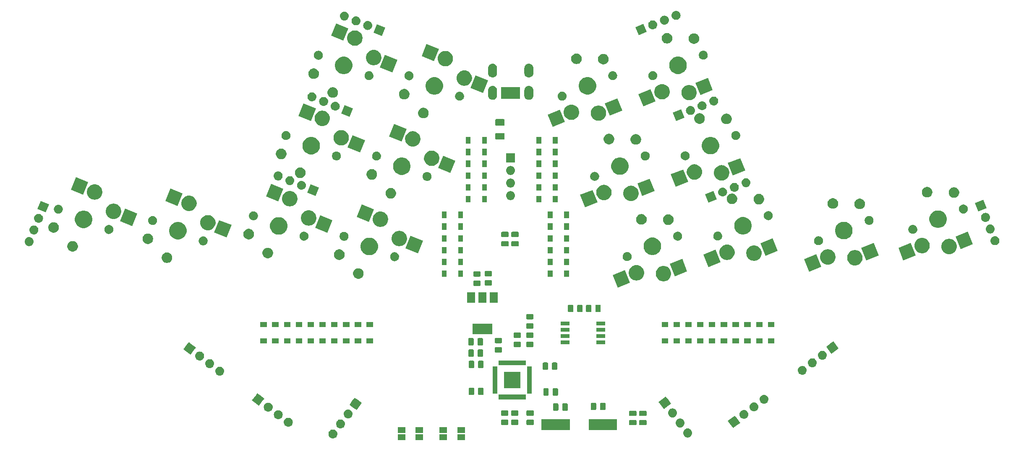
<source format=gbr>
G04 #@! TF.GenerationSoftware,KiCad,Pcbnew,(5.1.4)-1*
G04 #@! TF.CreationDate,2022-12-11T19:40:54-05:00*
G04 #@! TF.ProjectId,ThumbsUp,5468756d-6273-4557-902e-6b696361645f,rev?*
G04 #@! TF.SameCoordinates,Original*
G04 #@! TF.FileFunction,Soldermask,Bot*
G04 #@! TF.FilePolarity,Negative*
%FSLAX46Y46*%
G04 Gerber Fmt 4.6, Leading zero omitted, Abs format (unit mm)*
G04 Created by KiCad (PCBNEW (5.1.4)-1) date 2022-12-11 19:40:54*
%MOMM*%
%LPD*%
G04 APERTURE LIST*
%ADD10C,0.100000*%
G04 APERTURE END LIST*
D10*
G36*
X125421000Y-229684000D02*
G01*
X123919000Y-229684000D01*
X123919000Y-228532000D01*
X125421000Y-228532000D01*
X125421000Y-229684000D01*
X125421000Y-229684000D01*
G37*
G36*
X133847000Y-229684000D02*
G01*
X132345000Y-229684000D01*
X132345000Y-228532000D01*
X133847000Y-228532000D01*
X133847000Y-229684000D01*
X133847000Y-229684000D01*
G37*
G36*
X137447000Y-229684000D02*
G01*
X135945000Y-229684000D01*
X135945000Y-228532000D01*
X137447000Y-228532000D01*
X137447000Y-229684000D01*
X137447000Y-229684000D01*
G37*
G36*
X129021000Y-229684000D02*
G01*
X127519000Y-229684000D01*
X127519000Y-228532000D01*
X129021000Y-228532000D01*
X129021000Y-229684000D01*
X129021000Y-229684000D01*
G37*
G36*
X110944726Y-227566954D02*
G01*
X111010911Y-227573473D01*
X111180750Y-227624993D01*
X111337275Y-227708658D01*
X111373013Y-227737988D01*
X111474470Y-227821250D01*
X111552530Y-227916368D01*
X111587062Y-227958445D01*
X111670727Y-228114970D01*
X111722247Y-228284809D01*
X111739643Y-228461436D01*
X111722247Y-228638063D01*
X111670727Y-228807902D01*
X111587062Y-228964427D01*
X111557732Y-229000165D01*
X111474470Y-229101622D01*
X111398663Y-229163834D01*
X111337275Y-229214214D01*
X111180750Y-229297879D01*
X111010911Y-229349399D01*
X110944727Y-229355917D01*
X110878544Y-229362436D01*
X110790024Y-229362436D01*
X110723841Y-229355917D01*
X110657657Y-229349399D01*
X110487818Y-229297879D01*
X110331293Y-229214214D01*
X110269905Y-229163834D01*
X110194098Y-229101622D01*
X110110836Y-229000165D01*
X110081506Y-228964427D01*
X109997841Y-228807902D01*
X109946321Y-228638063D01*
X109928925Y-228461436D01*
X109946321Y-228284809D01*
X109997841Y-228114970D01*
X110081506Y-227958445D01*
X110116038Y-227916368D01*
X110194098Y-227821250D01*
X110295555Y-227737988D01*
X110331293Y-227708658D01*
X110487818Y-227624993D01*
X110657657Y-227573473D01*
X110723842Y-227566954D01*
X110790024Y-227560436D01*
X110878544Y-227560436D01*
X110944726Y-227566954D01*
X110944726Y-227566954D01*
G37*
G36*
X182504085Y-227368352D02*
G01*
X182570270Y-227374871D01*
X182740109Y-227426391D01*
X182896634Y-227510056D01*
X182932372Y-227539386D01*
X183033829Y-227622648D01*
X183117091Y-227724105D01*
X183146421Y-227759843D01*
X183230086Y-227916368D01*
X183281606Y-228086207D01*
X183299002Y-228262834D01*
X183281606Y-228439461D01*
X183230086Y-228609300D01*
X183146421Y-228765825D01*
X183117091Y-228801563D01*
X183033829Y-228903020D01*
X182959003Y-228964427D01*
X182896634Y-229015612D01*
X182740109Y-229099277D01*
X182570270Y-229150797D01*
X182504085Y-229157316D01*
X182437903Y-229163834D01*
X182349383Y-229163834D01*
X182283201Y-229157316D01*
X182217016Y-229150797D01*
X182047177Y-229099277D01*
X181890652Y-229015612D01*
X181828283Y-228964427D01*
X181753457Y-228903020D01*
X181670195Y-228801563D01*
X181640865Y-228765825D01*
X181557200Y-228609300D01*
X181505680Y-228439461D01*
X181488284Y-228262834D01*
X181505680Y-228086207D01*
X181557200Y-227916368D01*
X181640865Y-227759843D01*
X181670195Y-227724105D01*
X181753457Y-227622648D01*
X181854914Y-227539386D01*
X181890652Y-227510056D01*
X182047177Y-227426391D01*
X182217016Y-227374871D01*
X182283201Y-227368352D01*
X182349383Y-227361834D01*
X182437903Y-227361834D01*
X182504085Y-227368352D01*
X182504085Y-227368352D01*
G37*
G36*
X133847000Y-228234000D02*
G01*
X132345000Y-228234000D01*
X132345000Y-227082000D01*
X133847000Y-227082000D01*
X133847000Y-228234000D01*
X133847000Y-228234000D01*
G37*
G36*
X125421000Y-228234000D02*
G01*
X123919000Y-228234000D01*
X123919000Y-227082000D01*
X125421000Y-227082000D01*
X125421000Y-228234000D01*
X125421000Y-228234000D01*
G37*
G36*
X137447000Y-228234000D02*
G01*
X135945000Y-228234000D01*
X135945000Y-227082000D01*
X137447000Y-227082000D01*
X137447000Y-228234000D01*
X137447000Y-228234000D01*
G37*
G36*
X129021000Y-228234000D02*
G01*
X127519000Y-228234000D01*
X127519000Y-227082000D01*
X129021000Y-227082000D01*
X129021000Y-228234000D01*
X129021000Y-228234000D01*
G37*
G36*
X168129000Y-227669000D02*
G01*
X162427000Y-227669000D01*
X162427000Y-225467000D01*
X168129000Y-225467000D01*
X168129000Y-227669000D01*
X168129000Y-227669000D01*
G37*
G36*
X158629000Y-227669000D02*
G01*
X152927000Y-227669000D01*
X152927000Y-225467000D01*
X158629000Y-225467000D01*
X158629000Y-227669000D01*
X158629000Y-227669000D01*
G37*
G36*
X112473337Y-225538420D02*
G01*
X112539521Y-225544938D01*
X112709360Y-225596458D01*
X112865885Y-225680123D01*
X112874096Y-225686862D01*
X113003080Y-225792715D01*
X113081140Y-225887833D01*
X113115672Y-225929910D01*
X113199337Y-226086435D01*
X113250857Y-226256274D01*
X113268253Y-226432901D01*
X113250857Y-226609528D01*
X113199337Y-226779367D01*
X113115672Y-226935892D01*
X113086342Y-226971630D01*
X113003080Y-227073087D01*
X112927273Y-227135299D01*
X112865885Y-227185679D01*
X112709360Y-227269344D01*
X112539521Y-227320864D01*
X112473337Y-227327382D01*
X112407154Y-227333901D01*
X112318634Y-227333901D01*
X112252451Y-227327382D01*
X112186267Y-227320864D01*
X112016428Y-227269344D01*
X111859903Y-227185679D01*
X111798515Y-227135299D01*
X111722708Y-227073087D01*
X111639446Y-226971630D01*
X111610116Y-226935892D01*
X111526451Y-226779367D01*
X111474931Y-226609528D01*
X111457535Y-226432901D01*
X111474931Y-226256274D01*
X111526451Y-226086435D01*
X111610116Y-225929910D01*
X111644648Y-225887833D01*
X111722708Y-225792715D01*
X111851692Y-225686862D01*
X111859903Y-225680123D01*
X112016428Y-225596458D01*
X112186267Y-225544938D01*
X112252451Y-225538420D01*
X112318634Y-225531901D01*
X112407154Y-225531901D01*
X112473337Y-225538420D01*
X112473337Y-225538420D01*
G37*
G36*
X192323490Y-225333996D02*
G01*
X192978707Y-226203498D01*
X192978707Y-226203499D01*
X192214503Y-226779367D01*
X191539566Y-227287969D01*
X191539565Y-227287969D01*
X190878665Y-226410924D01*
X190455095Y-225848828D01*
X190455095Y-225848827D01*
X191398743Y-225137738D01*
X191894236Y-224764357D01*
X191894237Y-224764357D01*
X192323490Y-225333996D01*
X192323490Y-225333996D01*
G37*
G36*
X180975475Y-225339817D02*
G01*
X181041660Y-225346336D01*
X181211499Y-225397856D01*
X181368024Y-225481521D01*
X181403762Y-225510851D01*
X181505219Y-225594113D01*
X181581335Y-225686862D01*
X181617811Y-225731308D01*
X181701476Y-225887833D01*
X181752996Y-226057672D01*
X181770392Y-226234299D01*
X181752996Y-226410926D01*
X181701476Y-226580765D01*
X181617811Y-226737290D01*
X181588481Y-226773028D01*
X181505219Y-226874485D01*
X181430393Y-226935892D01*
X181368024Y-226987077D01*
X181211499Y-227070742D01*
X181041660Y-227122262D01*
X180975475Y-227128781D01*
X180909293Y-227135299D01*
X180820773Y-227135299D01*
X180754591Y-227128781D01*
X180688406Y-227122262D01*
X180518567Y-227070742D01*
X180362042Y-226987077D01*
X180299673Y-226935892D01*
X180224847Y-226874485D01*
X180141585Y-226773028D01*
X180112255Y-226737290D01*
X180028590Y-226580765D01*
X179977070Y-226410926D01*
X179959674Y-226234299D01*
X179977070Y-226057672D01*
X180028590Y-225887833D01*
X180112255Y-225731308D01*
X180148731Y-225686862D01*
X180224847Y-225594113D01*
X180326304Y-225510851D01*
X180362042Y-225481521D01*
X180518567Y-225397856D01*
X180688406Y-225346336D01*
X180754591Y-225339817D01*
X180820773Y-225333299D01*
X180909293Y-225333299D01*
X180975475Y-225339817D01*
X180975475Y-225339817D01*
G37*
G36*
X101938762Y-225192568D02*
G01*
X102004947Y-225199087D01*
X102174786Y-225250607D01*
X102331311Y-225334272D01*
X102367049Y-225363602D01*
X102468506Y-225446864D01*
X102538293Y-225531901D01*
X102581098Y-225584059D01*
X102587725Y-225596458D01*
X102656718Y-225725532D01*
X102664763Y-225740584D01*
X102716283Y-225910423D01*
X102733679Y-226087050D01*
X102716283Y-226263677D01*
X102664763Y-226433516D01*
X102581098Y-226590041D01*
X102560200Y-226615505D01*
X102468506Y-226727236D01*
X102367049Y-226810498D01*
X102331311Y-226839828D01*
X102174786Y-226923493D01*
X102004947Y-226975013D01*
X101938763Y-226981531D01*
X101872580Y-226988050D01*
X101784060Y-226988050D01*
X101717877Y-226981531D01*
X101651693Y-226975013D01*
X101481854Y-226923493D01*
X101325329Y-226839828D01*
X101289591Y-226810498D01*
X101188134Y-226727236D01*
X101096440Y-226615505D01*
X101075542Y-226590041D01*
X100991877Y-226433516D01*
X100940357Y-226263677D01*
X100922961Y-226087050D01*
X100940357Y-225910423D01*
X100991877Y-225740584D01*
X100999923Y-225725532D01*
X101068915Y-225596458D01*
X101075542Y-225584059D01*
X101118347Y-225531901D01*
X101188134Y-225446864D01*
X101289591Y-225363602D01*
X101325329Y-225334272D01*
X101481854Y-225250607D01*
X101651693Y-225199087D01*
X101717878Y-225192568D01*
X101784060Y-225186050D01*
X101872580Y-225186050D01*
X101938762Y-225192568D01*
X101938762Y-225192568D01*
G37*
G36*
X171907468Y-225623065D02*
G01*
X171946138Y-225634796D01*
X171981777Y-225653846D01*
X172013017Y-225679483D01*
X172038654Y-225710723D01*
X172057704Y-225746362D01*
X172069435Y-225785032D01*
X172074000Y-225831388D01*
X172074000Y-226482612D01*
X172069435Y-226528968D01*
X172057704Y-226567638D01*
X172038654Y-226603277D01*
X172013017Y-226634517D01*
X171981777Y-226660154D01*
X171946138Y-226679204D01*
X171907468Y-226690935D01*
X171861112Y-226695500D01*
X170784888Y-226695500D01*
X170738532Y-226690935D01*
X170699862Y-226679204D01*
X170664223Y-226660154D01*
X170632983Y-226634517D01*
X170607346Y-226603277D01*
X170588296Y-226567638D01*
X170576565Y-226528968D01*
X170572000Y-226482612D01*
X170572000Y-225831388D01*
X170576565Y-225785032D01*
X170588296Y-225746362D01*
X170607346Y-225710723D01*
X170632983Y-225679483D01*
X170664223Y-225653846D01*
X170699862Y-225634796D01*
X170738532Y-225623065D01*
X170784888Y-225618500D01*
X171861112Y-225618500D01*
X171907468Y-225623065D01*
X171907468Y-225623065D01*
G37*
G36*
X173939468Y-225623065D02*
G01*
X173978138Y-225634796D01*
X174013777Y-225653846D01*
X174045017Y-225679483D01*
X174070654Y-225710723D01*
X174089704Y-225746362D01*
X174101435Y-225785032D01*
X174106000Y-225831388D01*
X174106000Y-226482612D01*
X174101435Y-226528968D01*
X174089704Y-226567638D01*
X174070654Y-226603277D01*
X174045017Y-226634517D01*
X174013777Y-226660154D01*
X173978138Y-226679204D01*
X173939468Y-226690935D01*
X173893112Y-226695500D01*
X172816888Y-226695500D01*
X172770532Y-226690935D01*
X172731862Y-226679204D01*
X172696223Y-226660154D01*
X172664983Y-226634517D01*
X172639346Y-226603277D01*
X172620296Y-226567638D01*
X172608565Y-226528968D01*
X172604000Y-226482612D01*
X172604000Y-225831388D01*
X172608565Y-225785032D01*
X172620296Y-225746362D01*
X172639346Y-225710723D01*
X172664983Y-225679483D01*
X172696223Y-225653846D01*
X172731862Y-225634796D01*
X172770532Y-225623065D01*
X172816888Y-225618500D01*
X173893112Y-225618500D01*
X173939468Y-225623065D01*
X173939468Y-225623065D01*
G37*
G36*
X151206468Y-225574565D02*
G01*
X151245138Y-225586296D01*
X151280777Y-225605346D01*
X151312017Y-225630983D01*
X151337654Y-225662223D01*
X151356704Y-225697862D01*
X151368435Y-225736532D01*
X151373000Y-225782888D01*
X151373000Y-226434112D01*
X151368435Y-226480468D01*
X151356704Y-226519138D01*
X151337654Y-226554777D01*
X151312017Y-226586017D01*
X151280777Y-226611654D01*
X151245138Y-226630704D01*
X151206468Y-226642435D01*
X151160112Y-226647000D01*
X150083888Y-226647000D01*
X150037532Y-226642435D01*
X149998862Y-226630704D01*
X149963223Y-226611654D01*
X149931983Y-226586017D01*
X149906346Y-226554777D01*
X149887296Y-226519138D01*
X149875565Y-226480468D01*
X149871000Y-226434112D01*
X149871000Y-225782888D01*
X149875565Y-225736532D01*
X149887296Y-225697862D01*
X149906346Y-225662223D01*
X149931983Y-225630983D01*
X149963223Y-225605346D01*
X149998862Y-225586296D01*
X150037532Y-225574565D01*
X150083888Y-225570000D01*
X151160112Y-225570000D01*
X151206468Y-225574565D01*
X151206468Y-225574565D01*
G37*
G36*
X148100468Y-225563565D02*
G01*
X148139138Y-225575296D01*
X148174777Y-225594346D01*
X148206017Y-225619983D01*
X148231654Y-225651223D01*
X148250704Y-225686862D01*
X148262435Y-225725532D01*
X148267000Y-225771888D01*
X148267000Y-226423112D01*
X148262435Y-226469468D01*
X148250704Y-226508138D01*
X148231654Y-226543777D01*
X148206017Y-226575017D01*
X148174777Y-226600654D01*
X148139138Y-226619704D01*
X148100468Y-226631435D01*
X148054112Y-226636000D01*
X146977888Y-226636000D01*
X146931532Y-226631435D01*
X146892862Y-226619704D01*
X146857223Y-226600654D01*
X146825983Y-226575017D01*
X146800346Y-226543777D01*
X146781296Y-226508138D01*
X146769565Y-226469468D01*
X146765000Y-226423112D01*
X146765000Y-225771888D01*
X146769565Y-225725532D01*
X146781296Y-225686862D01*
X146800346Y-225651223D01*
X146825983Y-225619983D01*
X146857223Y-225594346D01*
X146892862Y-225575296D01*
X146931532Y-225563565D01*
X146977888Y-225559000D01*
X148054112Y-225559000D01*
X148100468Y-225563565D01*
X148100468Y-225563565D01*
G37*
G36*
X146068468Y-225563565D02*
G01*
X146107138Y-225575296D01*
X146142777Y-225594346D01*
X146174017Y-225619983D01*
X146199654Y-225651223D01*
X146218704Y-225686862D01*
X146230435Y-225725532D01*
X146235000Y-225771888D01*
X146235000Y-226423112D01*
X146230435Y-226469468D01*
X146218704Y-226508138D01*
X146199654Y-226543777D01*
X146174017Y-226575017D01*
X146142777Y-226600654D01*
X146107138Y-226619704D01*
X146068468Y-226631435D01*
X146022112Y-226636000D01*
X144945888Y-226636000D01*
X144899532Y-226631435D01*
X144860862Y-226619704D01*
X144825223Y-226600654D01*
X144793983Y-226575017D01*
X144768346Y-226543777D01*
X144749296Y-226508138D01*
X144737565Y-226469468D01*
X144733000Y-226423112D01*
X144733000Y-225771888D01*
X144737565Y-225725532D01*
X144749296Y-225686862D01*
X144768346Y-225651223D01*
X144793983Y-225619983D01*
X144825223Y-225594346D01*
X144860862Y-225575296D01*
X144899532Y-225563565D01*
X144945888Y-225559000D01*
X146022112Y-225559000D01*
X146068468Y-225563565D01*
X146068468Y-225563565D01*
G37*
G36*
X99910228Y-223663959D02*
G01*
X99976412Y-223670477D01*
X100146251Y-223721997D01*
X100146253Y-223721998D01*
X100192474Y-223746704D01*
X100302776Y-223805662D01*
X100323734Y-223822862D01*
X100439971Y-223918254D01*
X100502594Y-223994562D01*
X100552563Y-224055449D01*
X100636228Y-224211974D01*
X100687748Y-224381813D01*
X100705144Y-224558440D01*
X100687748Y-224735067D01*
X100636228Y-224904906D01*
X100636227Y-224904908D01*
X100634917Y-224907358D01*
X100552563Y-225061431D01*
X100526057Y-225093728D01*
X100439971Y-225198626D01*
X100338514Y-225281888D01*
X100302776Y-225311218D01*
X100146251Y-225394883D01*
X99976412Y-225446403D01*
X99910227Y-225452922D01*
X99844045Y-225459440D01*
X99755525Y-225459440D01*
X99689343Y-225452922D01*
X99623158Y-225446403D01*
X99453319Y-225394883D01*
X99296794Y-225311218D01*
X99261056Y-225281888D01*
X99159599Y-225198626D01*
X99073513Y-225093728D01*
X99047007Y-225061431D01*
X98964653Y-224907358D01*
X98963343Y-224904908D01*
X98963342Y-224904906D01*
X98911822Y-224735067D01*
X98894426Y-224558440D01*
X98911822Y-224381813D01*
X98963342Y-224211974D01*
X99047007Y-224055449D01*
X99096976Y-223994562D01*
X99159599Y-223918254D01*
X99275836Y-223822862D01*
X99296794Y-223805662D01*
X99407096Y-223746704D01*
X99453317Y-223721998D01*
X99453319Y-223721997D01*
X99623158Y-223670477D01*
X99689342Y-223663959D01*
X99755525Y-223657440D01*
X99844045Y-223657440D01*
X99910228Y-223663959D01*
X99910228Y-223663959D01*
G37*
G36*
X193855877Y-223603071D02*
G01*
X193922062Y-223609590D01*
X194091901Y-223661110D01*
X194248426Y-223744775D01*
X194270633Y-223763000D01*
X194385621Y-223857367D01*
X194464309Y-223953250D01*
X194498213Y-223994562D01*
X194581878Y-224151087D01*
X194633398Y-224320926D01*
X194650794Y-224497553D01*
X194633398Y-224674180D01*
X194581878Y-224844019D01*
X194498213Y-225000544D01*
X194468883Y-225036282D01*
X194385621Y-225137739D01*
X194310867Y-225199087D01*
X194248426Y-225250331D01*
X194248424Y-225250332D01*
X194134514Y-225311219D01*
X194091901Y-225333996D01*
X193922062Y-225385516D01*
X193855878Y-225392034D01*
X193789695Y-225398553D01*
X193701175Y-225398553D01*
X193634992Y-225392034D01*
X193568808Y-225385516D01*
X193398969Y-225333996D01*
X193356357Y-225311219D01*
X193242446Y-225250332D01*
X193242444Y-225250331D01*
X193180003Y-225199087D01*
X193105249Y-225137739D01*
X193021987Y-225036282D01*
X192992657Y-225000544D01*
X192908992Y-224844019D01*
X192857472Y-224674180D01*
X192840076Y-224497553D01*
X192857472Y-224320926D01*
X192908992Y-224151087D01*
X192992657Y-223994562D01*
X193026561Y-223953250D01*
X193105249Y-223857367D01*
X193220237Y-223763000D01*
X193242444Y-223744775D01*
X193398969Y-223661110D01*
X193568808Y-223609590D01*
X193634993Y-223603071D01*
X193701175Y-223596553D01*
X193789695Y-223596553D01*
X193855877Y-223603071D01*
X193855877Y-223603071D01*
G37*
G36*
X113984204Y-223508138D02*
G01*
X114068131Y-223516404D01*
X114237970Y-223567924D01*
X114394495Y-223651589D01*
X114416947Y-223670015D01*
X114531690Y-223764181D01*
X114609750Y-223859299D01*
X114644282Y-223901376D01*
X114653304Y-223918255D01*
X114726638Y-224055451D01*
X114727947Y-224057901D01*
X114779467Y-224227740D01*
X114796863Y-224404367D01*
X114779467Y-224580994D01*
X114732248Y-224736654D01*
X114727946Y-224750835D01*
X114719073Y-224767435D01*
X114644282Y-224907358D01*
X114614952Y-224943096D01*
X114531690Y-225044553D01*
X114455883Y-225106765D01*
X114394495Y-225157145D01*
X114237970Y-225240810D01*
X114068131Y-225292330D01*
X114001947Y-225298848D01*
X113935764Y-225305367D01*
X113847244Y-225305367D01*
X113781061Y-225298848D01*
X113714877Y-225292330D01*
X113545038Y-225240810D01*
X113388513Y-225157145D01*
X113327125Y-225106765D01*
X113251318Y-225044553D01*
X113168056Y-224943096D01*
X113138726Y-224907358D01*
X113063935Y-224767435D01*
X113055062Y-224750835D01*
X113050760Y-224736654D01*
X113003541Y-224580994D01*
X112986145Y-224404367D01*
X113003541Y-224227740D01*
X113055061Y-224057901D01*
X113056371Y-224055451D01*
X113129704Y-223918255D01*
X113138726Y-223901376D01*
X113173258Y-223859299D01*
X113251318Y-223764181D01*
X113366061Y-223670015D01*
X113388513Y-223651589D01*
X113545038Y-223567924D01*
X113714877Y-223516404D01*
X113798804Y-223508138D01*
X113847244Y-223503367D01*
X113935764Y-223503367D01*
X113984204Y-223508138D01*
X113984204Y-223508138D01*
G37*
G36*
X179446865Y-223311283D02*
G01*
X179513050Y-223317802D01*
X179682889Y-223369322D01*
X179839414Y-223452987D01*
X179859496Y-223469468D01*
X179976609Y-223565579D01*
X180051996Y-223657440D01*
X180089201Y-223702774D01*
X180172866Y-223859299D01*
X180224386Y-224029138D01*
X180241782Y-224205765D01*
X180224386Y-224382392D01*
X180172866Y-224552231D01*
X180089201Y-224708756D01*
X180063145Y-224740505D01*
X179976609Y-224845951D01*
X179901783Y-224907358D01*
X179839414Y-224958543D01*
X179682889Y-225042208D01*
X179513050Y-225093728D01*
X179446865Y-225100247D01*
X179380683Y-225106765D01*
X179292163Y-225106765D01*
X179225981Y-225100247D01*
X179159796Y-225093728D01*
X178989957Y-225042208D01*
X178833432Y-224958543D01*
X178771063Y-224907358D01*
X178696237Y-224845951D01*
X178609701Y-224740505D01*
X178583645Y-224708756D01*
X178499980Y-224552231D01*
X178448460Y-224382392D01*
X178431064Y-224205765D01*
X178448460Y-224029138D01*
X178499980Y-223859299D01*
X178583645Y-223702774D01*
X178620850Y-223657440D01*
X178696237Y-223565579D01*
X178813350Y-223469468D01*
X178833432Y-223452987D01*
X178989957Y-223369322D01*
X179159796Y-223317802D01*
X179225981Y-223311283D01*
X179292163Y-223304765D01*
X179380683Y-223304765D01*
X179446865Y-223311283D01*
X179446865Y-223311283D01*
G37*
G36*
X173939468Y-223748065D02*
G01*
X173978138Y-223759796D01*
X174013777Y-223778846D01*
X174045017Y-223804483D01*
X174070654Y-223835723D01*
X174089704Y-223871362D01*
X174101435Y-223910032D01*
X174106000Y-223956388D01*
X174106000Y-224607612D01*
X174101435Y-224653968D01*
X174089704Y-224692638D01*
X174070654Y-224728277D01*
X174045017Y-224759517D01*
X174013777Y-224785154D01*
X173978138Y-224804204D01*
X173939468Y-224815935D01*
X173893112Y-224820500D01*
X172816888Y-224820500D01*
X172770532Y-224815935D01*
X172731862Y-224804204D01*
X172696223Y-224785154D01*
X172664983Y-224759517D01*
X172639346Y-224728277D01*
X172620296Y-224692638D01*
X172608565Y-224653968D01*
X172604000Y-224607612D01*
X172604000Y-223956388D01*
X172608565Y-223910032D01*
X172620296Y-223871362D01*
X172639346Y-223835723D01*
X172664983Y-223804483D01*
X172696223Y-223778846D01*
X172731862Y-223759796D01*
X172770532Y-223748065D01*
X172816888Y-223743500D01*
X173893112Y-223743500D01*
X173939468Y-223748065D01*
X173939468Y-223748065D01*
G37*
G36*
X171907468Y-223748065D02*
G01*
X171946138Y-223759796D01*
X171981777Y-223778846D01*
X172013017Y-223804483D01*
X172038654Y-223835723D01*
X172057704Y-223871362D01*
X172069435Y-223910032D01*
X172074000Y-223956388D01*
X172074000Y-224607612D01*
X172069435Y-224653968D01*
X172057704Y-224692638D01*
X172038654Y-224728277D01*
X172013017Y-224759517D01*
X171981777Y-224785154D01*
X171946138Y-224804204D01*
X171907468Y-224815935D01*
X171861112Y-224820500D01*
X170784888Y-224820500D01*
X170738532Y-224815935D01*
X170699862Y-224804204D01*
X170664223Y-224785154D01*
X170632983Y-224759517D01*
X170607346Y-224728277D01*
X170588296Y-224692638D01*
X170576565Y-224653968D01*
X170572000Y-224607612D01*
X170572000Y-223956388D01*
X170576565Y-223910032D01*
X170588296Y-223871362D01*
X170607346Y-223835723D01*
X170632983Y-223804483D01*
X170664223Y-223778846D01*
X170699862Y-223759796D01*
X170738532Y-223748065D01*
X170784888Y-223743500D01*
X171861112Y-223743500D01*
X171907468Y-223748065D01*
X171907468Y-223748065D01*
G37*
G36*
X151206468Y-223699565D02*
G01*
X151245138Y-223711296D01*
X151280777Y-223730346D01*
X151312017Y-223755983D01*
X151337654Y-223787223D01*
X151356704Y-223822862D01*
X151368435Y-223861532D01*
X151373000Y-223907888D01*
X151373000Y-224559112D01*
X151368435Y-224605468D01*
X151356704Y-224644138D01*
X151337654Y-224679777D01*
X151312017Y-224711017D01*
X151280777Y-224736654D01*
X151245138Y-224755704D01*
X151206468Y-224767435D01*
X151160112Y-224772000D01*
X150083888Y-224772000D01*
X150037532Y-224767435D01*
X149998862Y-224755704D01*
X149963223Y-224736654D01*
X149931983Y-224711017D01*
X149906346Y-224679777D01*
X149887296Y-224644138D01*
X149875565Y-224605468D01*
X149871000Y-224559112D01*
X149871000Y-223907888D01*
X149875565Y-223861532D01*
X149887296Y-223822862D01*
X149906346Y-223787223D01*
X149931983Y-223755983D01*
X149963223Y-223730346D01*
X149998862Y-223711296D01*
X150037532Y-223699565D01*
X150083888Y-223695000D01*
X151160112Y-223695000D01*
X151206468Y-223699565D01*
X151206468Y-223699565D01*
G37*
G36*
X146068468Y-223688565D02*
G01*
X146107138Y-223700296D01*
X146142777Y-223719346D01*
X146174017Y-223744983D01*
X146199654Y-223776223D01*
X146218704Y-223811862D01*
X146230435Y-223850532D01*
X146235000Y-223896888D01*
X146235000Y-224548112D01*
X146230435Y-224594468D01*
X146218704Y-224633138D01*
X146199654Y-224668777D01*
X146174017Y-224700017D01*
X146142777Y-224725654D01*
X146107138Y-224744704D01*
X146068468Y-224756435D01*
X146022112Y-224761000D01*
X144945888Y-224761000D01*
X144899532Y-224756435D01*
X144860862Y-224744704D01*
X144825223Y-224725654D01*
X144793983Y-224700017D01*
X144768346Y-224668777D01*
X144749296Y-224633138D01*
X144737565Y-224594468D01*
X144733000Y-224548112D01*
X144733000Y-223896888D01*
X144737565Y-223850532D01*
X144749296Y-223811862D01*
X144768346Y-223776223D01*
X144793983Y-223744983D01*
X144825223Y-223719346D01*
X144860862Y-223700296D01*
X144899532Y-223688565D01*
X144945888Y-223684000D01*
X146022112Y-223684000D01*
X146068468Y-223688565D01*
X146068468Y-223688565D01*
G37*
G36*
X148100468Y-223688565D02*
G01*
X148139138Y-223700296D01*
X148174777Y-223719346D01*
X148206017Y-223744983D01*
X148231654Y-223776223D01*
X148250704Y-223811862D01*
X148262435Y-223850532D01*
X148267000Y-223896888D01*
X148267000Y-224548112D01*
X148262435Y-224594468D01*
X148250704Y-224633138D01*
X148231654Y-224668777D01*
X148206017Y-224700017D01*
X148174777Y-224725654D01*
X148139138Y-224744704D01*
X148100468Y-224756435D01*
X148054112Y-224761000D01*
X146977888Y-224761000D01*
X146931532Y-224756435D01*
X146892862Y-224744704D01*
X146857223Y-224725654D01*
X146825983Y-224700017D01*
X146800346Y-224668777D01*
X146781296Y-224633138D01*
X146769565Y-224594468D01*
X146765000Y-224548112D01*
X146765000Y-223896888D01*
X146769565Y-223850532D01*
X146781296Y-223811862D01*
X146800346Y-223776223D01*
X146825983Y-223744983D01*
X146857223Y-223719346D01*
X146892862Y-223700296D01*
X146931532Y-223688565D01*
X146977888Y-223684000D01*
X148054112Y-223684000D01*
X148100468Y-223688565D01*
X148100468Y-223688565D01*
G37*
G36*
X97868002Y-222134000D02*
G01*
X97947878Y-222141867D01*
X98117717Y-222193387D01*
X98117719Y-222193388D01*
X98160331Y-222216165D01*
X98274242Y-222277052D01*
X98302462Y-222300212D01*
X98411437Y-222389644D01*
X98494699Y-222491101D01*
X98524029Y-222526839D01*
X98607694Y-222683364D01*
X98659214Y-222853203D01*
X98676610Y-223029830D01*
X98659214Y-223206457D01*
X98607694Y-223376296D01*
X98524029Y-223532821D01*
X98495220Y-223567925D01*
X98411437Y-223670016D01*
X98309980Y-223753278D01*
X98274242Y-223782608D01*
X98231628Y-223805386D01*
X98127186Y-223861212D01*
X98117717Y-223866273D01*
X97947878Y-223917793D01*
X97881693Y-223924312D01*
X97815511Y-223930830D01*
X97726991Y-223930830D01*
X97660809Y-223924312D01*
X97594624Y-223917793D01*
X97424785Y-223866273D01*
X97415317Y-223861212D01*
X97310874Y-223805386D01*
X97268260Y-223782608D01*
X97232522Y-223753278D01*
X97131065Y-223670016D01*
X97047282Y-223567925D01*
X97018473Y-223532821D01*
X96934808Y-223376296D01*
X96883288Y-223206457D01*
X96865892Y-223029830D01*
X96883288Y-222853203D01*
X96934808Y-222683364D01*
X97018473Y-222526839D01*
X97047803Y-222491101D01*
X97131065Y-222389644D01*
X97240040Y-222300212D01*
X97268260Y-222277052D01*
X97382171Y-222216165D01*
X97424783Y-222193388D01*
X97424785Y-222193387D01*
X97594624Y-222141867D01*
X97674500Y-222134000D01*
X97726991Y-222128830D01*
X97815511Y-222128830D01*
X97868002Y-222134000D01*
X97868002Y-222134000D01*
G37*
G36*
X195884412Y-222074462D02*
G01*
X195950596Y-222080980D01*
X196120435Y-222132500D01*
X196120437Y-222132501D01*
X196198697Y-222174332D01*
X196276960Y-222216165D01*
X196312698Y-222245495D01*
X196414155Y-222328757D01*
X196494954Y-222427212D01*
X196526747Y-222465952D01*
X196610412Y-222622477D01*
X196661932Y-222792316D01*
X196679328Y-222968943D01*
X196661932Y-223145570D01*
X196610412Y-223315409D01*
X196526747Y-223471934D01*
X196508843Y-223493750D01*
X196414155Y-223609129D01*
X196316618Y-223689174D01*
X196276960Y-223721721D01*
X196276958Y-223721722D01*
X196122125Y-223804483D01*
X196120435Y-223805386D01*
X195950596Y-223856906D01*
X195887067Y-223863163D01*
X195818229Y-223869943D01*
X195729709Y-223869943D01*
X195660871Y-223863163D01*
X195597342Y-223856906D01*
X195427503Y-223805386D01*
X195425814Y-223804483D01*
X195270980Y-223721722D01*
X195270978Y-223721721D01*
X195231320Y-223689174D01*
X195133783Y-223609129D01*
X195039095Y-223493750D01*
X195021191Y-223471934D01*
X194937526Y-223315409D01*
X194886006Y-223145570D01*
X194868610Y-222968943D01*
X194886006Y-222792316D01*
X194937526Y-222622477D01*
X195021191Y-222465952D01*
X195052984Y-222427212D01*
X195133783Y-222328757D01*
X195235240Y-222245495D01*
X195270978Y-222216165D01*
X195349241Y-222174332D01*
X195427501Y-222132501D01*
X195427503Y-222132500D01*
X195597342Y-222080980D01*
X195663526Y-222074462D01*
X195729709Y-222067943D01*
X195818229Y-222067943D01*
X195884412Y-222074462D01*
X195884412Y-222074462D01*
G37*
G36*
X156152468Y-222265565D02*
G01*
X156191138Y-222277296D01*
X156226777Y-222296346D01*
X156258017Y-222321983D01*
X156283654Y-222353223D01*
X156302704Y-222388862D01*
X156314435Y-222427532D01*
X156319000Y-222473888D01*
X156319000Y-223550112D01*
X156314435Y-223596468D01*
X156302704Y-223635138D01*
X156283654Y-223670777D01*
X156258017Y-223702017D01*
X156226777Y-223727654D01*
X156191138Y-223746704D01*
X156152468Y-223758435D01*
X156106112Y-223763000D01*
X155454888Y-223763000D01*
X155408532Y-223758435D01*
X155369862Y-223746704D01*
X155334223Y-223727654D01*
X155302983Y-223702017D01*
X155277346Y-223670777D01*
X155258296Y-223635138D01*
X155246565Y-223596468D01*
X155242000Y-223550112D01*
X155242000Y-222473888D01*
X155246565Y-222427532D01*
X155258296Y-222388862D01*
X155277346Y-222353223D01*
X155302983Y-222321983D01*
X155334223Y-222296346D01*
X155369862Y-222277296D01*
X155408532Y-222265565D01*
X155454888Y-222261000D01*
X156106112Y-222261000D01*
X156152468Y-222265565D01*
X156152468Y-222265565D01*
G37*
G36*
X158027468Y-222265565D02*
G01*
X158066138Y-222277296D01*
X158101777Y-222296346D01*
X158133017Y-222321983D01*
X158158654Y-222353223D01*
X158177704Y-222388862D01*
X158189435Y-222427532D01*
X158194000Y-222473888D01*
X158194000Y-223550112D01*
X158189435Y-223596468D01*
X158177704Y-223635138D01*
X158158654Y-223670777D01*
X158133017Y-223702017D01*
X158101777Y-223727654D01*
X158066138Y-223746704D01*
X158027468Y-223758435D01*
X157981112Y-223763000D01*
X157329888Y-223763000D01*
X157283532Y-223758435D01*
X157244862Y-223746704D01*
X157209223Y-223727654D01*
X157177983Y-223702017D01*
X157152346Y-223670777D01*
X157133296Y-223635138D01*
X157121565Y-223596468D01*
X157117000Y-223550112D01*
X157117000Y-222473888D01*
X157121565Y-222427532D01*
X157133296Y-222388862D01*
X157152346Y-222353223D01*
X157177983Y-222321983D01*
X157209223Y-222296346D01*
X157244862Y-222277296D01*
X157283532Y-222265565D01*
X157329888Y-222261000D01*
X157981112Y-222261000D01*
X158027468Y-222265565D01*
X158027468Y-222265565D01*
G37*
G36*
X115861220Y-221580056D02*
G01*
X116681920Y-222198497D01*
X116681920Y-222198498D01*
X116316547Y-222683364D01*
X115597450Y-223637639D01*
X115597449Y-223637639D01*
X114944449Y-223145568D01*
X114158308Y-222553169D01*
X114158308Y-222553168D01*
X114735809Y-221786799D01*
X115242778Y-221114027D01*
X115242779Y-221114027D01*
X115861220Y-221580056D01*
X115861220Y-221580056D01*
G37*
G36*
X165647468Y-222138565D02*
G01*
X165686138Y-222150296D01*
X165721777Y-222169346D01*
X165753017Y-222194983D01*
X165778654Y-222226223D01*
X165797704Y-222261862D01*
X165809435Y-222300532D01*
X165814000Y-222346888D01*
X165814000Y-223423112D01*
X165809435Y-223469468D01*
X165797704Y-223508138D01*
X165778654Y-223543777D01*
X165753017Y-223575017D01*
X165721777Y-223600654D01*
X165686138Y-223619704D01*
X165647468Y-223631435D01*
X165601112Y-223636000D01*
X164949888Y-223636000D01*
X164903532Y-223631435D01*
X164864862Y-223619704D01*
X164829223Y-223600654D01*
X164797983Y-223575017D01*
X164772346Y-223543777D01*
X164753296Y-223508138D01*
X164741565Y-223469468D01*
X164737000Y-223423112D01*
X164737000Y-222346888D01*
X164741565Y-222300532D01*
X164753296Y-222261862D01*
X164772346Y-222226223D01*
X164797983Y-222194983D01*
X164829223Y-222169346D01*
X164864862Y-222150296D01*
X164903532Y-222138565D01*
X164949888Y-222134000D01*
X165601112Y-222134000D01*
X165647468Y-222138565D01*
X165647468Y-222138565D01*
G37*
G36*
X163772468Y-222138565D02*
G01*
X163811138Y-222150296D01*
X163846777Y-222169346D01*
X163878017Y-222194983D01*
X163903654Y-222226223D01*
X163922704Y-222261862D01*
X163934435Y-222300532D01*
X163939000Y-222346888D01*
X163939000Y-223423112D01*
X163934435Y-223469468D01*
X163922704Y-223508138D01*
X163903654Y-223543777D01*
X163878017Y-223575017D01*
X163846777Y-223600654D01*
X163811138Y-223619704D01*
X163772468Y-223631435D01*
X163726112Y-223636000D01*
X163074888Y-223636000D01*
X163028532Y-223631435D01*
X162989862Y-223619704D01*
X162954223Y-223600654D01*
X162922983Y-223575017D01*
X162897346Y-223543777D01*
X162878296Y-223508138D01*
X162866565Y-223469468D01*
X162862000Y-223423112D01*
X162862000Y-222346888D01*
X162866565Y-222300532D01*
X162878296Y-222261862D01*
X162897346Y-222226223D01*
X162922983Y-222194983D01*
X162954223Y-222169346D01*
X162989862Y-222150296D01*
X163028532Y-222138565D01*
X163074888Y-222134000D01*
X163726112Y-222134000D01*
X163772468Y-222138565D01*
X163772468Y-222138565D01*
G37*
G36*
X178513791Y-221616958D02*
G01*
X179069619Y-222354566D01*
X179069619Y-222354567D01*
X178488703Y-222792318D01*
X177630478Y-223439037D01*
X177630477Y-223439037D01*
X176839704Y-222389645D01*
X176546007Y-221999896D01*
X176546007Y-221999895D01*
X177522964Y-221263706D01*
X177985148Y-220915425D01*
X177985149Y-220915425D01*
X178513791Y-221616958D01*
X178513791Y-221616958D01*
G37*
G36*
X96136288Y-220669623D02*
G01*
X97004523Y-221323884D01*
X97004523Y-221323885D01*
X96538494Y-221942326D01*
X95920053Y-222763026D01*
X95920052Y-222763026D01*
X95163751Y-222193112D01*
X94480911Y-221678556D01*
X94480911Y-221678555D01*
X95276497Y-220622777D01*
X95565381Y-220239414D01*
X95565382Y-220239414D01*
X96136288Y-220669623D01*
X96136288Y-220669623D01*
G37*
G36*
X197912947Y-220545852D02*
G01*
X197979131Y-220552370D01*
X198148970Y-220603890D01*
X198305495Y-220687555D01*
X198319080Y-220698704D01*
X198442690Y-220800147D01*
X198525952Y-220901604D01*
X198555282Y-220937342D01*
X198638947Y-221093867D01*
X198690467Y-221263706D01*
X198707863Y-221440333D01*
X198690467Y-221616960D01*
X198638947Y-221786799D01*
X198555282Y-221943324D01*
X198525952Y-221979062D01*
X198442690Y-222080519D01*
X198341233Y-222163781D01*
X198305495Y-222193111D01*
X198148970Y-222276776D01*
X197979131Y-222328296D01*
X197912947Y-222334814D01*
X197846764Y-222341333D01*
X197758244Y-222341333D01*
X197692061Y-222334814D01*
X197625877Y-222328296D01*
X197456038Y-222276776D01*
X197299513Y-222193111D01*
X197263775Y-222163781D01*
X197162318Y-222080519D01*
X197079056Y-221979062D01*
X197049726Y-221943324D01*
X196966061Y-221786799D01*
X196914541Y-221616960D01*
X196897145Y-221440333D01*
X196914541Y-221263706D01*
X196966061Y-221093867D01*
X197049726Y-220937342D01*
X197079056Y-220901604D01*
X197162318Y-220800147D01*
X197285928Y-220698704D01*
X197299513Y-220687555D01*
X197456038Y-220603890D01*
X197625877Y-220552370D01*
X197692061Y-220545852D01*
X197758244Y-220539333D01*
X197846764Y-220539333D01*
X197912947Y-220545852D01*
X197912947Y-220545852D01*
G37*
G36*
X149759000Y-221466000D02*
G01*
X144257000Y-221466000D01*
X144257000Y-220514000D01*
X149759000Y-220514000D01*
X149759000Y-221466000D01*
X149759000Y-221466000D01*
G37*
G36*
X156073968Y-219217565D02*
G01*
X156112638Y-219229296D01*
X156148277Y-219248346D01*
X156179517Y-219273983D01*
X156205154Y-219305223D01*
X156224204Y-219340862D01*
X156235935Y-219379532D01*
X156240500Y-219425888D01*
X156240500Y-220502112D01*
X156235935Y-220548468D01*
X156224204Y-220587138D01*
X156205154Y-220622777D01*
X156179517Y-220654017D01*
X156148277Y-220679654D01*
X156112638Y-220698704D01*
X156073968Y-220710435D01*
X156027612Y-220715000D01*
X155376388Y-220715000D01*
X155330032Y-220710435D01*
X155291362Y-220698704D01*
X155255723Y-220679654D01*
X155224483Y-220654017D01*
X155198846Y-220622777D01*
X155179796Y-220587138D01*
X155168065Y-220548468D01*
X155163500Y-220502112D01*
X155163500Y-219425888D01*
X155168065Y-219379532D01*
X155179796Y-219340862D01*
X155198846Y-219305223D01*
X155224483Y-219273983D01*
X155255723Y-219248346D01*
X155291362Y-219229296D01*
X155330032Y-219217565D01*
X155376388Y-219213000D01*
X156027612Y-219213000D01*
X156073968Y-219217565D01*
X156073968Y-219217565D01*
G37*
G36*
X154198968Y-219217565D02*
G01*
X154237638Y-219229296D01*
X154273277Y-219248346D01*
X154304517Y-219273983D01*
X154330154Y-219305223D01*
X154349204Y-219340862D01*
X154360935Y-219379532D01*
X154365500Y-219425888D01*
X154365500Y-220502112D01*
X154360935Y-220548468D01*
X154349204Y-220587138D01*
X154330154Y-220622777D01*
X154304517Y-220654017D01*
X154273277Y-220679654D01*
X154237638Y-220698704D01*
X154198968Y-220710435D01*
X154152612Y-220715000D01*
X153501388Y-220715000D01*
X153455032Y-220710435D01*
X153416362Y-220698704D01*
X153380723Y-220679654D01*
X153349483Y-220654017D01*
X153323846Y-220622777D01*
X153304796Y-220587138D01*
X153293065Y-220548468D01*
X153288500Y-220502112D01*
X153288500Y-219425888D01*
X153293065Y-219379532D01*
X153304796Y-219340862D01*
X153323846Y-219305223D01*
X153349483Y-219273983D01*
X153380723Y-219248346D01*
X153416362Y-219229296D01*
X153455032Y-219217565D01*
X153501388Y-219213000D01*
X154152612Y-219213000D01*
X154198968Y-219217565D01*
X154198968Y-219217565D01*
G37*
G36*
X139154968Y-219090565D02*
G01*
X139193638Y-219102296D01*
X139229277Y-219121346D01*
X139260517Y-219146983D01*
X139286154Y-219178223D01*
X139305204Y-219213862D01*
X139316935Y-219252532D01*
X139321500Y-219298888D01*
X139321500Y-220375112D01*
X139316935Y-220421468D01*
X139305204Y-220460138D01*
X139286154Y-220495777D01*
X139260517Y-220527017D01*
X139229277Y-220552654D01*
X139193638Y-220571704D01*
X139154968Y-220583435D01*
X139108612Y-220588000D01*
X138457388Y-220588000D01*
X138411032Y-220583435D01*
X138372362Y-220571704D01*
X138336723Y-220552654D01*
X138305483Y-220527017D01*
X138279846Y-220495777D01*
X138260796Y-220460138D01*
X138249065Y-220421468D01*
X138244500Y-220375112D01*
X138244500Y-219298888D01*
X138249065Y-219252532D01*
X138260796Y-219213862D01*
X138279846Y-219178223D01*
X138305483Y-219146983D01*
X138336723Y-219121346D01*
X138372362Y-219102296D01*
X138411032Y-219090565D01*
X138457388Y-219086000D01*
X139108612Y-219086000D01*
X139154968Y-219090565D01*
X139154968Y-219090565D01*
G37*
G36*
X141029968Y-219090565D02*
G01*
X141068638Y-219102296D01*
X141104277Y-219121346D01*
X141135517Y-219146983D01*
X141161154Y-219178223D01*
X141180204Y-219213862D01*
X141191935Y-219252532D01*
X141196500Y-219298888D01*
X141196500Y-220375112D01*
X141191935Y-220421468D01*
X141180204Y-220460138D01*
X141161154Y-220495777D01*
X141135517Y-220527017D01*
X141104277Y-220552654D01*
X141068638Y-220571704D01*
X141029968Y-220583435D01*
X140983612Y-220588000D01*
X140332388Y-220588000D01*
X140286032Y-220583435D01*
X140247362Y-220571704D01*
X140211723Y-220552654D01*
X140180483Y-220527017D01*
X140154846Y-220495777D01*
X140135796Y-220460138D01*
X140124065Y-220421468D01*
X140119500Y-220375112D01*
X140119500Y-219298888D01*
X140124065Y-219252532D01*
X140135796Y-219213862D01*
X140154846Y-219178223D01*
X140180483Y-219146983D01*
X140211723Y-219121346D01*
X140247362Y-219102296D01*
X140286032Y-219090565D01*
X140332388Y-219086000D01*
X140983612Y-219086000D01*
X141029968Y-219090565D01*
X141029968Y-219090565D01*
G37*
G36*
X150934000Y-220291000D02*
G01*
X149982000Y-220291000D01*
X149982000Y-214789000D01*
X150934000Y-214789000D01*
X150934000Y-220291000D01*
X150934000Y-220291000D01*
G37*
G36*
X144034000Y-220291000D02*
G01*
X143082000Y-220291000D01*
X143082000Y-214789000D01*
X144034000Y-214789000D01*
X144034000Y-220291000D01*
X144034000Y-220291000D01*
G37*
G36*
X148659000Y-219191000D02*
G01*
X145357000Y-219191000D01*
X145357000Y-215889000D01*
X148659000Y-215889000D01*
X148659000Y-219191000D01*
X148659000Y-219191000D01*
G37*
G36*
X88103061Y-214857030D02*
G01*
X88169245Y-214863548D01*
X88339084Y-214915068D01*
X88495609Y-214998733D01*
X88531347Y-215028063D01*
X88632804Y-215111325D01*
X88696549Y-215189000D01*
X88745396Y-215248520D01*
X88829061Y-215405045D01*
X88880581Y-215574884D01*
X88897977Y-215751511D01*
X88880581Y-215928138D01*
X88829061Y-216097977D01*
X88745396Y-216254502D01*
X88716066Y-216290240D01*
X88632804Y-216391697D01*
X88531347Y-216474959D01*
X88495609Y-216504289D01*
X88339084Y-216587954D01*
X88169245Y-216639474D01*
X88103060Y-216645993D01*
X88036878Y-216652511D01*
X87948358Y-216652511D01*
X87882176Y-216645993D01*
X87815991Y-216639474D01*
X87646152Y-216587954D01*
X87489627Y-216504289D01*
X87453889Y-216474959D01*
X87352432Y-216391697D01*
X87269170Y-216290240D01*
X87239840Y-216254502D01*
X87156175Y-216097977D01*
X87104655Y-215928138D01*
X87087259Y-215751511D01*
X87104655Y-215574884D01*
X87156175Y-215405045D01*
X87239840Y-215248520D01*
X87288687Y-215189000D01*
X87352432Y-215111325D01*
X87453889Y-215028063D01*
X87489627Y-214998733D01*
X87646152Y-214915068D01*
X87815991Y-214863548D01*
X87882175Y-214857030D01*
X87948358Y-214850511D01*
X88036878Y-214850511D01*
X88103061Y-214857030D01*
X88103061Y-214857030D01*
G37*
G36*
X205625583Y-214703424D02*
G01*
X205691768Y-214709943D01*
X205861607Y-214761463D01*
X206018132Y-214845128D01*
X206053870Y-214874458D01*
X206155327Y-214957720D01*
X206218565Y-215034777D01*
X206267919Y-215094915D01*
X206351584Y-215251440D01*
X206403104Y-215421279D01*
X206420500Y-215597906D01*
X206403104Y-215774533D01*
X206351584Y-215944372D01*
X206267919Y-216100897D01*
X206238589Y-216136635D01*
X206155327Y-216238092D01*
X206090857Y-216291000D01*
X206018132Y-216350684D01*
X205861607Y-216434349D01*
X205691768Y-216485869D01*
X205625583Y-216492388D01*
X205559401Y-216498906D01*
X205470881Y-216498906D01*
X205404699Y-216492388D01*
X205338514Y-216485869D01*
X205168675Y-216434349D01*
X205012150Y-216350684D01*
X204939425Y-216291000D01*
X204874955Y-216238092D01*
X204791693Y-216136635D01*
X204762363Y-216100897D01*
X204678698Y-215944372D01*
X204627178Y-215774533D01*
X204609782Y-215597906D01*
X204627178Y-215421279D01*
X204678698Y-215251440D01*
X204762363Y-215094915D01*
X204811717Y-215034777D01*
X204874955Y-214957720D01*
X204976412Y-214874458D01*
X205012150Y-214845128D01*
X205168675Y-214761463D01*
X205338514Y-214709943D01*
X205404699Y-214703424D01*
X205470881Y-214696906D01*
X205559401Y-214696906D01*
X205625583Y-214703424D01*
X205625583Y-214703424D01*
G37*
G36*
X155937468Y-213999565D02*
G01*
X155976138Y-214011296D01*
X156011777Y-214030346D01*
X156043017Y-214055983D01*
X156068654Y-214087223D01*
X156087704Y-214122862D01*
X156099435Y-214161532D01*
X156104000Y-214207888D01*
X156104000Y-215284112D01*
X156099435Y-215330468D01*
X156087704Y-215369138D01*
X156068654Y-215404777D01*
X156043017Y-215436017D01*
X156011777Y-215461654D01*
X155976138Y-215480704D01*
X155937468Y-215492435D01*
X155891112Y-215497000D01*
X155239888Y-215497000D01*
X155193532Y-215492435D01*
X155154862Y-215480704D01*
X155119223Y-215461654D01*
X155087983Y-215436017D01*
X155062346Y-215404777D01*
X155043296Y-215369138D01*
X155031565Y-215330468D01*
X155027000Y-215284112D01*
X155027000Y-214207888D01*
X155031565Y-214161532D01*
X155043296Y-214122862D01*
X155062346Y-214087223D01*
X155087983Y-214055983D01*
X155119223Y-214030346D01*
X155154862Y-214011296D01*
X155193532Y-213999565D01*
X155239888Y-213995000D01*
X155891112Y-213995000D01*
X155937468Y-213999565D01*
X155937468Y-213999565D01*
G37*
G36*
X154062468Y-213999565D02*
G01*
X154101138Y-214011296D01*
X154136777Y-214030346D01*
X154168017Y-214055983D01*
X154193654Y-214087223D01*
X154212704Y-214122862D01*
X154224435Y-214161532D01*
X154229000Y-214207888D01*
X154229000Y-215284112D01*
X154224435Y-215330468D01*
X154212704Y-215369138D01*
X154193654Y-215404777D01*
X154168017Y-215436017D01*
X154136777Y-215461654D01*
X154101138Y-215480704D01*
X154062468Y-215492435D01*
X154016112Y-215497000D01*
X153364888Y-215497000D01*
X153318532Y-215492435D01*
X153279862Y-215480704D01*
X153244223Y-215461654D01*
X153212983Y-215436017D01*
X153187346Y-215404777D01*
X153168296Y-215369138D01*
X153156565Y-215330468D01*
X153152000Y-215284112D01*
X153152000Y-214207888D01*
X153156565Y-214161532D01*
X153168296Y-214122862D01*
X153187346Y-214087223D01*
X153212983Y-214055983D01*
X153244223Y-214030346D01*
X153279862Y-214011296D01*
X153318532Y-213999565D01*
X153364888Y-213995000D01*
X154016112Y-213995000D01*
X154062468Y-213999565D01*
X154062468Y-213999565D01*
G37*
G36*
X141029968Y-213629565D02*
G01*
X141068638Y-213641296D01*
X141104277Y-213660346D01*
X141135517Y-213685983D01*
X141161154Y-213717223D01*
X141180204Y-213752862D01*
X141191935Y-213791532D01*
X141196500Y-213837888D01*
X141196500Y-214914112D01*
X141191935Y-214960468D01*
X141180204Y-214999138D01*
X141161154Y-215034777D01*
X141135517Y-215066017D01*
X141104277Y-215091654D01*
X141068638Y-215110704D01*
X141029968Y-215122435D01*
X140983612Y-215127000D01*
X140332388Y-215127000D01*
X140286032Y-215122435D01*
X140247362Y-215110704D01*
X140211723Y-215091654D01*
X140180483Y-215066017D01*
X140154846Y-215034777D01*
X140135796Y-214999138D01*
X140124065Y-214960468D01*
X140119500Y-214914112D01*
X140119500Y-213837888D01*
X140124065Y-213791532D01*
X140135796Y-213752862D01*
X140154846Y-213717223D01*
X140180483Y-213685983D01*
X140211723Y-213660346D01*
X140247362Y-213641296D01*
X140286032Y-213629565D01*
X140332388Y-213625000D01*
X140983612Y-213625000D01*
X141029968Y-213629565D01*
X141029968Y-213629565D01*
G37*
G36*
X139154968Y-213629565D02*
G01*
X139193638Y-213641296D01*
X139229277Y-213660346D01*
X139260517Y-213685983D01*
X139286154Y-213717223D01*
X139305204Y-213752862D01*
X139316935Y-213791532D01*
X139321500Y-213837888D01*
X139321500Y-214914112D01*
X139316935Y-214960468D01*
X139305204Y-214999138D01*
X139286154Y-215034777D01*
X139260517Y-215066017D01*
X139229277Y-215091654D01*
X139193638Y-215110704D01*
X139154968Y-215122435D01*
X139108612Y-215127000D01*
X138457388Y-215127000D01*
X138411032Y-215122435D01*
X138372362Y-215110704D01*
X138336723Y-215091654D01*
X138305483Y-215066017D01*
X138279846Y-215034777D01*
X138260796Y-214999138D01*
X138249065Y-214960468D01*
X138244500Y-214914112D01*
X138244500Y-213837888D01*
X138249065Y-213791532D01*
X138260796Y-213752862D01*
X138279846Y-213717223D01*
X138305483Y-213685983D01*
X138336723Y-213660346D01*
X138372362Y-213641296D01*
X138411032Y-213629565D01*
X138457388Y-213625000D01*
X139108612Y-213625000D01*
X139154968Y-213629565D01*
X139154968Y-213629565D01*
G37*
G36*
X86074525Y-213328419D02*
G01*
X86140710Y-213334938D01*
X86310549Y-213386458D01*
X86467074Y-213470123D01*
X86502812Y-213499453D01*
X86604269Y-213582715D01*
X86652344Y-213641296D01*
X86716861Y-213719910D01*
X86800526Y-213876435D01*
X86852046Y-214046274D01*
X86869442Y-214222901D01*
X86852046Y-214399528D01*
X86800526Y-214569367D01*
X86716861Y-214725892D01*
X86687668Y-214761463D01*
X86604269Y-214863087D01*
X86502812Y-214946349D01*
X86467074Y-214975679D01*
X86310549Y-215059344D01*
X86140710Y-215110864D01*
X86074525Y-215117383D01*
X86008343Y-215123901D01*
X85919823Y-215123901D01*
X85853641Y-215117383D01*
X85787456Y-215110864D01*
X85617617Y-215059344D01*
X85461092Y-214975679D01*
X85425354Y-214946349D01*
X85323897Y-214863087D01*
X85240498Y-214761463D01*
X85211305Y-214725892D01*
X85127640Y-214569367D01*
X85076120Y-214399528D01*
X85058724Y-214222901D01*
X85076120Y-214046274D01*
X85127640Y-213876435D01*
X85211305Y-213719910D01*
X85275822Y-213641296D01*
X85323897Y-213582715D01*
X85425354Y-213499453D01*
X85461092Y-213470123D01*
X85617617Y-213386458D01*
X85787456Y-213334938D01*
X85853641Y-213328419D01*
X85919823Y-213321901D01*
X86008343Y-213321901D01*
X86074525Y-213328419D01*
X86074525Y-213328419D01*
G37*
G36*
X207654118Y-213174814D02*
G01*
X207720303Y-213181333D01*
X207890142Y-213232853D01*
X208046667Y-213316518D01*
X208082405Y-213345848D01*
X208183862Y-213429110D01*
X208267124Y-213530567D01*
X208296454Y-213566305D01*
X208380119Y-213722830D01*
X208431639Y-213892669D01*
X208449035Y-214069296D01*
X208431639Y-214245923D01*
X208380119Y-214415762D01*
X208296454Y-214572287D01*
X208267124Y-214608025D01*
X208183862Y-214709482D01*
X208086968Y-214789000D01*
X208046667Y-214822074D01*
X207890142Y-214905739D01*
X207720303Y-214957259D01*
X207654119Y-214963777D01*
X207587936Y-214970296D01*
X207499416Y-214970296D01*
X207433233Y-214963777D01*
X207367049Y-214957259D01*
X207197210Y-214905739D01*
X207040685Y-214822074D01*
X207000384Y-214789000D01*
X206903490Y-214709482D01*
X206820228Y-214608025D01*
X206790898Y-214572287D01*
X206707233Y-214415762D01*
X206655713Y-214245923D01*
X206638317Y-214069296D01*
X206655713Y-213892669D01*
X206707233Y-213722830D01*
X206790898Y-213566305D01*
X206820228Y-213530567D01*
X206903490Y-213429110D01*
X207004947Y-213345848D01*
X207040685Y-213316518D01*
X207197210Y-213232853D01*
X207367049Y-213181333D01*
X207433234Y-213174814D01*
X207499416Y-213168296D01*
X207587936Y-213168296D01*
X207654118Y-213174814D01*
X207654118Y-213174814D01*
G37*
G36*
X149759000Y-214566000D02*
G01*
X144257000Y-214566000D01*
X144257000Y-213614000D01*
X149759000Y-213614000D01*
X149759000Y-214566000D01*
X149759000Y-214566000D01*
G37*
G36*
X84045991Y-211799809D02*
G01*
X84112176Y-211806328D01*
X84282015Y-211857848D01*
X84438540Y-211941513D01*
X84463509Y-211962005D01*
X84575735Y-212054105D01*
X84658997Y-212155562D01*
X84688327Y-212191300D01*
X84771992Y-212347825D01*
X84823512Y-212517664D01*
X84840908Y-212694291D01*
X84823512Y-212870918D01*
X84771992Y-213040757D01*
X84688327Y-213197282D01*
X84659134Y-213232853D01*
X84575735Y-213334477D01*
X84474278Y-213417739D01*
X84438540Y-213447069D01*
X84282015Y-213530734D01*
X84112176Y-213582254D01*
X84045992Y-213588772D01*
X83979809Y-213595291D01*
X83891289Y-213595291D01*
X83825106Y-213588772D01*
X83758922Y-213582254D01*
X83589083Y-213530734D01*
X83432558Y-213447069D01*
X83396820Y-213417739D01*
X83295363Y-213334477D01*
X83211964Y-213232853D01*
X83182771Y-213197282D01*
X83099106Y-213040757D01*
X83047586Y-212870918D01*
X83030190Y-212694291D01*
X83047586Y-212517664D01*
X83099106Y-212347825D01*
X83182771Y-212191300D01*
X83212101Y-212155562D01*
X83295363Y-212054105D01*
X83407589Y-211962005D01*
X83432558Y-211941513D01*
X83589083Y-211857848D01*
X83758922Y-211806328D01*
X83825107Y-211799809D01*
X83891289Y-211793291D01*
X83979809Y-211793291D01*
X84045991Y-211799809D01*
X84045991Y-211799809D01*
G37*
G36*
X209682652Y-211646204D02*
G01*
X209748837Y-211652723D01*
X209918676Y-211704243D01*
X210075201Y-211787908D01*
X210109392Y-211815968D01*
X210212396Y-211900500D01*
X210295658Y-212001957D01*
X210324988Y-212037695D01*
X210408653Y-212194220D01*
X210460173Y-212364059D01*
X210477569Y-212540686D01*
X210460173Y-212717313D01*
X210408653Y-212887152D01*
X210324988Y-213043677D01*
X210295658Y-213079415D01*
X210212396Y-213180872D01*
X210110939Y-213264134D01*
X210075201Y-213293464D01*
X209918676Y-213377129D01*
X209748837Y-213428649D01*
X209682653Y-213435167D01*
X209616470Y-213441686D01*
X209527950Y-213441686D01*
X209461767Y-213435167D01*
X209395583Y-213428649D01*
X209225744Y-213377129D01*
X209069219Y-213293464D01*
X209033481Y-213264134D01*
X208932024Y-213180872D01*
X208848762Y-213079415D01*
X208819432Y-213043677D01*
X208735767Y-212887152D01*
X208684247Y-212717313D01*
X208666851Y-212540686D01*
X208684247Y-212364059D01*
X208735767Y-212194220D01*
X208819432Y-212037695D01*
X208848762Y-212001957D01*
X208932024Y-211900500D01*
X209035028Y-211815968D01*
X209069219Y-211787908D01*
X209225744Y-211704243D01*
X209395583Y-211652723D01*
X209461768Y-211646204D01*
X209527950Y-211639686D01*
X209616470Y-211639686D01*
X209682652Y-211646204D01*
X209682652Y-211646204D01*
G37*
G36*
X140951468Y-211343565D02*
G01*
X140990138Y-211355296D01*
X141025777Y-211374346D01*
X141057017Y-211399983D01*
X141082654Y-211431223D01*
X141101704Y-211466862D01*
X141113435Y-211505532D01*
X141118000Y-211551888D01*
X141118000Y-212628112D01*
X141113435Y-212674468D01*
X141101704Y-212713138D01*
X141082654Y-212748777D01*
X141057017Y-212780017D01*
X141025777Y-212805654D01*
X140990138Y-212824704D01*
X140951468Y-212836435D01*
X140905112Y-212841000D01*
X140253888Y-212841000D01*
X140207532Y-212836435D01*
X140168862Y-212824704D01*
X140133223Y-212805654D01*
X140101983Y-212780017D01*
X140076346Y-212748777D01*
X140057296Y-212713138D01*
X140045565Y-212674468D01*
X140041000Y-212628112D01*
X140041000Y-211551888D01*
X140045565Y-211505532D01*
X140057296Y-211466862D01*
X140076346Y-211431223D01*
X140101983Y-211399983D01*
X140133223Y-211374346D01*
X140168862Y-211355296D01*
X140207532Y-211343565D01*
X140253888Y-211339000D01*
X140905112Y-211339000D01*
X140951468Y-211343565D01*
X140951468Y-211343565D01*
G37*
G36*
X139076468Y-211343565D02*
G01*
X139115138Y-211355296D01*
X139150777Y-211374346D01*
X139182017Y-211399983D01*
X139207654Y-211431223D01*
X139226704Y-211466862D01*
X139238435Y-211505532D01*
X139243000Y-211551888D01*
X139243000Y-212628112D01*
X139238435Y-212674468D01*
X139226704Y-212713138D01*
X139207654Y-212748777D01*
X139182017Y-212780017D01*
X139150777Y-212805654D01*
X139115138Y-212824704D01*
X139076468Y-212836435D01*
X139030112Y-212841000D01*
X138378888Y-212841000D01*
X138332532Y-212836435D01*
X138293862Y-212824704D01*
X138258223Y-212805654D01*
X138226983Y-212780017D01*
X138201346Y-212748777D01*
X138182296Y-212713138D01*
X138170565Y-212674468D01*
X138166000Y-212628112D01*
X138166000Y-211551888D01*
X138170565Y-211505532D01*
X138182296Y-211466862D01*
X138201346Y-211431223D01*
X138226983Y-211399983D01*
X138258223Y-211374346D01*
X138293862Y-211355296D01*
X138332532Y-211343565D01*
X138378888Y-211339000D01*
X139030112Y-211339000D01*
X139076468Y-211343565D01*
X139076468Y-211343565D01*
G37*
G36*
X82236445Y-210285750D02*
G01*
X83168821Y-210988345D01*
X83168821Y-210988346D01*
X82808233Y-211466862D01*
X82084351Y-212427487D01*
X82084350Y-212427487D01*
X81412905Y-211921517D01*
X80645209Y-211343017D01*
X80645209Y-211343016D01*
X81335373Y-210427138D01*
X81729679Y-209903875D01*
X81729680Y-209903875D01*
X82236445Y-210285750D01*
X82236445Y-210285750D01*
G37*
G36*
X212221175Y-210338278D02*
G01*
X212862550Y-211189411D01*
X212862550Y-211189412D01*
X212092598Y-211769612D01*
X211423409Y-212273882D01*
X211423408Y-212273882D01*
X210734369Y-211359495D01*
X210338938Y-210834741D01*
X210338938Y-210834740D01*
X211310885Y-210102326D01*
X211778079Y-209750270D01*
X211778080Y-209750270D01*
X212221175Y-210338278D01*
X212221175Y-210338278D01*
G37*
G36*
X144798468Y-210910065D02*
G01*
X144837138Y-210921796D01*
X144872777Y-210940846D01*
X144904017Y-210966483D01*
X144929654Y-210997723D01*
X144948704Y-211033362D01*
X144960435Y-211072032D01*
X144965000Y-211118388D01*
X144965000Y-211769612D01*
X144960435Y-211815968D01*
X144948704Y-211854638D01*
X144929654Y-211890277D01*
X144904017Y-211921517D01*
X144872777Y-211947154D01*
X144837138Y-211966204D01*
X144798468Y-211977935D01*
X144752112Y-211982500D01*
X143675888Y-211982500D01*
X143629532Y-211977935D01*
X143590862Y-211966204D01*
X143555223Y-211947154D01*
X143523983Y-211921517D01*
X143498346Y-211890277D01*
X143479296Y-211854638D01*
X143467565Y-211815968D01*
X143463000Y-211769612D01*
X143463000Y-211118388D01*
X143467565Y-211072032D01*
X143479296Y-211033362D01*
X143498346Y-210997723D01*
X143523983Y-210966483D01*
X143555223Y-210940846D01*
X143590862Y-210921796D01*
X143629532Y-210910065D01*
X143675888Y-210905500D01*
X144752112Y-210905500D01*
X144798468Y-210910065D01*
X144798468Y-210910065D01*
G37*
G36*
X148608468Y-209815565D02*
G01*
X148647138Y-209827296D01*
X148682777Y-209846346D01*
X148714017Y-209871983D01*
X148739654Y-209903223D01*
X148758704Y-209938862D01*
X148770435Y-209977532D01*
X148775000Y-210023888D01*
X148775000Y-210675112D01*
X148770435Y-210721468D01*
X148758704Y-210760138D01*
X148739654Y-210795777D01*
X148714017Y-210827017D01*
X148682777Y-210852654D01*
X148647138Y-210871704D01*
X148608468Y-210883435D01*
X148562112Y-210888000D01*
X147485888Y-210888000D01*
X147439532Y-210883435D01*
X147400862Y-210871704D01*
X147365223Y-210852654D01*
X147333983Y-210827017D01*
X147308346Y-210795777D01*
X147289296Y-210760138D01*
X147277565Y-210721468D01*
X147273000Y-210675112D01*
X147273000Y-210023888D01*
X147277565Y-209977532D01*
X147289296Y-209938862D01*
X147308346Y-209903223D01*
X147333983Y-209871983D01*
X147365223Y-209846346D01*
X147400862Y-209827296D01*
X147439532Y-209815565D01*
X147485888Y-209811000D01*
X148562112Y-209811000D01*
X148608468Y-209815565D01*
X148608468Y-209815565D01*
G37*
G36*
X151148468Y-209815565D02*
G01*
X151187138Y-209827296D01*
X151222777Y-209846346D01*
X151254017Y-209871983D01*
X151279654Y-209903223D01*
X151298704Y-209938862D01*
X151310435Y-209977532D01*
X151315000Y-210023888D01*
X151315000Y-210675112D01*
X151310435Y-210721468D01*
X151298704Y-210760138D01*
X151279654Y-210795777D01*
X151254017Y-210827017D01*
X151222777Y-210852654D01*
X151187138Y-210871704D01*
X151148468Y-210883435D01*
X151102112Y-210888000D01*
X150025888Y-210888000D01*
X149979532Y-210883435D01*
X149940862Y-210871704D01*
X149905223Y-210852654D01*
X149873983Y-210827017D01*
X149848346Y-210795777D01*
X149829296Y-210760138D01*
X149817565Y-210721468D01*
X149813000Y-210675112D01*
X149813000Y-210023888D01*
X149817565Y-209977532D01*
X149829296Y-209938862D01*
X149848346Y-209903223D01*
X149873983Y-209871983D01*
X149905223Y-209846346D01*
X149940862Y-209827296D01*
X149979532Y-209815565D01*
X150025888Y-209811000D01*
X151102112Y-209811000D01*
X151148468Y-209815565D01*
X151148468Y-209815565D01*
G37*
G36*
X140930968Y-209057565D02*
G01*
X140969638Y-209069296D01*
X141005277Y-209088346D01*
X141036517Y-209113983D01*
X141062154Y-209145223D01*
X141081204Y-209180862D01*
X141092935Y-209219532D01*
X141097500Y-209265888D01*
X141097500Y-210342112D01*
X141092935Y-210388468D01*
X141081204Y-210427138D01*
X141062154Y-210462777D01*
X141036517Y-210494017D01*
X141005277Y-210519654D01*
X140969638Y-210538704D01*
X140930968Y-210550435D01*
X140884612Y-210555000D01*
X140233388Y-210555000D01*
X140187032Y-210550435D01*
X140148362Y-210538704D01*
X140112723Y-210519654D01*
X140081483Y-210494017D01*
X140055846Y-210462777D01*
X140036796Y-210427138D01*
X140025065Y-210388468D01*
X140020500Y-210342112D01*
X140020500Y-209265888D01*
X140025065Y-209219532D01*
X140036796Y-209180862D01*
X140055846Y-209145223D01*
X140081483Y-209113983D01*
X140112723Y-209088346D01*
X140148362Y-209069296D01*
X140187032Y-209057565D01*
X140233388Y-209053000D01*
X140884612Y-209053000D01*
X140930968Y-209057565D01*
X140930968Y-209057565D01*
G37*
G36*
X139055968Y-209057565D02*
G01*
X139094638Y-209069296D01*
X139130277Y-209088346D01*
X139161517Y-209113983D01*
X139187154Y-209145223D01*
X139206204Y-209180862D01*
X139217935Y-209219532D01*
X139222500Y-209265888D01*
X139222500Y-210342112D01*
X139217935Y-210388468D01*
X139206204Y-210427138D01*
X139187154Y-210462777D01*
X139161517Y-210494017D01*
X139130277Y-210519654D01*
X139094638Y-210538704D01*
X139055968Y-210550435D01*
X139009612Y-210555000D01*
X138358388Y-210555000D01*
X138312032Y-210550435D01*
X138273362Y-210538704D01*
X138237723Y-210519654D01*
X138206483Y-210494017D01*
X138180846Y-210462777D01*
X138161796Y-210427138D01*
X138150065Y-210388468D01*
X138145500Y-210342112D01*
X138145500Y-209265888D01*
X138150065Y-209219532D01*
X138161796Y-209180862D01*
X138180846Y-209145223D01*
X138206483Y-209113983D01*
X138237723Y-209088346D01*
X138273362Y-209069296D01*
X138312032Y-209057565D01*
X138358388Y-209053000D01*
X139009612Y-209053000D01*
X139055968Y-209057565D01*
X139055968Y-209057565D01*
G37*
G36*
X158552000Y-210296000D02*
G01*
X156800000Y-210296000D01*
X156800000Y-209544000D01*
X158552000Y-209544000D01*
X158552000Y-210296000D01*
X158552000Y-210296000D01*
G37*
G36*
X165752000Y-210296000D02*
G01*
X164000000Y-210296000D01*
X164000000Y-209544000D01*
X165752000Y-209544000D01*
X165752000Y-210296000D01*
X165752000Y-210296000D01*
G37*
G36*
X118919750Y-210113500D02*
G01*
X117617750Y-210113500D01*
X117617750Y-209111500D01*
X118919750Y-209111500D01*
X118919750Y-210113500D01*
X118919750Y-210113500D01*
G37*
G36*
X197501000Y-210113500D02*
G01*
X196199000Y-210113500D01*
X196199000Y-209111500D01*
X197501000Y-209111500D01*
X197501000Y-210113500D01*
X197501000Y-210113500D01*
G37*
G36*
X192738500Y-210113500D02*
G01*
X191436500Y-210113500D01*
X191436500Y-209111500D01*
X192738500Y-209111500D01*
X192738500Y-210113500D01*
X192738500Y-210113500D01*
G37*
G36*
X199882250Y-210113500D02*
G01*
X198580250Y-210113500D01*
X198580250Y-209111500D01*
X199882250Y-209111500D01*
X199882250Y-210113500D01*
X199882250Y-210113500D01*
G37*
G36*
X195119750Y-210113500D02*
G01*
X193817750Y-210113500D01*
X193817750Y-209111500D01*
X195119750Y-209111500D01*
X195119750Y-210113500D01*
X195119750Y-210113500D01*
G37*
G36*
X107013500Y-210113500D02*
G01*
X105711500Y-210113500D01*
X105711500Y-209111500D01*
X107013500Y-209111500D01*
X107013500Y-210113500D01*
X107013500Y-210113500D01*
G37*
G36*
X102251000Y-210113500D02*
G01*
X100949000Y-210113500D01*
X100949000Y-209111500D01*
X102251000Y-209111500D01*
X102251000Y-210113500D01*
X102251000Y-210113500D01*
G37*
G36*
X114157250Y-210113500D02*
G01*
X112855250Y-210113500D01*
X112855250Y-209111500D01*
X114157250Y-209111500D01*
X114157250Y-210113500D01*
X114157250Y-210113500D01*
G37*
G36*
X111776000Y-210113500D02*
G01*
X110474000Y-210113500D01*
X110474000Y-209111500D01*
X111776000Y-209111500D01*
X111776000Y-210113500D01*
X111776000Y-210113500D01*
G37*
G36*
X109394750Y-210113500D02*
G01*
X108092750Y-210113500D01*
X108092750Y-209111500D01*
X109394750Y-209111500D01*
X109394750Y-210113500D01*
X109394750Y-210113500D01*
G37*
G36*
X104632250Y-210113500D02*
G01*
X103330250Y-210113500D01*
X103330250Y-209111500D01*
X104632250Y-209111500D01*
X104632250Y-210113500D01*
X104632250Y-210113500D01*
G37*
G36*
X99869750Y-210113500D02*
G01*
X98567750Y-210113500D01*
X98567750Y-209111500D01*
X99869750Y-209111500D01*
X99869750Y-210113500D01*
X99869750Y-210113500D01*
G37*
G36*
X190357250Y-210113500D02*
G01*
X189055250Y-210113500D01*
X189055250Y-209111500D01*
X190357250Y-209111500D01*
X190357250Y-210113500D01*
X190357250Y-210113500D01*
G37*
G36*
X187976000Y-210113500D02*
G01*
X186674000Y-210113500D01*
X186674000Y-209111500D01*
X187976000Y-209111500D01*
X187976000Y-210113500D01*
X187976000Y-210113500D01*
G37*
G36*
X97488500Y-210113500D02*
G01*
X96186500Y-210113500D01*
X96186500Y-209111500D01*
X97488500Y-209111500D01*
X97488500Y-210113500D01*
X97488500Y-210113500D01*
G37*
G36*
X185594750Y-210113500D02*
G01*
X184292750Y-210113500D01*
X184292750Y-209111500D01*
X185594750Y-209111500D01*
X185594750Y-210113500D01*
X185594750Y-210113500D01*
G37*
G36*
X116538500Y-210113500D02*
G01*
X115236500Y-210113500D01*
X115236500Y-209111500D01*
X116538500Y-209111500D01*
X116538500Y-210113500D01*
X116538500Y-210113500D01*
G37*
G36*
X183213500Y-210113500D02*
G01*
X181911500Y-210113500D01*
X181911500Y-209111500D01*
X183213500Y-209111500D01*
X183213500Y-210113500D01*
X183213500Y-210113500D01*
G37*
G36*
X180832250Y-210113500D02*
G01*
X179530250Y-210113500D01*
X179530250Y-209111500D01*
X180832250Y-209111500D01*
X180832250Y-210113500D01*
X180832250Y-210113500D01*
G37*
G36*
X178451000Y-210113500D02*
G01*
X177149000Y-210113500D01*
X177149000Y-209111500D01*
X178451000Y-209111500D01*
X178451000Y-210113500D01*
X178451000Y-210113500D01*
G37*
G36*
X144798468Y-209035065D02*
G01*
X144837138Y-209046796D01*
X144872777Y-209065846D01*
X144904017Y-209091483D01*
X144929654Y-209122723D01*
X144948704Y-209158362D01*
X144960435Y-209197032D01*
X144965000Y-209243388D01*
X144965000Y-209894612D01*
X144960435Y-209940968D01*
X144948704Y-209979638D01*
X144929654Y-210015277D01*
X144904017Y-210046517D01*
X144872777Y-210072154D01*
X144837138Y-210091204D01*
X144798468Y-210102935D01*
X144752112Y-210107500D01*
X143675888Y-210107500D01*
X143629532Y-210102935D01*
X143590862Y-210091204D01*
X143555223Y-210072154D01*
X143523983Y-210046517D01*
X143498346Y-210015277D01*
X143479296Y-209979638D01*
X143467565Y-209940968D01*
X143463000Y-209894612D01*
X143463000Y-209243388D01*
X143467565Y-209197032D01*
X143479296Y-209158362D01*
X143498346Y-209122723D01*
X143523983Y-209091483D01*
X143555223Y-209065846D01*
X143590862Y-209046796D01*
X143629532Y-209035065D01*
X143675888Y-209030500D01*
X144752112Y-209030500D01*
X144798468Y-209035065D01*
X144798468Y-209035065D01*
G37*
G36*
X158552000Y-209026000D02*
G01*
X156800000Y-209026000D01*
X156800000Y-208274000D01*
X158552000Y-208274000D01*
X158552000Y-209026000D01*
X158552000Y-209026000D01*
G37*
G36*
X165752000Y-209026000D02*
G01*
X164000000Y-209026000D01*
X164000000Y-208274000D01*
X165752000Y-208274000D01*
X165752000Y-209026000D01*
X165752000Y-209026000D01*
G37*
G36*
X148608468Y-207940565D02*
G01*
X148647138Y-207952296D01*
X148682777Y-207971346D01*
X148714017Y-207996983D01*
X148739654Y-208028223D01*
X148758704Y-208063862D01*
X148770435Y-208102532D01*
X148775000Y-208148888D01*
X148775000Y-208800112D01*
X148770435Y-208846468D01*
X148758704Y-208885138D01*
X148739654Y-208920777D01*
X148714017Y-208952017D01*
X148682777Y-208977654D01*
X148647138Y-208996704D01*
X148608468Y-209008435D01*
X148562112Y-209013000D01*
X147485888Y-209013000D01*
X147439532Y-209008435D01*
X147400862Y-208996704D01*
X147365223Y-208977654D01*
X147333983Y-208952017D01*
X147308346Y-208920777D01*
X147289296Y-208885138D01*
X147277565Y-208846468D01*
X147273000Y-208800112D01*
X147273000Y-208148888D01*
X147277565Y-208102532D01*
X147289296Y-208063862D01*
X147308346Y-208028223D01*
X147333983Y-207996983D01*
X147365223Y-207971346D01*
X147400862Y-207952296D01*
X147439532Y-207940565D01*
X147485888Y-207936000D01*
X148562112Y-207936000D01*
X148608468Y-207940565D01*
X148608468Y-207940565D01*
G37*
G36*
X151148468Y-207940565D02*
G01*
X151187138Y-207952296D01*
X151222777Y-207971346D01*
X151254017Y-207996983D01*
X151279654Y-208028223D01*
X151298704Y-208063862D01*
X151310435Y-208102532D01*
X151315000Y-208148888D01*
X151315000Y-208800112D01*
X151310435Y-208846468D01*
X151298704Y-208885138D01*
X151279654Y-208920777D01*
X151254017Y-208952017D01*
X151222777Y-208977654D01*
X151187138Y-208996704D01*
X151148468Y-209008435D01*
X151102112Y-209013000D01*
X150025888Y-209013000D01*
X149979532Y-209008435D01*
X149940862Y-208996704D01*
X149905223Y-208977654D01*
X149873983Y-208952017D01*
X149848346Y-208920777D01*
X149829296Y-208885138D01*
X149817565Y-208846468D01*
X149813000Y-208800112D01*
X149813000Y-208148888D01*
X149817565Y-208102532D01*
X149829296Y-208063862D01*
X149848346Y-208028223D01*
X149873983Y-207996983D01*
X149905223Y-207971346D01*
X149940862Y-207952296D01*
X149979532Y-207940565D01*
X150025888Y-207936000D01*
X151102112Y-207936000D01*
X151148468Y-207940565D01*
X151148468Y-207940565D01*
G37*
G36*
X142941000Y-208261000D02*
G01*
X139039000Y-208261000D01*
X139039000Y-206159000D01*
X142941000Y-206159000D01*
X142941000Y-208261000D01*
X142941000Y-208261000D01*
G37*
G36*
X158552000Y-207756000D02*
G01*
X156800000Y-207756000D01*
X156800000Y-207004000D01*
X158552000Y-207004000D01*
X158552000Y-207756000D01*
X158552000Y-207756000D01*
G37*
G36*
X165752000Y-207756000D02*
G01*
X164000000Y-207756000D01*
X164000000Y-207004000D01*
X165752000Y-207004000D01*
X165752000Y-207756000D01*
X165752000Y-207756000D01*
G37*
G36*
X151148468Y-206084065D02*
G01*
X151187138Y-206095796D01*
X151222777Y-206114846D01*
X151254017Y-206140483D01*
X151279654Y-206171723D01*
X151298704Y-206207362D01*
X151310435Y-206246032D01*
X151315000Y-206292388D01*
X151315000Y-206943612D01*
X151310435Y-206989968D01*
X151298704Y-207028638D01*
X151279654Y-207064277D01*
X151254017Y-207095517D01*
X151222777Y-207121154D01*
X151187138Y-207140204D01*
X151148468Y-207151935D01*
X151102112Y-207156500D01*
X150025888Y-207156500D01*
X149979532Y-207151935D01*
X149940862Y-207140204D01*
X149905223Y-207121154D01*
X149873983Y-207095517D01*
X149848346Y-207064277D01*
X149829296Y-207028638D01*
X149817565Y-206989968D01*
X149813000Y-206943612D01*
X149813000Y-206292388D01*
X149817565Y-206246032D01*
X149829296Y-206207362D01*
X149848346Y-206171723D01*
X149873983Y-206140483D01*
X149905223Y-206114846D01*
X149940862Y-206095796D01*
X149979532Y-206084065D01*
X150025888Y-206079500D01*
X151102112Y-206079500D01*
X151148468Y-206084065D01*
X151148468Y-206084065D01*
G37*
G36*
X192738500Y-206813500D02*
G01*
X191436500Y-206813500D01*
X191436500Y-205811500D01*
X192738500Y-205811500D01*
X192738500Y-206813500D01*
X192738500Y-206813500D01*
G37*
G36*
X185594750Y-206813500D02*
G01*
X184292750Y-206813500D01*
X184292750Y-205811500D01*
X185594750Y-205811500D01*
X185594750Y-206813500D01*
X185594750Y-206813500D01*
G37*
G36*
X199882250Y-206813500D02*
G01*
X198580250Y-206813500D01*
X198580250Y-205811500D01*
X199882250Y-205811500D01*
X199882250Y-206813500D01*
X199882250Y-206813500D01*
G37*
G36*
X197501000Y-206813500D02*
G01*
X196199000Y-206813500D01*
X196199000Y-205811500D01*
X197501000Y-205811500D01*
X197501000Y-206813500D01*
X197501000Y-206813500D01*
G37*
G36*
X102251000Y-206813500D02*
G01*
X100949000Y-206813500D01*
X100949000Y-205811500D01*
X102251000Y-205811500D01*
X102251000Y-206813500D01*
X102251000Y-206813500D01*
G37*
G36*
X99869750Y-206813500D02*
G01*
X98567750Y-206813500D01*
X98567750Y-205811500D01*
X99869750Y-205811500D01*
X99869750Y-206813500D01*
X99869750Y-206813500D01*
G37*
G36*
X190357250Y-206813500D02*
G01*
X189055250Y-206813500D01*
X189055250Y-205811500D01*
X190357250Y-205811500D01*
X190357250Y-206813500D01*
X190357250Y-206813500D01*
G37*
G36*
X187976000Y-206813500D02*
G01*
X186674000Y-206813500D01*
X186674000Y-205811500D01*
X187976000Y-205811500D01*
X187976000Y-206813500D01*
X187976000Y-206813500D01*
G37*
G36*
X104632250Y-206813500D02*
G01*
X103330250Y-206813500D01*
X103330250Y-205811500D01*
X104632250Y-205811500D01*
X104632250Y-206813500D01*
X104632250Y-206813500D01*
G37*
G36*
X107013500Y-206813500D02*
G01*
X105711500Y-206813500D01*
X105711500Y-205811500D01*
X107013500Y-205811500D01*
X107013500Y-206813500D01*
X107013500Y-206813500D01*
G37*
G36*
X111776000Y-206813500D02*
G01*
X110474000Y-206813500D01*
X110474000Y-205811500D01*
X111776000Y-205811500D01*
X111776000Y-206813500D01*
X111776000Y-206813500D01*
G37*
G36*
X195119750Y-206813500D02*
G01*
X193817750Y-206813500D01*
X193817750Y-205811500D01*
X195119750Y-205811500D01*
X195119750Y-206813500D01*
X195119750Y-206813500D01*
G37*
G36*
X183213500Y-206813500D02*
G01*
X181911500Y-206813500D01*
X181911500Y-205811500D01*
X183213500Y-205811500D01*
X183213500Y-206813500D01*
X183213500Y-206813500D01*
G37*
G36*
X180832250Y-206813500D02*
G01*
X179530250Y-206813500D01*
X179530250Y-205811500D01*
X180832250Y-205811500D01*
X180832250Y-206813500D01*
X180832250Y-206813500D01*
G37*
G36*
X178451000Y-206813500D02*
G01*
X177149000Y-206813500D01*
X177149000Y-205811500D01*
X178451000Y-205811500D01*
X178451000Y-206813500D01*
X178451000Y-206813500D01*
G37*
G36*
X118919750Y-206813500D02*
G01*
X117617750Y-206813500D01*
X117617750Y-205811500D01*
X118919750Y-205811500D01*
X118919750Y-206813500D01*
X118919750Y-206813500D01*
G37*
G36*
X116538500Y-206813500D02*
G01*
X115236500Y-206813500D01*
X115236500Y-205811500D01*
X116538500Y-205811500D01*
X116538500Y-206813500D01*
X116538500Y-206813500D01*
G37*
G36*
X114157250Y-206813500D02*
G01*
X112855250Y-206813500D01*
X112855250Y-205811500D01*
X114157250Y-205811500D01*
X114157250Y-206813500D01*
X114157250Y-206813500D01*
G37*
G36*
X109394750Y-206813500D02*
G01*
X108092750Y-206813500D01*
X108092750Y-205811500D01*
X109394750Y-205811500D01*
X109394750Y-206813500D01*
X109394750Y-206813500D01*
G37*
G36*
X97488500Y-206813500D02*
G01*
X96186500Y-206813500D01*
X96186500Y-205811500D01*
X97488500Y-205811500D01*
X97488500Y-206813500D01*
X97488500Y-206813500D01*
G37*
G36*
X165752000Y-206486000D02*
G01*
X164000000Y-206486000D01*
X164000000Y-205734000D01*
X165752000Y-205734000D01*
X165752000Y-206486000D01*
X165752000Y-206486000D01*
G37*
G36*
X158552000Y-206486000D02*
G01*
X156800000Y-206486000D01*
X156800000Y-205734000D01*
X158552000Y-205734000D01*
X158552000Y-206486000D01*
X158552000Y-206486000D01*
G37*
G36*
X151148468Y-204209065D02*
G01*
X151187138Y-204220796D01*
X151222777Y-204239846D01*
X151254017Y-204265483D01*
X151279654Y-204296723D01*
X151298704Y-204332362D01*
X151310435Y-204371032D01*
X151315000Y-204417388D01*
X151315000Y-205068612D01*
X151310435Y-205114968D01*
X151298704Y-205153638D01*
X151279654Y-205189277D01*
X151254017Y-205220517D01*
X151222777Y-205246154D01*
X151187138Y-205265204D01*
X151148468Y-205276935D01*
X151102112Y-205281500D01*
X150025888Y-205281500D01*
X149979532Y-205276935D01*
X149940862Y-205265204D01*
X149905223Y-205246154D01*
X149873983Y-205220517D01*
X149848346Y-205189277D01*
X149829296Y-205153638D01*
X149817565Y-205114968D01*
X149813000Y-205068612D01*
X149813000Y-204417388D01*
X149817565Y-204371032D01*
X149829296Y-204332362D01*
X149848346Y-204296723D01*
X149873983Y-204265483D01*
X149905223Y-204239846D01*
X149940862Y-204220796D01*
X149979532Y-204209065D01*
X150025888Y-204204500D01*
X151102112Y-204204500D01*
X151148468Y-204209065D01*
X151148468Y-204209065D01*
G37*
G36*
X161026968Y-202326565D02*
G01*
X161065638Y-202338296D01*
X161101277Y-202357346D01*
X161132517Y-202382983D01*
X161158154Y-202414223D01*
X161177204Y-202449862D01*
X161188935Y-202488532D01*
X161193500Y-202534888D01*
X161193500Y-203611112D01*
X161188935Y-203657468D01*
X161177204Y-203696138D01*
X161158154Y-203731777D01*
X161132517Y-203763017D01*
X161101277Y-203788654D01*
X161065638Y-203807704D01*
X161026968Y-203819435D01*
X160980612Y-203824000D01*
X160329388Y-203824000D01*
X160283032Y-203819435D01*
X160244362Y-203807704D01*
X160208723Y-203788654D01*
X160177483Y-203763017D01*
X160151846Y-203731777D01*
X160132796Y-203696138D01*
X160121065Y-203657468D01*
X160116500Y-203611112D01*
X160116500Y-202534888D01*
X160121065Y-202488532D01*
X160132796Y-202449862D01*
X160151846Y-202414223D01*
X160177483Y-202382983D01*
X160208723Y-202357346D01*
X160244362Y-202338296D01*
X160283032Y-202326565D01*
X160329388Y-202322000D01*
X160980612Y-202322000D01*
X161026968Y-202326565D01*
X161026968Y-202326565D01*
G37*
G36*
X164679968Y-202326565D02*
G01*
X164718638Y-202338296D01*
X164754277Y-202357346D01*
X164785517Y-202382983D01*
X164811154Y-202414223D01*
X164830204Y-202449862D01*
X164841935Y-202488532D01*
X164846500Y-202534888D01*
X164846500Y-203611112D01*
X164841935Y-203657468D01*
X164830204Y-203696138D01*
X164811154Y-203731777D01*
X164785517Y-203763017D01*
X164754277Y-203788654D01*
X164718638Y-203807704D01*
X164679968Y-203819435D01*
X164633612Y-203824000D01*
X163982388Y-203824000D01*
X163936032Y-203819435D01*
X163897362Y-203807704D01*
X163861723Y-203788654D01*
X163830483Y-203763017D01*
X163804846Y-203731777D01*
X163785796Y-203696138D01*
X163774065Y-203657468D01*
X163769500Y-203611112D01*
X163769500Y-202534888D01*
X163774065Y-202488532D01*
X163785796Y-202449862D01*
X163804846Y-202414223D01*
X163830483Y-202382983D01*
X163861723Y-202357346D01*
X163897362Y-202338296D01*
X163936032Y-202326565D01*
X163982388Y-202322000D01*
X164633612Y-202322000D01*
X164679968Y-202326565D01*
X164679968Y-202326565D01*
G37*
G36*
X162804968Y-202326565D02*
G01*
X162843638Y-202338296D01*
X162879277Y-202357346D01*
X162910517Y-202382983D01*
X162936154Y-202414223D01*
X162955204Y-202449862D01*
X162966935Y-202488532D01*
X162971500Y-202534888D01*
X162971500Y-203611112D01*
X162966935Y-203657468D01*
X162955204Y-203696138D01*
X162936154Y-203731777D01*
X162910517Y-203763017D01*
X162879277Y-203788654D01*
X162843638Y-203807704D01*
X162804968Y-203819435D01*
X162758612Y-203824000D01*
X162107388Y-203824000D01*
X162061032Y-203819435D01*
X162022362Y-203807704D01*
X161986723Y-203788654D01*
X161955483Y-203763017D01*
X161929846Y-203731777D01*
X161910796Y-203696138D01*
X161899065Y-203657468D01*
X161894500Y-203611112D01*
X161894500Y-202534888D01*
X161899065Y-202488532D01*
X161910796Y-202449862D01*
X161929846Y-202414223D01*
X161955483Y-202382983D01*
X161986723Y-202357346D01*
X162022362Y-202338296D01*
X162061032Y-202326565D01*
X162107388Y-202322000D01*
X162758612Y-202322000D01*
X162804968Y-202326565D01*
X162804968Y-202326565D01*
G37*
G36*
X159151968Y-202326565D02*
G01*
X159190638Y-202338296D01*
X159226277Y-202357346D01*
X159257517Y-202382983D01*
X159283154Y-202414223D01*
X159302204Y-202449862D01*
X159313935Y-202488532D01*
X159318500Y-202534888D01*
X159318500Y-203611112D01*
X159313935Y-203657468D01*
X159302204Y-203696138D01*
X159283154Y-203731777D01*
X159257517Y-203763017D01*
X159226277Y-203788654D01*
X159190638Y-203807704D01*
X159151968Y-203819435D01*
X159105612Y-203824000D01*
X158454388Y-203824000D01*
X158408032Y-203819435D01*
X158369362Y-203807704D01*
X158333723Y-203788654D01*
X158302483Y-203763017D01*
X158276846Y-203731777D01*
X158257796Y-203696138D01*
X158246065Y-203657468D01*
X158241500Y-203611112D01*
X158241500Y-202534888D01*
X158246065Y-202488532D01*
X158257796Y-202449862D01*
X158276846Y-202414223D01*
X158302483Y-202382983D01*
X158333723Y-202357346D01*
X158369362Y-202338296D01*
X158408032Y-202326565D01*
X158454388Y-202322000D01*
X159105612Y-202322000D01*
X159151968Y-202326565D01*
X159151968Y-202326565D01*
G37*
G36*
X139491000Y-201961000D02*
G01*
X137889000Y-201961000D01*
X137889000Y-199859000D01*
X139491000Y-199859000D01*
X139491000Y-201961000D01*
X139491000Y-201961000D01*
G37*
G36*
X144091000Y-201961000D02*
G01*
X142489000Y-201961000D01*
X142489000Y-199859000D01*
X144091000Y-199859000D01*
X144091000Y-201961000D01*
X144091000Y-201961000D01*
G37*
G36*
X141791000Y-201961000D02*
G01*
X140189000Y-201961000D01*
X140189000Y-199859000D01*
X141791000Y-199859000D01*
X141791000Y-201961000D01*
X141791000Y-201961000D01*
G37*
G36*
X170772836Y-197848994D02*
G01*
X168267585Y-198861181D01*
X167255398Y-196355930D01*
X169760649Y-195343743D01*
X170772836Y-197848994D01*
X170772836Y-197848994D01*
G37*
G36*
X140480468Y-197448065D02*
G01*
X140519138Y-197459796D01*
X140554777Y-197478846D01*
X140586017Y-197504483D01*
X140611654Y-197535723D01*
X140630704Y-197571362D01*
X140642435Y-197610032D01*
X140647000Y-197656388D01*
X140647000Y-198307612D01*
X140642435Y-198353968D01*
X140630704Y-198392638D01*
X140611654Y-198428277D01*
X140586017Y-198459517D01*
X140554777Y-198485154D01*
X140519138Y-198504204D01*
X140480468Y-198515935D01*
X140434112Y-198520500D01*
X139357888Y-198520500D01*
X139311532Y-198515935D01*
X139272862Y-198504204D01*
X139237223Y-198485154D01*
X139205983Y-198459517D01*
X139180346Y-198428277D01*
X139161296Y-198392638D01*
X139149565Y-198353968D01*
X139145000Y-198307612D01*
X139145000Y-197656388D01*
X139149565Y-197610032D01*
X139161296Y-197571362D01*
X139180346Y-197535723D01*
X139205983Y-197504483D01*
X139237223Y-197478846D01*
X139272862Y-197459796D01*
X139311532Y-197448065D01*
X139357888Y-197443500D01*
X140434112Y-197443500D01*
X140480468Y-197448065D01*
X140480468Y-197448065D01*
G37*
G36*
X142766468Y-197369565D02*
G01*
X142805138Y-197381296D01*
X142840777Y-197400346D01*
X142872017Y-197425983D01*
X142897654Y-197457223D01*
X142916704Y-197492862D01*
X142928435Y-197531532D01*
X142933000Y-197577888D01*
X142933000Y-198229112D01*
X142928435Y-198275468D01*
X142916704Y-198314138D01*
X142897654Y-198349777D01*
X142872017Y-198381017D01*
X142840777Y-198406654D01*
X142805138Y-198425704D01*
X142766468Y-198437435D01*
X142720112Y-198442000D01*
X141643888Y-198442000D01*
X141597532Y-198437435D01*
X141558862Y-198425704D01*
X141523223Y-198406654D01*
X141491983Y-198381017D01*
X141466346Y-198349777D01*
X141447296Y-198314138D01*
X141435565Y-198275468D01*
X141431000Y-198229112D01*
X141431000Y-197577888D01*
X141435565Y-197531532D01*
X141447296Y-197492862D01*
X141466346Y-197457223D01*
X141491983Y-197425983D01*
X141523223Y-197400346D01*
X141558862Y-197381296D01*
X141597532Y-197369565D01*
X141643888Y-197365000D01*
X142720112Y-197365000D01*
X142766468Y-197369565D01*
X142766468Y-197369565D01*
G37*
G36*
X177712470Y-194501146D02*
G01*
X177963108Y-194551001D01*
X178245372Y-194667918D01*
X178499403Y-194837656D01*
X178715439Y-195053692D01*
X178885177Y-195307723D01*
X179002094Y-195589987D01*
X179061698Y-195889637D01*
X179061698Y-196195157D01*
X179002094Y-196494807D01*
X178885177Y-196777071D01*
X178715439Y-197031102D01*
X178499403Y-197247138D01*
X178245372Y-197416876D01*
X177963108Y-197533793D01*
X177815455Y-197563163D01*
X177663459Y-197593397D01*
X177357937Y-197593397D01*
X177205941Y-197563163D01*
X177058288Y-197533793D01*
X176776024Y-197416876D01*
X176521993Y-197247138D01*
X176305957Y-197031102D01*
X176136219Y-196777071D01*
X176019302Y-196494807D01*
X175959698Y-196195157D01*
X175959698Y-195889637D01*
X176019302Y-195589987D01*
X176136219Y-195307723D01*
X176305957Y-195053692D01*
X176521993Y-194837656D01*
X176776024Y-194667918D01*
X177058288Y-194551001D01*
X177308926Y-194501146D01*
X177357937Y-194491397D01*
X177663459Y-194491397D01*
X177712470Y-194501146D01*
X177712470Y-194501146D01*
G37*
G36*
X172353229Y-194354427D02*
G01*
X172503054Y-194384229D01*
X172785318Y-194501146D01*
X173039349Y-194670884D01*
X173255385Y-194886920D01*
X173425123Y-195140951D01*
X173542040Y-195423215D01*
X173562355Y-195525346D01*
X173597671Y-195702888D01*
X173601644Y-195722865D01*
X173601644Y-196028385D01*
X173542040Y-196328035D01*
X173425123Y-196610299D01*
X173255385Y-196864330D01*
X173039349Y-197080366D01*
X172785318Y-197250104D01*
X172503054Y-197367021D01*
X172353229Y-197396823D01*
X172203405Y-197426625D01*
X171897883Y-197426625D01*
X171748059Y-197396823D01*
X171598234Y-197367021D01*
X171315970Y-197250104D01*
X171061939Y-197080366D01*
X170845903Y-196864330D01*
X170676165Y-196610299D01*
X170559248Y-196328035D01*
X170499644Y-196028385D01*
X170499644Y-195722865D01*
X170503618Y-195702888D01*
X170538933Y-195525346D01*
X170559248Y-195423215D01*
X170676165Y-195140951D01*
X170845903Y-194886920D01*
X171061939Y-194670884D01*
X171315970Y-194501146D01*
X171598234Y-194384229D01*
X171748059Y-194354427D01*
X171897883Y-194324625D01*
X172203405Y-194324625D01*
X172353229Y-194354427D01*
X172353229Y-194354427D01*
G37*
G36*
X116271765Y-194993467D02*
G01*
X116417162Y-195053693D01*
X116465948Y-195073901D01*
X116640707Y-195190671D01*
X116789327Y-195339291D01*
X116906097Y-195514050D01*
X116906098Y-195514052D01*
X116986531Y-195708233D01*
X117027534Y-195914372D01*
X117027534Y-196124556D01*
X116986531Y-196330695D01*
X116909096Y-196517638D01*
X116906097Y-196524878D01*
X116789327Y-196699637D01*
X116640707Y-196848257D01*
X116465948Y-196965027D01*
X116465947Y-196965028D01*
X116465946Y-196965028D01*
X116271765Y-197045461D01*
X116065626Y-197086464D01*
X115855442Y-197086464D01*
X115649303Y-197045461D01*
X115455122Y-196965028D01*
X115455121Y-196965028D01*
X115455120Y-196965027D01*
X115280361Y-196848257D01*
X115131741Y-196699637D01*
X115014971Y-196524878D01*
X115011972Y-196517638D01*
X114934537Y-196330695D01*
X114893534Y-196124556D01*
X114893534Y-195914372D01*
X114934537Y-195708233D01*
X115014970Y-195514052D01*
X115014971Y-195514050D01*
X115131741Y-195339291D01*
X115280361Y-195190671D01*
X115455120Y-195073901D01*
X115503906Y-195053693D01*
X115649303Y-194993467D01*
X115855442Y-194952464D01*
X116065626Y-194952464D01*
X116271765Y-194993467D01*
X116271765Y-194993467D01*
G37*
G36*
X133788500Y-196707250D02*
G01*
X132786500Y-196707250D01*
X132786500Y-195405250D01*
X133788500Y-195405250D01*
X133788500Y-196707250D01*
X133788500Y-196707250D01*
G37*
G36*
X158457250Y-196707250D02*
G01*
X157455250Y-196707250D01*
X157455250Y-195405250D01*
X158457250Y-195405250D01*
X158457250Y-196707250D01*
X158457250Y-196707250D01*
G37*
G36*
X155157250Y-196707250D02*
G01*
X154155250Y-196707250D01*
X154155250Y-195405250D01*
X155157250Y-195405250D01*
X155157250Y-196707250D01*
X155157250Y-196707250D01*
G37*
G36*
X137088500Y-196707250D02*
G01*
X136086500Y-196707250D01*
X136086500Y-195405250D01*
X137088500Y-195405250D01*
X137088500Y-196707250D01*
X137088500Y-196707250D01*
G37*
G36*
X140480468Y-195573065D02*
G01*
X140519138Y-195584796D01*
X140554777Y-195603846D01*
X140586017Y-195629483D01*
X140611654Y-195660723D01*
X140630704Y-195696362D01*
X140642435Y-195735032D01*
X140647000Y-195781388D01*
X140647000Y-196432612D01*
X140642435Y-196478968D01*
X140630704Y-196517638D01*
X140611654Y-196553277D01*
X140586017Y-196584517D01*
X140554777Y-196610154D01*
X140519138Y-196629204D01*
X140480468Y-196640935D01*
X140434112Y-196645500D01*
X139357888Y-196645500D01*
X139311532Y-196640935D01*
X139272862Y-196629204D01*
X139237223Y-196610154D01*
X139205983Y-196584517D01*
X139180346Y-196553277D01*
X139161296Y-196517638D01*
X139149565Y-196478968D01*
X139145000Y-196432612D01*
X139145000Y-195781388D01*
X139149565Y-195735032D01*
X139161296Y-195696362D01*
X139180346Y-195660723D01*
X139205983Y-195629483D01*
X139237223Y-195603846D01*
X139272862Y-195584796D01*
X139311532Y-195573065D01*
X139357888Y-195568500D01*
X140434112Y-195568500D01*
X140480468Y-195573065D01*
X140480468Y-195573065D01*
G37*
G36*
X182305944Y-195562092D02*
G01*
X179800693Y-196574279D01*
X178788506Y-194069028D01*
X181293757Y-193056841D01*
X182305944Y-195562092D01*
X182305944Y-195562092D01*
G37*
G36*
X142766468Y-195494565D02*
G01*
X142805138Y-195506296D01*
X142840777Y-195525346D01*
X142872017Y-195550983D01*
X142897654Y-195582223D01*
X142916704Y-195617862D01*
X142928435Y-195656532D01*
X142933000Y-195702888D01*
X142933000Y-196354112D01*
X142928435Y-196400468D01*
X142916704Y-196439138D01*
X142897654Y-196474777D01*
X142872017Y-196506017D01*
X142840777Y-196531654D01*
X142805138Y-196550704D01*
X142766468Y-196562435D01*
X142720112Y-196567000D01*
X141643888Y-196567000D01*
X141597532Y-196562435D01*
X141558862Y-196550704D01*
X141523223Y-196531654D01*
X141491983Y-196506017D01*
X141466346Y-196474777D01*
X141447296Y-196439138D01*
X141435565Y-196400468D01*
X141431000Y-196354112D01*
X141431000Y-195702888D01*
X141435565Y-195656532D01*
X141447296Y-195617862D01*
X141466346Y-195582223D01*
X141491983Y-195550983D01*
X141523223Y-195525346D01*
X141558862Y-195506296D01*
X141597532Y-195494565D01*
X141643888Y-195490000D01*
X142720112Y-195490000D01*
X142766468Y-195494565D01*
X142766468Y-195494565D01*
G37*
G36*
X209386615Y-194651165D02*
G01*
X206881364Y-195663352D01*
X205869177Y-193158101D01*
X208374428Y-192145914D01*
X209386615Y-194651165D01*
X209386615Y-194651165D01*
G37*
G36*
X189049557Y-193700324D02*
G01*
X186544306Y-194712511D01*
X185532119Y-192207260D01*
X188037370Y-191195073D01*
X189049557Y-193700324D01*
X189049557Y-193700324D01*
G37*
G36*
X216326249Y-191303317D02*
G01*
X216576887Y-191353172D01*
X216859151Y-191470089D01*
X217113182Y-191639827D01*
X217329218Y-191855863D01*
X217498956Y-192109894D01*
X217609265Y-192376206D01*
X217615873Y-192392159D01*
X217672098Y-192674818D01*
X217675477Y-192691808D01*
X217675477Y-192997328D01*
X217615873Y-193296978D01*
X217498956Y-193579242D01*
X217329218Y-193833273D01*
X217113182Y-194049309D01*
X216859151Y-194219047D01*
X216576887Y-194335964D01*
X216427062Y-194365766D01*
X216277238Y-194395568D01*
X215971716Y-194395568D01*
X215821892Y-194365766D01*
X215672067Y-194335964D01*
X215389803Y-194219047D01*
X215135772Y-194049309D01*
X214919736Y-193833273D01*
X214749998Y-193579242D01*
X214633081Y-193296978D01*
X214573477Y-192997328D01*
X214573477Y-192691808D01*
X214576857Y-192674818D01*
X214633081Y-192392159D01*
X214639689Y-192376206D01*
X214749998Y-192109894D01*
X214919736Y-191855863D01*
X215135772Y-191639827D01*
X215389803Y-191470089D01*
X215672067Y-191353172D01*
X215922705Y-191303317D01*
X215971716Y-191293568D01*
X216277238Y-191293568D01*
X216326249Y-191303317D01*
X216326249Y-191303317D01*
G37*
G36*
X158457250Y-194326000D02*
G01*
X157455250Y-194326000D01*
X157455250Y-193024000D01*
X158457250Y-193024000D01*
X158457250Y-194326000D01*
X158457250Y-194326000D01*
G37*
G36*
X133788500Y-194326000D02*
G01*
X132786500Y-194326000D01*
X132786500Y-193024000D01*
X133788500Y-193024000D01*
X133788500Y-194326000D01*
X133788500Y-194326000D01*
G37*
G36*
X137088500Y-194326000D02*
G01*
X136086500Y-194326000D01*
X136086500Y-193024000D01*
X137088500Y-193024000D01*
X137088500Y-194326000D01*
X137088500Y-194326000D01*
G37*
G36*
X155157250Y-194326000D02*
G01*
X154155250Y-194326000D01*
X154155250Y-193024000D01*
X155157250Y-193024000D01*
X155157250Y-194326000D01*
X155157250Y-194326000D01*
G37*
G36*
X210967008Y-191156598D02*
G01*
X211116833Y-191186400D01*
X211399097Y-191303317D01*
X211653128Y-191473055D01*
X211869164Y-191689091D01*
X212038902Y-191943122D01*
X212155819Y-192225386D01*
X212175218Y-192322914D01*
X212215423Y-192525035D01*
X212215423Y-192830557D01*
X212205104Y-192882432D01*
X212155819Y-193130206D01*
X212038902Y-193412470D01*
X211869164Y-193666501D01*
X211653128Y-193882537D01*
X211399097Y-194052275D01*
X211116833Y-194169192D01*
X210967008Y-194198994D01*
X210817184Y-194228796D01*
X210511662Y-194228796D01*
X210361838Y-194198994D01*
X210212013Y-194169192D01*
X209929749Y-194052275D01*
X209675718Y-193882537D01*
X209459682Y-193666501D01*
X209289944Y-193412470D01*
X209173027Y-193130206D01*
X209123742Y-192882432D01*
X209113423Y-192830557D01*
X209113423Y-192525035D01*
X209153628Y-192322914D01*
X209173027Y-192225386D01*
X209289944Y-191943122D01*
X209459682Y-191689091D01*
X209675718Y-191473055D01*
X209929749Y-191303317D01*
X210212013Y-191186400D01*
X210361838Y-191156598D01*
X210511662Y-191126796D01*
X210817184Y-191126796D01*
X210967008Y-191156598D01*
X210967008Y-191156598D01*
G37*
G36*
X77657986Y-191795638D02*
G01*
X77803383Y-191855864D01*
X77852169Y-191876072D01*
X78026928Y-191992842D01*
X78175548Y-192141462D01*
X78245886Y-192246731D01*
X78292319Y-192316223D01*
X78372752Y-192510404D01*
X78413755Y-192716543D01*
X78413755Y-192926727D01*
X78372752Y-193132866D01*
X78309097Y-193286541D01*
X78292318Y-193327049D01*
X78175548Y-193501808D01*
X78026928Y-193650428D01*
X77852169Y-193767198D01*
X77852168Y-193767199D01*
X77852167Y-193767199D01*
X77657986Y-193847632D01*
X77451847Y-193888635D01*
X77241663Y-193888635D01*
X77035524Y-193847632D01*
X76841343Y-193767199D01*
X76841342Y-193767199D01*
X76841341Y-193767198D01*
X76666582Y-193650428D01*
X76517962Y-193501808D01*
X76401192Y-193327049D01*
X76384413Y-193286541D01*
X76320758Y-193132866D01*
X76279755Y-192926727D01*
X76279755Y-192716543D01*
X76320758Y-192510404D01*
X76401191Y-192316223D01*
X76447624Y-192246731D01*
X76517962Y-192141462D01*
X76666582Y-191992842D01*
X76841341Y-191876072D01*
X76890127Y-191855864D01*
X77035524Y-191795638D01*
X77241663Y-191754635D01*
X77451847Y-191754635D01*
X77657986Y-191795638D01*
X77657986Y-191795638D01*
G37*
G36*
X123446176Y-191724845D02*
G01*
X123533299Y-191742174D01*
X123642722Y-191787499D01*
X123697435Y-191810162D01*
X123801530Y-191879716D01*
X123845152Y-191908863D01*
X123970776Y-192034487D01*
X123970778Y-192034490D01*
X124069477Y-192182204D01*
X124087364Y-192225387D01*
X124137465Y-192346340D01*
X124146579Y-192392159D01*
X124167465Y-192497160D01*
X124172124Y-192520586D01*
X124172124Y-192698244D01*
X124137465Y-192872490D01*
X124092140Y-192981913D01*
X124069477Y-193036626D01*
X123997125Y-193144909D01*
X123970776Y-193184343D01*
X123845152Y-193309967D01*
X123845149Y-193309969D01*
X123697435Y-193408668D01*
X123642722Y-193431331D01*
X123533299Y-193476656D01*
X123446176Y-193493986D01*
X123359055Y-193511315D01*
X123181393Y-193511315D01*
X123094272Y-193493986D01*
X123007149Y-193476656D01*
X122897726Y-193431331D01*
X122843013Y-193408668D01*
X122695299Y-193309969D01*
X122695296Y-193309967D01*
X122569672Y-193184343D01*
X122543323Y-193144909D01*
X122470971Y-193036626D01*
X122448308Y-192981913D01*
X122402983Y-192872490D01*
X122368324Y-192698244D01*
X122368324Y-192520586D01*
X122372984Y-192497160D01*
X122393869Y-192392159D01*
X122402983Y-192346340D01*
X122453084Y-192225387D01*
X122470971Y-192182204D01*
X122569670Y-192034490D01*
X122569672Y-192034487D01*
X122695296Y-191908863D01*
X122738918Y-191879716D01*
X122843013Y-191810162D01*
X122897726Y-191787499D01*
X123007149Y-191742174D01*
X123094272Y-191724845D01*
X123181393Y-191707515D01*
X123359055Y-191707515D01*
X123446176Y-191724845D01*
X123446176Y-191724845D01*
G37*
G36*
X170358230Y-191701419D02*
G01*
X170445353Y-191718748D01*
X170554776Y-191764073D01*
X170609489Y-191786736D01*
X170741420Y-191874889D01*
X170757206Y-191885437D01*
X170882830Y-192011061D01*
X170882832Y-192011064D01*
X170981531Y-192158778D01*
X170991234Y-192182204D01*
X171049519Y-192322914D01*
X171063292Y-192392158D01*
X171084178Y-192497158D01*
X171084178Y-192674820D01*
X171076054Y-192715660D01*
X171049519Y-192849064D01*
X171015291Y-192931696D01*
X170981531Y-193013200D01*
X170924557Y-193098468D01*
X170882830Y-193160917D01*
X170757206Y-193286541D01*
X170757203Y-193286543D01*
X170609489Y-193385242D01*
X170554776Y-193407905D01*
X170445353Y-193453230D01*
X170358230Y-193470560D01*
X170271109Y-193487889D01*
X170093447Y-193487889D01*
X170006326Y-193470560D01*
X169919203Y-193453230D01*
X169809780Y-193407905D01*
X169755067Y-193385242D01*
X169607353Y-193286543D01*
X169607350Y-193286541D01*
X169481726Y-193160917D01*
X169439999Y-193098468D01*
X169383025Y-193013200D01*
X169349265Y-192931696D01*
X169315037Y-192849064D01*
X169288502Y-192715660D01*
X169280378Y-192674820D01*
X169280378Y-192497158D01*
X169301264Y-192392158D01*
X169315037Y-192322914D01*
X169373322Y-192182204D01*
X169383025Y-192158778D01*
X169481724Y-192011064D01*
X169481726Y-192011061D01*
X169607350Y-191885437D01*
X169623136Y-191874889D01*
X169755067Y-191786736D01*
X169809780Y-191764073D01*
X169919203Y-191718748D01*
X170006326Y-191701419D01*
X170093447Y-191684089D01*
X170271109Y-191684089D01*
X170358230Y-191701419D01*
X170358230Y-191701419D01*
G37*
G36*
X195989191Y-190352476D02*
G01*
X196239829Y-190402331D01*
X196522093Y-190519248D01*
X196776124Y-190688986D01*
X196992160Y-190905022D01*
X197161898Y-191159053D01*
X197278815Y-191441317D01*
X197302335Y-191559562D01*
X197338419Y-191740966D01*
X197338419Y-192046488D01*
X197319527Y-192141462D01*
X197278815Y-192346137D01*
X197161898Y-192628401D01*
X196992160Y-192882432D01*
X196776124Y-193098468D01*
X196522093Y-193268206D01*
X196239829Y-193385123D01*
X196121460Y-193408668D01*
X195940180Y-193444727D01*
X195634658Y-193444727D01*
X195453378Y-193408668D01*
X195335009Y-193385123D01*
X195052745Y-193268206D01*
X194798714Y-193098468D01*
X194582678Y-192882432D01*
X194412940Y-192628401D01*
X194296023Y-192346137D01*
X194255311Y-192141462D01*
X194236419Y-192046488D01*
X194236419Y-191740966D01*
X194272503Y-191559562D01*
X194296023Y-191441317D01*
X194412940Y-191159053D01*
X194582678Y-190905022D01*
X194798714Y-190688986D01*
X195052745Y-190519248D01*
X195335009Y-190402331D01*
X195585647Y-190352476D01*
X195634658Y-190342727D01*
X195940180Y-190342727D01*
X195989191Y-190352476D01*
X195989191Y-190352476D01*
G37*
G36*
X220919723Y-192364263D02*
G01*
X218414472Y-193376450D01*
X217402285Y-190871199D01*
X219907536Y-189859012D01*
X220919723Y-192364263D01*
X220919723Y-192364263D01*
G37*
G36*
X228412549Y-192356862D02*
G01*
X225907298Y-193369049D01*
X224895111Y-190863798D01*
X227400362Y-189851611D01*
X228412549Y-192356862D01*
X228412549Y-192356862D01*
G37*
G36*
X190629950Y-190205757D02*
G01*
X190779775Y-190235559D01*
X191062039Y-190352476D01*
X191316070Y-190522214D01*
X191532106Y-190738250D01*
X191701844Y-190992281D01*
X191818761Y-191274545D01*
X191837858Y-191370552D01*
X191878365Y-191574194D01*
X191878365Y-191879716D01*
X191874926Y-191897006D01*
X191818761Y-192179365D01*
X191701844Y-192461629D01*
X191532106Y-192715660D01*
X191316070Y-192931696D01*
X191062039Y-193101434D01*
X190779775Y-193218351D01*
X190629950Y-193248153D01*
X190480126Y-193277955D01*
X190174604Y-193277955D01*
X190024780Y-193248153D01*
X189874955Y-193218351D01*
X189592691Y-193101434D01*
X189338660Y-192931696D01*
X189122624Y-192715660D01*
X188952886Y-192461629D01*
X188835969Y-192179365D01*
X188779804Y-191897006D01*
X188776365Y-191879716D01*
X188776365Y-191574194D01*
X188816872Y-191370552D01*
X188835969Y-191274545D01*
X188952886Y-190992281D01*
X189122624Y-190738250D01*
X189338660Y-190522214D01*
X189592691Y-190352476D01*
X189874955Y-190235559D01*
X190024780Y-190205757D01*
X190174604Y-190175955D01*
X190480126Y-190175955D01*
X190629950Y-190205757D01*
X190629950Y-190205757D01*
G37*
G36*
X112422520Y-191173348D02*
G01*
X112616701Y-191253781D01*
X112616703Y-191253782D01*
X112791462Y-191370552D01*
X112940082Y-191519172D01*
X113056852Y-191693931D01*
X113056853Y-191693933D01*
X113137286Y-191888114D01*
X113178289Y-192094253D01*
X113178289Y-192304437D01*
X113137286Y-192510576D01*
X113059551Y-192698244D01*
X113056852Y-192704759D01*
X112940082Y-192879518D01*
X112791462Y-193028138D01*
X112616703Y-193144908D01*
X112616702Y-193144909D01*
X112616701Y-193144909D01*
X112422520Y-193225342D01*
X112216381Y-193266345D01*
X112006197Y-193266345D01*
X111800058Y-193225342D01*
X111605877Y-193144909D01*
X111605876Y-193144909D01*
X111605875Y-193144908D01*
X111431116Y-193028138D01*
X111282496Y-192879518D01*
X111165726Y-192704759D01*
X111163027Y-192698244D01*
X111085292Y-192510576D01*
X111044289Y-192304437D01*
X111044289Y-192094253D01*
X111085292Y-191888114D01*
X111165725Y-191693933D01*
X111165726Y-191693931D01*
X111282496Y-191519172D01*
X111431116Y-191370552D01*
X111605875Y-191253782D01*
X111605877Y-191253781D01*
X111800058Y-191173348D01*
X112006197Y-191132345D01*
X112216381Y-191132345D01*
X112422520Y-191173348D01*
X112422520Y-191173348D01*
G37*
G36*
X97995044Y-190844797D02*
G01*
X98140441Y-190905023D01*
X98189227Y-190925231D01*
X98363986Y-191042001D01*
X98512606Y-191190621D01*
X98621219Y-191353172D01*
X98629377Y-191365382D01*
X98709810Y-191559563D01*
X98750813Y-191765702D01*
X98750813Y-191975886D01*
X98709810Y-192182025D01*
X98634324Y-192364263D01*
X98629376Y-192376208D01*
X98512606Y-192550967D01*
X98363986Y-192699587D01*
X98189227Y-192816357D01*
X98189226Y-192816358D01*
X98189225Y-192816358D01*
X97995044Y-192896791D01*
X97788905Y-192937794D01*
X97578721Y-192937794D01*
X97372582Y-192896791D01*
X97178401Y-192816358D01*
X97178400Y-192816358D01*
X97178399Y-192816357D01*
X97003640Y-192699587D01*
X96855020Y-192550967D01*
X96738250Y-192376208D01*
X96733302Y-192364263D01*
X96657816Y-192182025D01*
X96616813Y-191975886D01*
X96616813Y-191765702D01*
X96657816Y-191559563D01*
X96738249Y-191365382D01*
X96746407Y-191353172D01*
X96855020Y-191190621D01*
X97003640Y-191042001D01*
X97178399Y-190925231D01*
X97227185Y-190905023D01*
X97372582Y-190844797D01*
X97578721Y-190803794D01*
X97788905Y-190803794D01*
X97995044Y-190844797D01*
X97995044Y-190844797D01*
G37*
G36*
X200582665Y-191413422D02*
G01*
X198077414Y-192425609D01*
X197065227Y-189920358D01*
X199570478Y-188908171D01*
X200582665Y-191413422D01*
X200582665Y-191413422D01*
G37*
G36*
X118685689Y-188851426D02*
G01*
X119006658Y-188984376D01*
X119006991Y-188984514D01*
X119296153Y-189177726D01*
X119542066Y-189423639D01*
X119719627Y-189689377D01*
X119735279Y-189712803D01*
X119868366Y-190034103D01*
X119936213Y-190375191D01*
X119936213Y-190722967D01*
X119868366Y-191064055D01*
X119740729Y-191372197D01*
X119735278Y-191385357D01*
X119542066Y-191674519D01*
X119296153Y-191920432D01*
X119006991Y-192113644D01*
X119006990Y-192113645D01*
X119006989Y-192113645D01*
X118685689Y-192246732D01*
X118344601Y-192314579D01*
X117996825Y-192314579D01*
X117655737Y-192246732D01*
X117334437Y-192113645D01*
X117334436Y-192113645D01*
X117334435Y-192113644D01*
X117045273Y-191920432D01*
X116799360Y-191674519D01*
X116606148Y-191385357D01*
X116600697Y-191372197D01*
X116473060Y-191064055D01*
X116405213Y-190722967D01*
X116405213Y-190375191D01*
X116473060Y-190034103D01*
X116606147Y-189712803D01*
X116621800Y-189689377D01*
X116799360Y-189423639D01*
X117045273Y-189177726D01*
X117334435Y-188984514D01*
X117334768Y-188984376D01*
X117655737Y-188851426D01*
X117996825Y-188783579D01*
X118344601Y-188783579D01*
X118685689Y-188851426D01*
X118685689Y-188851426D01*
G37*
G36*
X175796765Y-188828000D02*
G01*
X176117734Y-188960950D01*
X176118067Y-188961088D01*
X176407229Y-189154300D01*
X176653142Y-189400213D01*
X176841218Y-189681688D01*
X176846355Y-189689377D01*
X176979442Y-190010677D01*
X177047289Y-190351765D01*
X177047289Y-190699541D01*
X176979442Y-191040629D01*
X176882550Y-191274546D01*
X176846354Y-191361931D01*
X176653142Y-191651093D01*
X176407229Y-191897006D01*
X176118067Y-192090218D01*
X176118066Y-192090219D01*
X176118065Y-192090219D01*
X175796765Y-192223306D01*
X175455677Y-192291153D01*
X175107901Y-192291153D01*
X174766813Y-192223306D01*
X174445513Y-192090219D01*
X174445512Y-192090219D01*
X174445511Y-192090218D01*
X174156349Y-191897006D01*
X173910436Y-191651093D01*
X173717224Y-191361931D01*
X173681028Y-191274546D01*
X173584136Y-191040629D01*
X173516289Y-190699541D01*
X173516289Y-190351765D01*
X173584136Y-190010677D01*
X173717223Y-189689377D01*
X173722361Y-189681688D01*
X173910436Y-189400213D01*
X174156349Y-189154300D01*
X174445511Y-188961088D01*
X174445844Y-188960950D01*
X174766813Y-188828000D01*
X175107901Y-188760153D01*
X175455677Y-188760153D01*
X175796765Y-188828000D01*
X175796765Y-188828000D01*
G37*
G36*
X235434943Y-189025476D02*
G01*
X235602821Y-189058869D01*
X235885085Y-189175786D01*
X236139116Y-189345524D01*
X236355152Y-189561560D01*
X236524890Y-189815591D01*
X236641807Y-190097855D01*
X236641807Y-190097856D01*
X236701411Y-190397504D01*
X236701411Y-190703026D01*
X236697444Y-190722967D01*
X236641807Y-191002675D01*
X236524890Y-191284939D01*
X236355152Y-191538970D01*
X236139116Y-191755006D01*
X235885085Y-191924744D01*
X235602821Y-192041661D01*
X235452996Y-192071463D01*
X235303172Y-192101265D01*
X234997650Y-192101265D01*
X234847826Y-192071463D01*
X234698001Y-192041661D01*
X234415737Y-191924744D01*
X234161706Y-191755006D01*
X233945670Y-191538970D01*
X233775932Y-191284939D01*
X233659015Y-191002675D01*
X233603378Y-190722967D01*
X233599411Y-190703026D01*
X233599411Y-190397504D01*
X233659015Y-190097856D01*
X233659015Y-190097855D01*
X233775932Y-189815591D01*
X233945670Y-189561560D01*
X234161706Y-189345524D01*
X234415737Y-189175786D01*
X234698001Y-189058869D01*
X234865879Y-189025476D01*
X234997650Y-188999265D01*
X235303172Y-188999265D01*
X235434943Y-189025476D01*
X235434943Y-189025476D01*
G37*
G36*
X133788500Y-191944750D02*
G01*
X132786500Y-191944750D01*
X132786500Y-190642750D01*
X133788500Y-190642750D01*
X133788500Y-191944750D01*
X133788500Y-191944750D01*
G37*
G36*
X155157250Y-191944750D02*
G01*
X154155250Y-191944750D01*
X154155250Y-190642750D01*
X155157250Y-190642750D01*
X155157250Y-191944750D01*
X155157250Y-191944750D01*
G37*
G36*
X158457250Y-191944750D02*
G01*
X157455250Y-191944750D01*
X157455250Y-190642750D01*
X158457250Y-190642750D01*
X158457250Y-191944750D01*
X158457250Y-191944750D01*
G37*
G36*
X137088500Y-191944750D02*
G01*
X136086500Y-191944750D01*
X136086500Y-190642750D01*
X137088500Y-190642750D01*
X137088500Y-191944750D01*
X137088500Y-191944750D01*
G37*
G36*
X229938300Y-188851426D02*
G01*
X230142767Y-188892097D01*
X230425031Y-189009014D01*
X230679062Y-189178752D01*
X230895098Y-189394788D01*
X231064836Y-189648819D01*
X231181753Y-189931083D01*
X231200934Y-190027512D01*
X231241357Y-190230732D01*
X231241357Y-190536254D01*
X231211555Y-190686078D01*
X231181753Y-190835903D01*
X231064836Y-191118167D01*
X230895098Y-191372198D01*
X230679062Y-191588234D01*
X230425031Y-191757972D01*
X230142767Y-191874889D01*
X230076285Y-191888113D01*
X229843118Y-191934493D01*
X229537596Y-191934493D01*
X229304429Y-191888113D01*
X229237947Y-191874889D01*
X228955683Y-191757972D01*
X228701652Y-191588234D01*
X228485616Y-191372198D01*
X228315878Y-191118167D01*
X228198961Y-190835903D01*
X228169159Y-190686078D01*
X228139357Y-190536254D01*
X228139357Y-190230732D01*
X228179780Y-190027512D01*
X228198961Y-189931083D01*
X228315878Y-189648819D01*
X228485616Y-189394788D01*
X228701652Y-189178752D01*
X228955683Y-189009014D01*
X229237947Y-188892097D01*
X229442414Y-188851426D01*
X229537596Y-188832493D01*
X229843118Y-188832493D01*
X229938300Y-188851426D01*
X229938300Y-188851426D01*
G37*
G36*
X129006653Y-189425477D02*
G01*
X127994466Y-191930728D01*
X125489215Y-190918541D01*
X126501402Y-188413290D01*
X129006653Y-189425477D01*
X129006653Y-189425477D01*
G37*
G36*
X58632052Y-189501335D02*
G01*
X58826233Y-189581768D01*
X58826235Y-189581769D01*
X59000994Y-189698539D01*
X59149614Y-189847159D01*
X59262708Y-190016417D01*
X59266385Y-190021920D01*
X59346818Y-190216101D01*
X59387821Y-190422240D01*
X59387821Y-190632424D01*
X59346818Y-190838563D01*
X59278840Y-191002674D01*
X59266384Y-191032746D01*
X59149614Y-191207505D01*
X59000994Y-191356125D01*
X58826235Y-191472895D01*
X58826234Y-191472896D01*
X58826233Y-191472896D01*
X58632052Y-191553329D01*
X58425913Y-191594332D01*
X58215729Y-191594332D01*
X58009590Y-191553329D01*
X57815409Y-191472896D01*
X57815408Y-191472896D01*
X57815407Y-191472895D01*
X57640648Y-191356125D01*
X57492028Y-191207505D01*
X57375258Y-191032746D01*
X57362802Y-191002674D01*
X57294824Y-190838563D01*
X57253821Y-190632424D01*
X57253821Y-190422240D01*
X57294824Y-190216101D01*
X57375257Y-190021920D01*
X57378934Y-190016417D01*
X57492028Y-189847159D01*
X57640648Y-189698539D01*
X57815407Y-189581769D01*
X57815409Y-189581768D01*
X58009590Y-189501335D01*
X58215729Y-189460332D01*
X58425913Y-189460332D01*
X58632052Y-189501335D01*
X58632052Y-189501335D01*
G37*
G36*
X239945657Y-190069960D02*
G01*
X237440406Y-191082147D01*
X236428219Y-188576896D01*
X238933470Y-187564709D01*
X239945657Y-190069960D01*
X239945657Y-190069960D01*
G37*
G36*
X148158468Y-189458065D02*
G01*
X148197138Y-189469796D01*
X148232777Y-189488846D01*
X148264017Y-189514483D01*
X148289654Y-189545723D01*
X148308704Y-189581362D01*
X148320435Y-189620032D01*
X148325000Y-189666388D01*
X148325000Y-190317612D01*
X148320435Y-190363968D01*
X148308704Y-190402638D01*
X148289654Y-190438277D01*
X148264017Y-190469517D01*
X148232777Y-190495154D01*
X148197138Y-190514204D01*
X148158468Y-190525935D01*
X148112112Y-190530500D01*
X147035888Y-190530500D01*
X146989532Y-190525935D01*
X146950862Y-190514204D01*
X146915223Y-190495154D01*
X146883983Y-190469517D01*
X146858346Y-190438277D01*
X146839296Y-190402638D01*
X146827565Y-190363968D01*
X146823000Y-190317612D01*
X146823000Y-189666388D01*
X146827565Y-189620032D01*
X146839296Y-189581362D01*
X146858346Y-189545723D01*
X146883983Y-189514483D01*
X146915223Y-189488846D01*
X146950862Y-189469796D01*
X146989532Y-189458065D01*
X147035888Y-189453500D01*
X148112112Y-189453500D01*
X148158468Y-189458065D01*
X148158468Y-189458065D01*
G37*
G36*
X146126468Y-189458065D02*
G01*
X146165138Y-189469796D01*
X146200777Y-189488846D01*
X146232017Y-189514483D01*
X146257654Y-189545723D01*
X146276704Y-189581362D01*
X146288435Y-189620032D01*
X146293000Y-189666388D01*
X146293000Y-190317612D01*
X146288435Y-190363968D01*
X146276704Y-190402638D01*
X146257654Y-190438277D01*
X146232017Y-190469517D01*
X146200777Y-190495154D01*
X146165138Y-190514204D01*
X146126468Y-190525935D01*
X146080112Y-190530500D01*
X145003888Y-190530500D01*
X144957532Y-190525935D01*
X144918862Y-190514204D01*
X144883223Y-190495154D01*
X144851983Y-190469517D01*
X144826346Y-190438277D01*
X144807296Y-190402638D01*
X144795565Y-190363968D01*
X144791000Y-190317612D01*
X144791000Y-189666388D01*
X144795565Y-189620032D01*
X144807296Y-189581362D01*
X144826346Y-189545723D01*
X144851983Y-189514483D01*
X144883223Y-189488846D01*
X144918862Y-189469796D01*
X144957532Y-189458065D01*
X145003888Y-189453500D01*
X146080112Y-189453500D01*
X146126468Y-189458065D01*
X146126468Y-189458065D01*
G37*
G36*
X124513992Y-187423975D02*
G01*
X124663817Y-187453777D01*
X124946081Y-187570694D01*
X125200112Y-187740432D01*
X125416148Y-187956468D01*
X125585886Y-188210499D01*
X125702803Y-188492763D01*
X125719673Y-188577574D01*
X125762407Y-188792412D01*
X125762407Y-189097934D01*
X125752346Y-189148513D01*
X125702803Y-189397583D01*
X125585886Y-189679847D01*
X125416148Y-189933878D01*
X125200112Y-190149914D01*
X124946081Y-190319652D01*
X124663817Y-190436569D01*
X124564220Y-190456380D01*
X124364168Y-190496173D01*
X124058646Y-190496173D01*
X123858594Y-190456380D01*
X123758997Y-190436569D01*
X123476733Y-190319652D01*
X123222702Y-190149914D01*
X123006666Y-189933878D01*
X122836928Y-189679847D01*
X122720011Y-189397583D01*
X122670468Y-189148513D01*
X122660407Y-189097934D01*
X122660407Y-188792412D01*
X122703141Y-188577574D01*
X122720011Y-188492763D01*
X122836928Y-188210499D01*
X123006666Y-187956468D01*
X123222702Y-187740432D01*
X123476733Y-187570694D01*
X123758997Y-187453777D01*
X123908822Y-187423975D01*
X124058646Y-187394173D01*
X124364168Y-187394173D01*
X124513992Y-187423975D01*
X124513992Y-187423975D01*
G37*
G36*
X49651145Y-188673935D02*
G01*
X49717330Y-188680454D01*
X49887169Y-188731974D01*
X49887171Y-188731975D01*
X49924294Y-188751818D01*
X50043694Y-188815639D01*
X50069309Y-188836661D01*
X50180889Y-188928231D01*
X50264151Y-189029688D01*
X50293481Y-189065426D01*
X50293482Y-189065428D01*
X50354056Y-189178752D01*
X50377146Y-189221951D01*
X50428666Y-189391790D01*
X50446062Y-189568417D01*
X50428666Y-189745044D01*
X50377146Y-189914883D01*
X50293481Y-190071408D01*
X50264151Y-190107146D01*
X50180889Y-190208603D01*
X50081632Y-190290060D01*
X50043694Y-190321195D01*
X50043692Y-190321196D01*
X49891901Y-190402331D01*
X49887169Y-190404860D01*
X49717330Y-190456380D01*
X49651145Y-190462899D01*
X49584963Y-190469417D01*
X49496443Y-190469417D01*
X49430261Y-190462899D01*
X49364076Y-190456380D01*
X49194237Y-190404860D01*
X49189506Y-190402331D01*
X49037714Y-190321196D01*
X49037712Y-190321195D01*
X48999774Y-190290060D01*
X48900517Y-190208603D01*
X48817255Y-190107146D01*
X48787925Y-190071408D01*
X48704260Y-189914883D01*
X48652740Y-189745044D01*
X48635344Y-189568417D01*
X48652740Y-189391790D01*
X48704260Y-189221951D01*
X48727351Y-189178752D01*
X48787924Y-189065428D01*
X48787925Y-189065426D01*
X48817255Y-189029688D01*
X48900517Y-188928231D01*
X49012097Y-188836661D01*
X49037712Y-188815639D01*
X49157112Y-188751818D01*
X49194235Y-188731975D01*
X49194237Y-188731974D01*
X49364076Y-188680454D01*
X49430261Y-188673935D01*
X49496443Y-188667417D01*
X49584963Y-188667417D01*
X49651145Y-188673935D01*
X49651145Y-188673935D01*
G37*
G36*
X84828036Y-188526148D02*
G01*
X84919520Y-188544345D01*
X85028943Y-188589670D01*
X85083656Y-188612333D01*
X85196310Y-188687606D01*
X85231373Y-188711034D01*
X85356997Y-188836658D01*
X85356999Y-188836661D01*
X85455698Y-188984375D01*
X85472723Y-189025477D01*
X85523686Y-189148511D01*
X85533849Y-189199604D01*
X85554726Y-189304560D01*
X85558345Y-189322757D01*
X85558345Y-189500415D01*
X85523686Y-189674661D01*
X85494532Y-189745044D01*
X85455698Y-189838797D01*
X85383346Y-189947080D01*
X85356997Y-189986514D01*
X85231373Y-190112138D01*
X85231370Y-190112140D01*
X85083656Y-190210839D01*
X85028943Y-190233502D01*
X84919520Y-190278827D01*
X84832397Y-190296157D01*
X84745276Y-190313486D01*
X84567614Y-190313486D01*
X84480493Y-190296157D01*
X84393370Y-190278827D01*
X84283947Y-190233502D01*
X84229234Y-190210839D01*
X84081520Y-190112140D01*
X84081517Y-190112138D01*
X83955893Y-189986514D01*
X83929544Y-189947080D01*
X83857192Y-189838797D01*
X83818358Y-189745044D01*
X83789204Y-189674661D01*
X83754545Y-189500415D01*
X83754545Y-189322757D01*
X83758165Y-189304560D01*
X83779041Y-189199604D01*
X83789204Y-189148511D01*
X83840167Y-189025477D01*
X83857192Y-188984375D01*
X83955891Y-188836661D01*
X83955893Y-188836658D01*
X84081517Y-188711034D01*
X84116580Y-188687606D01*
X84229234Y-188612333D01*
X84283947Y-188589670D01*
X84393370Y-188544345D01*
X84484854Y-188526148D01*
X84567614Y-188509686D01*
X84745276Y-188509686D01*
X84828036Y-188526148D01*
X84828036Y-188526148D01*
G37*
G36*
X208972009Y-188503590D02*
G01*
X209059132Y-188520919D01*
X209161392Y-188563277D01*
X209223268Y-188588907D01*
X209340767Y-188667417D01*
X209370985Y-188687608D01*
X209496609Y-188813232D01*
X209496611Y-188813235D01*
X209595310Y-188960949D01*
X209611181Y-188999265D01*
X209663298Y-189125085D01*
X209673383Y-189175786D01*
X209697957Y-189299329D01*
X209697957Y-189476991D01*
X209690499Y-189514483D01*
X209663298Y-189651235D01*
X209637796Y-189712801D01*
X209595310Y-189815371D01*
X209552646Y-189879222D01*
X209496609Y-189963088D01*
X209370985Y-190088712D01*
X209370982Y-190088714D01*
X209223268Y-190187413D01*
X209172113Y-190208602D01*
X209059132Y-190255401D01*
X208972009Y-190272730D01*
X208884888Y-190290060D01*
X208707226Y-190290060D01*
X208620105Y-190272731D01*
X208532982Y-190255401D01*
X208420001Y-190208602D01*
X208368846Y-190187413D01*
X208221132Y-190088714D01*
X208221129Y-190088712D01*
X208095505Y-189963088D01*
X208039468Y-189879222D01*
X207996804Y-189815371D01*
X207954318Y-189712801D01*
X207928816Y-189651235D01*
X207901615Y-189514483D01*
X207894157Y-189476991D01*
X207894157Y-189299329D01*
X207918731Y-189175786D01*
X207928816Y-189125085D01*
X207980933Y-188999265D01*
X207996804Y-188960949D01*
X208095503Y-188813235D01*
X208095505Y-188813232D01*
X208221129Y-188687608D01*
X208251347Y-188667417D01*
X208368846Y-188588907D01*
X208430722Y-188563277D01*
X208532982Y-188520919D01*
X208620105Y-188503589D01*
X208707226Y-188486260D01*
X208884888Y-188486260D01*
X208972009Y-188503590D01*
X208972009Y-188503590D01*
G37*
G36*
X244493326Y-188481750D02*
G01*
X244559510Y-188488268D01*
X244729349Y-188539788D01*
X244729351Y-188539789D01*
X244798292Y-188576639D01*
X244885874Y-188623453D01*
X244918619Y-188650326D01*
X245023069Y-188736045D01*
X245086416Y-188813235D01*
X245135661Y-188873240D01*
X245158492Y-188915953D01*
X245217034Y-189025476D01*
X245219326Y-189029765D01*
X245270846Y-189199604D01*
X245288242Y-189376231D01*
X245270846Y-189552858D01*
X245219326Y-189722697D01*
X245135661Y-189879222D01*
X245106395Y-189914883D01*
X245023069Y-190016417D01*
X244923835Y-190097855D01*
X244885874Y-190129009D01*
X244729349Y-190212674D01*
X244559510Y-190264194D01*
X244493325Y-190270713D01*
X244427143Y-190277231D01*
X244338623Y-190277231D01*
X244272441Y-190270713D01*
X244206256Y-190264194D01*
X244036417Y-190212674D01*
X243879892Y-190129009D01*
X243841931Y-190097855D01*
X243742697Y-190016417D01*
X243659371Y-189914883D01*
X243630105Y-189879222D01*
X243546440Y-189722697D01*
X243494920Y-189552858D01*
X243477524Y-189376231D01*
X243494920Y-189199604D01*
X243546440Y-189029765D01*
X243548733Y-189025476D01*
X243607274Y-188915953D01*
X243630105Y-188873240D01*
X243679350Y-188813235D01*
X243742697Y-188736045D01*
X243847147Y-188650326D01*
X243879892Y-188623453D01*
X243967474Y-188576639D01*
X244036415Y-188539789D01*
X244036417Y-188539788D01*
X244206256Y-188488268D01*
X244272440Y-188481750D01*
X244338623Y-188475231D01*
X244427143Y-188475231D01*
X244493326Y-188481750D01*
X244493326Y-188481750D01*
G37*
G36*
X73808741Y-187975519D02*
G01*
X73988101Y-188049813D01*
X74002924Y-188055953D01*
X74177683Y-188172723D01*
X74326303Y-188321343D01*
X74443073Y-188496102D01*
X74443074Y-188496104D01*
X74523507Y-188690285D01*
X74564510Y-188896424D01*
X74564510Y-189106608D01*
X74523507Y-189312747D01*
X74456715Y-189473995D01*
X74443073Y-189506930D01*
X74326303Y-189681689D01*
X74177683Y-189830309D01*
X74002924Y-189947079D01*
X74002923Y-189947080D01*
X74002922Y-189947080D01*
X73808741Y-190027513D01*
X73602602Y-190068516D01*
X73392418Y-190068516D01*
X73186279Y-190027513D01*
X72992098Y-189947080D01*
X72992097Y-189947080D01*
X72992096Y-189947079D01*
X72817337Y-189830309D01*
X72668717Y-189681689D01*
X72551947Y-189506930D01*
X72538305Y-189473995D01*
X72471513Y-189312747D01*
X72430510Y-189106608D01*
X72430510Y-188896424D01*
X72471513Y-188690285D01*
X72551946Y-188496104D01*
X72551947Y-188496102D01*
X72668717Y-188321343D01*
X72817337Y-188172723D01*
X72992096Y-188055953D01*
X73006919Y-188049813D01*
X73186279Y-187975519D01*
X73392418Y-187934516D01*
X73602602Y-187934516D01*
X73808741Y-187975519D01*
X73808741Y-187975519D01*
G37*
G36*
X158457250Y-189563500D02*
G01*
X157455250Y-189563500D01*
X157455250Y-188261500D01*
X158457250Y-188261500D01*
X158457250Y-189563500D01*
X158457250Y-189563500D01*
G37*
G36*
X155157250Y-189563500D02*
G01*
X154155250Y-189563500D01*
X154155250Y-188261500D01*
X155157250Y-188261500D01*
X155157250Y-189563500D01*
X155157250Y-189563500D01*
G37*
G36*
X133788500Y-189563500D02*
G01*
X132786500Y-189563500D01*
X132786500Y-188261500D01*
X133788500Y-188261500D01*
X133788500Y-189563500D01*
X133788500Y-189563500D01*
G37*
G36*
X137088500Y-189563500D02*
G01*
X136086500Y-189563500D01*
X136086500Y-188261500D01*
X137088500Y-188261500D01*
X137088500Y-189563500D01*
X137088500Y-189563500D01*
G37*
G36*
X113247154Y-187604173D02*
G01*
X113334277Y-187621502D01*
X113443700Y-187666827D01*
X113498413Y-187689490D01*
X113604225Y-187760191D01*
X113646130Y-187788191D01*
X113771754Y-187913815D01*
X113771756Y-187913818D01*
X113870455Y-188061532D01*
X113870455Y-188061533D01*
X113938443Y-188225668D01*
X113938443Y-188225670D01*
X113973102Y-188399912D01*
X113973102Y-188577574D01*
X113955773Y-188664695D01*
X113938443Y-188751818D01*
X113903299Y-188836661D01*
X113870455Y-188915954D01*
X113787409Y-189040242D01*
X113771754Y-189063671D01*
X113646130Y-189189295D01*
X113646127Y-189189297D01*
X113498413Y-189287996D01*
X113458424Y-189304560D01*
X113334277Y-189355984D01*
X113247154Y-189373314D01*
X113160033Y-189390643D01*
X112982371Y-189390643D01*
X112895250Y-189373314D01*
X112808127Y-189355984D01*
X112683980Y-189304560D01*
X112643991Y-189287996D01*
X112496277Y-189189297D01*
X112496274Y-189189295D01*
X112370650Y-189063671D01*
X112354995Y-189040242D01*
X112271949Y-188915954D01*
X112239105Y-188836661D01*
X112203961Y-188751818D01*
X112186631Y-188664695D01*
X112169302Y-188577574D01*
X112169302Y-188399912D01*
X112203961Y-188225670D01*
X112203961Y-188225668D01*
X112271949Y-188061533D01*
X112271949Y-188061532D01*
X112370648Y-187913818D01*
X112370650Y-187913815D01*
X112496274Y-187788191D01*
X112538179Y-187760191D01*
X112643991Y-187689490D01*
X112698704Y-187666827D01*
X112808127Y-187621502D01*
X112895250Y-187604173D01*
X112982371Y-187586843D01*
X113160033Y-187586843D01*
X113247154Y-187604173D01*
X113247154Y-187604173D01*
G37*
G36*
X180545958Y-187578500D02*
G01*
X180644375Y-187598076D01*
X180740918Y-187638066D01*
X180808511Y-187666064D01*
X180909001Y-187733209D01*
X180956228Y-187764765D01*
X181081852Y-187890389D01*
X181081854Y-187890392D01*
X181180553Y-188038106D01*
X181185402Y-188049813D01*
X181248541Y-188202242D01*
X181253201Y-188225670D01*
X181283200Y-188376486D01*
X181283200Y-188554148D01*
X181269414Y-188623453D01*
X181248541Y-188728392D01*
X181207281Y-188828000D01*
X181180553Y-188892528D01*
X181091720Y-189025476D01*
X181081852Y-189040245D01*
X180956228Y-189165869D01*
X180956225Y-189165871D01*
X180808511Y-189264570D01*
X180753798Y-189287233D01*
X180644375Y-189332558D01*
X180579189Y-189345524D01*
X180470131Y-189367217D01*
X180292469Y-189367217D01*
X180183411Y-189345524D01*
X180118225Y-189332558D01*
X180008802Y-189287233D01*
X179954089Y-189264570D01*
X179806375Y-189165871D01*
X179806372Y-189165869D01*
X179680748Y-189040245D01*
X179670880Y-189025476D01*
X179582047Y-188892528D01*
X179555319Y-188828000D01*
X179514059Y-188728392D01*
X179493186Y-188623453D01*
X179479400Y-188554148D01*
X179479400Y-188376486D01*
X179509399Y-188225670D01*
X179514059Y-188202242D01*
X179577198Y-188049813D01*
X179582047Y-188038106D01*
X179680746Y-187890392D01*
X179680748Y-187890389D01*
X179806372Y-187764765D01*
X179853599Y-187733209D01*
X179954089Y-187666064D01*
X180021682Y-187638066D01*
X180118225Y-187598076D01*
X180216642Y-187578500D01*
X180292469Y-187563417D01*
X180470131Y-187563417D01*
X180545958Y-187578500D01*
X180545958Y-187578500D01*
G37*
G36*
X105169455Y-187576174D02*
G01*
X105256578Y-187593504D01*
X105366001Y-187638829D01*
X105420714Y-187661492D01*
X105509343Y-187720712D01*
X105568431Y-187760193D01*
X105694055Y-187885817D01*
X105694057Y-187885820D01*
X105792756Y-188033534D01*
X105809781Y-188074636D01*
X105860744Y-188197670D01*
X105863296Y-188210501D01*
X105895403Y-188371914D01*
X105895403Y-188549576D01*
X105883359Y-188610123D01*
X105860744Y-188723820D01*
X105822711Y-188815638D01*
X105792756Y-188887956D01*
X105720404Y-188996239D01*
X105694055Y-189035673D01*
X105568431Y-189161297D01*
X105568428Y-189161299D01*
X105420714Y-189259998D01*
X105366001Y-189282661D01*
X105256578Y-189327986D01*
X105169455Y-189345315D01*
X105082334Y-189362645D01*
X104904672Y-189362645D01*
X104817551Y-189345315D01*
X104730428Y-189327986D01*
X104621005Y-189282661D01*
X104566292Y-189259998D01*
X104418578Y-189161299D01*
X104418575Y-189161297D01*
X104292951Y-189035673D01*
X104266602Y-188996239D01*
X104194250Y-188887956D01*
X104164295Y-188815638D01*
X104126262Y-188723820D01*
X104103647Y-188610123D01*
X104091603Y-188549576D01*
X104091603Y-188371914D01*
X104123710Y-188210501D01*
X104126262Y-188197670D01*
X104177225Y-188074636D01*
X104194250Y-188033534D01*
X104292949Y-187885820D01*
X104292951Y-187885817D01*
X104418575Y-187760193D01*
X104477663Y-187720712D01*
X104566292Y-187661492D01*
X104621005Y-187638829D01*
X104730428Y-187593504D01*
X104817551Y-187576174D01*
X104904672Y-187558845D01*
X105082334Y-187558845D01*
X105169455Y-187576174D01*
X105169455Y-187576174D01*
G37*
G36*
X188634951Y-187552749D02*
G01*
X188722074Y-187570078D01*
X188827738Y-187613846D01*
X188886210Y-187638066D01*
X189003384Y-187716359D01*
X189033927Y-187736767D01*
X189159551Y-187862391D01*
X189159553Y-187862394D01*
X189258252Y-188010108D01*
X189274698Y-188049812D01*
X189326240Y-188174244D01*
X189330900Y-188197672D01*
X189360899Y-188348488D01*
X189360899Y-188526150D01*
X189353514Y-188563277D01*
X189326240Y-188700394D01*
X189291783Y-188783579D01*
X189258252Y-188864530D01*
X189170248Y-188996238D01*
X189159551Y-189012247D01*
X189033927Y-189137871D01*
X189033924Y-189137873D01*
X188886210Y-189236572D01*
X188831497Y-189259235D01*
X188722074Y-189304560D01*
X188634951Y-189321889D01*
X188547830Y-189339219D01*
X188370168Y-189339219D01*
X188283047Y-189321889D01*
X188195924Y-189304560D01*
X188086501Y-189259235D01*
X188031788Y-189236572D01*
X187884074Y-189137873D01*
X187884071Y-189137871D01*
X187758447Y-189012247D01*
X187747750Y-188996238D01*
X187659746Y-188864530D01*
X187626215Y-188783579D01*
X187591758Y-188700394D01*
X187564484Y-188563277D01*
X187557099Y-188526150D01*
X187557099Y-188348488D01*
X187587098Y-188197672D01*
X187591758Y-188174244D01*
X187643300Y-188049812D01*
X187659746Y-188010108D01*
X187758445Y-187862394D01*
X187758447Y-187862391D01*
X187884071Y-187736767D01*
X187914614Y-187716359D01*
X188031788Y-187638066D01*
X188090260Y-187613846D01*
X188195924Y-187570078D01*
X188283047Y-187552748D01*
X188370168Y-187535419D01*
X188547830Y-187535419D01*
X188634951Y-187552749D01*
X188634951Y-187552749D01*
G37*
G36*
X94145799Y-187024678D02*
G01*
X94339980Y-187105111D01*
X94339982Y-187105112D01*
X94514741Y-187221882D01*
X94663361Y-187370502D01*
X94780131Y-187545261D01*
X94780132Y-187545263D01*
X94860565Y-187739444D01*
X94901568Y-187945583D01*
X94901568Y-188155767D01*
X94860565Y-188361906D01*
X94804978Y-188496104D01*
X94780131Y-188556089D01*
X94663361Y-188730848D01*
X94514741Y-188879468D01*
X94339982Y-188996238D01*
X94339981Y-188996239D01*
X94339980Y-188996239D01*
X94145799Y-189076672D01*
X93939660Y-189117675D01*
X93729476Y-189117675D01*
X93523337Y-189076672D01*
X93329156Y-188996239D01*
X93329155Y-188996239D01*
X93329154Y-188996238D01*
X93154395Y-188879468D01*
X93005775Y-188730848D01*
X92889005Y-188556089D01*
X92864158Y-188496104D01*
X92808571Y-188361906D01*
X92767568Y-188155767D01*
X92767568Y-187945583D01*
X92808571Y-187739444D01*
X92889004Y-187545263D01*
X92889005Y-187545261D01*
X93005775Y-187370502D01*
X93154395Y-187221882D01*
X93329154Y-187105112D01*
X93329156Y-187105111D01*
X93523337Y-187024678D01*
X93729476Y-186983675D01*
X93939660Y-186983675D01*
X94145799Y-187024678D01*
X94145799Y-187024678D01*
G37*
G36*
X80071910Y-185653597D02*
G01*
X80393210Y-185786684D01*
X80393212Y-185786685D01*
X80682374Y-185979897D01*
X80928287Y-186225810D01*
X81105848Y-186491548D01*
X81121500Y-186514974D01*
X81254587Y-186836274D01*
X81322434Y-187177362D01*
X81322434Y-187525138D01*
X81254587Y-187866226D01*
X81127001Y-188174246D01*
X81121499Y-188187528D01*
X80928287Y-188476690D01*
X80682374Y-188722603D01*
X80393212Y-188915815D01*
X80393211Y-188915816D01*
X80393210Y-188915816D01*
X80071910Y-189048903D01*
X79730822Y-189116750D01*
X79383046Y-189116750D01*
X79041958Y-189048903D01*
X78720658Y-188915816D01*
X78720657Y-188915816D01*
X78720656Y-188915815D01*
X78431494Y-188722603D01*
X78185581Y-188476690D01*
X77992369Y-188187528D01*
X77986867Y-188174246D01*
X77859281Y-187866226D01*
X77791434Y-187525138D01*
X77791434Y-187177362D01*
X77859281Y-186836274D01*
X77992368Y-186514974D01*
X78008021Y-186491548D01*
X78185581Y-186225810D01*
X78431494Y-185979897D01*
X78720656Y-185786685D01*
X78720658Y-185786684D01*
X79041958Y-185653597D01*
X79383046Y-185585750D01*
X79730822Y-185585750D01*
X80071910Y-185653597D01*
X80071910Y-185653597D01*
G37*
G36*
X214410544Y-185630171D02*
G01*
X214727962Y-185761650D01*
X214731846Y-185763259D01*
X215021008Y-185956471D01*
X215266921Y-186202384D01*
X215453767Y-186482018D01*
X215460134Y-186491548D01*
X215593221Y-186812848D01*
X215661068Y-187153936D01*
X215661068Y-187501712D01*
X215593221Y-187842800D01*
X215460134Y-188164100D01*
X215460133Y-188164102D01*
X215266921Y-188453264D01*
X215021008Y-188699177D01*
X214731846Y-188892389D01*
X214731845Y-188892390D01*
X214731844Y-188892390D01*
X214410544Y-189025477D01*
X214069456Y-189093324D01*
X213721680Y-189093324D01*
X213380592Y-189025477D01*
X213059292Y-188892390D01*
X213059291Y-188892390D01*
X213059290Y-188892389D01*
X212770128Y-188699177D01*
X212524215Y-188453264D01*
X212331003Y-188164102D01*
X212331002Y-188164100D01*
X212197915Y-187842800D01*
X212130068Y-187501712D01*
X212130068Y-187153936D01*
X212197915Y-186812848D01*
X212331002Y-186491548D01*
X212337370Y-186482018D01*
X212524215Y-186202384D01*
X212770128Y-185956471D01*
X213059290Y-185763259D01*
X213063174Y-185761650D01*
X213380592Y-185630171D01*
X213721680Y-185562324D01*
X214069456Y-185562324D01*
X214410544Y-185630171D01*
X214410544Y-185630171D01*
G37*
G36*
X90392874Y-186227648D02*
G01*
X89380687Y-188732899D01*
X86875436Y-187720712D01*
X87887623Y-185215461D01*
X90392874Y-186227648D01*
X90392874Y-186227648D01*
G37*
G36*
X146126468Y-187583065D02*
G01*
X146165138Y-187594796D01*
X146200777Y-187613846D01*
X146232017Y-187639483D01*
X146257654Y-187670723D01*
X146276704Y-187706362D01*
X146288435Y-187745032D01*
X146293000Y-187791388D01*
X146293000Y-188442612D01*
X146288435Y-188488968D01*
X146276704Y-188527638D01*
X146257654Y-188563277D01*
X146232017Y-188594517D01*
X146200777Y-188620154D01*
X146165138Y-188639204D01*
X146126468Y-188650935D01*
X146080112Y-188655500D01*
X145003888Y-188655500D01*
X144957532Y-188650935D01*
X144918862Y-188639204D01*
X144883223Y-188620154D01*
X144851983Y-188594517D01*
X144826346Y-188563277D01*
X144807296Y-188527638D01*
X144795565Y-188488968D01*
X144791000Y-188442612D01*
X144791000Y-187791388D01*
X144795565Y-187745032D01*
X144807296Y-187706362D01*
X144826346Y-187670723D01*
X144851983Y-187639483D01*
X144883223Y-187613846D01*
X144918862Y-187594796D01*
X144957532Y-187583065D01*
X145003888Y-187578500D01*
X146080112Y-187578500D01*
X146126468Y-187583065D01*
X146126468Y-187583065D01*
G37*
G36*
X148158468Y-187583065D02*
G01*
X148197138Y-187594796D01*
X148232777Y-187613846D01*
X148264017Y-187639483D01*
X148289654Y-187670723D01*
X148308704Y-187706362D01*
X148320435Y-187745032D01*
X148325000Y-187791388D01*
X148325000Y-188442612D01*
X148320435Y-188488968D01*
X148308704Y-188527638D01*
X148289654Y-188563277D01*
X148264017Y-188594517D01*
X148232777Y-188620154D01*
X148197138Y-188639204D01*
X148158468Y-188650935D01*
X148112112Y-188655500D01*
X147035888Y-188655500D01*
X146989532Y-188650935D01*
X146950862Y-188639204D01*
X146915223Y-188620154D01*
X146883983Y-188594517D01*
X146858346Y-188563277D01*
X146839296Y-188527638D01*
X146827565Y-188488968D01*
X146823000Y-188442612D01*
X146823000Y-187791388D01*
X146827565Y-187745032D01*
X146839296Y-187706362D01*
X146858346Y-187670723D01*
X146883983Y-187639483D01*
X146915223Y-187613846D01*
X146950862Y-187594796D01*
X146989532Y-187583065D01*
X147035888Y-187578500D01*
X148112112Y-187578500D01*
X148158468Y-187583065D01*
X148158468Y-187583065D01*
G37*
G36*
X100408968Y-184702756D02*
G01*
X100730268Y-184835843D01*
X100730270Y-184835844D01*
X101019432Y-185029056D01*
X101265345Y-185274969D01*
X101457350Y-185562324D01*
X101458558Y-185564133D01*
X101591645Y-185885433D01*
X101659492Y-186226521D01*
X101659492Y-186574297D01*
X101591645Y-186915385D01*
X101458558Y-187236685D01*
X101458557Y-187236687D01*
X101265345Y-187525849D01*
X101019432Y-187771762D01*
X100730270Y-187964974D01*
X100730269Y-187964975D01*
X100730268Y-187964975D01*
X100408968Y-188098062D01*
X100067880Y-188165909D01*
X99720104Y-188165909D01*
X99379016Y-188098062D01*
X99057716Y-187964975D01*
X99057715Y-187964975D01*
X99057714Y-187964974D01*
X98768552Y-187771762D01*
X98522639Y-187525849D01*
X98329427Y-187236687D01*
X98329426Y-187236685D01*
X98196339Y-186915385D01*
X98128492Y-186574297D01*
X98128492Y-186226521D01*
X98196339Y-185885433D01*
X98329426Y-185564133D01*
X98330635Y-185562324D01*
X98522639Y-185274969D01*
X98768552Y-185029056D01*
X99057714Y-184835844D01*
X99057716Y-184835843D01*
X99379016Y-184702756D01*
X99720104Y-184634909D01*
X100067880Y-184634909D01*
X100408968Y-184702756D01*
X100408968Y-184702756D01*
G37*
G36*
X194073486Y-184679330D02*
G01*
X194394786Y-184812417D01*
X194394788Y-184812418D01*
X194683950Y-185005630D01*
X194929863Y-185251543D01*
X195116709Y-185531177D01*
X195123076Y-185540707D01*
X195256163Y-185862007D01*
X195324010Y-186203095D01*
X195324010Y-186550871D01*
X195256163Y-186891959D01*
X195123338Y-187212627D01*
X195123075Y-187213261D01*
X194929863Y-187502423D01*
X194683950Y-187748336D01*
X194394788Y-187941548D01*
X194394787Y-187941549D01*
X194394786Y-187941549D01*
X194073486Y-188074636D01*
X193732398Y-188142483D01*
X193384622Y-188142483D01*
X193043534Y-188074636D01*
X192722234Y-187941549D01*
X192722233Y-187941549D01*
X192722232Y-187941548D01*
X192433070Y-187748336D01*
X192187157Y-187502423D01*
X191993945Y-187213261D01*
X191993682Y-187212627D01*
X191860857Y-186891959D01*
X191793010Y-186550871D01*
X191793010Y-186203095D01*
X191860857Y-185862007D01*
X191993944Y-185540707D01*
X192000312Y-185531177D01*
X192187157Y-185251543D01*
X192433070Y-185005630D01*
X192722232Y-184812418D01*
X192722234Y-184812417D01*
X193043534Y-184679330D01*
X193384622Y-184611483D01*
X193732398Y-184611483D01*
X194073486Y-184679330D01*
X194073486Y-184679330D01*
G37*
G36*
X50593930Y-186318030D02*
G01*
X50668831Y-186325407D01*
X50838670Y-186376927D01*
X50995195Y-186460592D01*
X51021300Y-186482016D01*
X51132390Y-186573184D01*
X51209091Y-186666646D01*
X51244982Y-186710379D01*
X51328647Y-186866904D01*
X51380167Y-187036743D01*
X51397563Y-187213370D01*
X51380167Y-187389997D01*
X51328647Y-187559836D01*
X51328646Y-187559838D01*
X51322843Y-187570694D01*
X51244982Y-187716361D01*
X51228235Y-187736767D01*
X51132390Y-187853556D01*
X51048765Y-187922184D01*
X50995195Y-187966148D01*
X50838670Y-188049813D01*
X50668831Y-188101333D01*
X50602646Y-188107852D01*
X50536464Y-188114370D01*
X50447944Y-188114370D01*
X50381762Y-188107852D01*
X50315577Y-188101333D01*
X50145738Y-188049813D01*
X49989213Y-187966148D01*
X49935643Y-187922184D01*
X49852018Y-187853556D01*
X49756173Y-187736767D01*
X49739426Y-187716361D01*
X49661565Y-187570694D01*
X49655762Y-187559838D01*
X49655761Y-187559836D01*
X49604241Y-187389997D01*
X49586845Y-187213370D01*
X49604241Y-187036743D01*
X49655761Y-186866904D01*
X49739426Y-186710379D01*
X49775317Y-186666646D01*
X49852018Y-186573184D01*
X49963108Y-186482016D01*
X49989213Y-186460592D01*
X50145738Y-186376927D01*
X50315577Y-186325407D01*
X50390478Y-186318030D01*
X50447944Y-186312370D01*
X50536464Y-186312370D01*
X50593930Y-186318030D01*
X50593930Y-186318030D01*
G37*
G36*
X65781002Y-186227648D02*
G01*
X65893586Y-186250042D01*
X66003009Y-186295367D01*
X66057722Y-186318030D01*
X66151962Y-186380999D01*
X66205439Y-186416731D01*
X66331063Y-186542355D01*
X66331065Y-186542358D01*
X66429764Y-186690072D01*
X66446789Y-186731174D01*
X66497752Y-186854208D01*
X66497752Y-186854210D01*
X66532411Y-187028452D01*
X66532411Y-187206114D01*
X66525921Y-187238740D01*
X66497752Y-187380358D01*
X66467340Y-187453777D01*
X66429764Y-187544494D01*
X66357412Y-187652777D01*
X66331063Y-187692211D01*
X66205439Y-187817835D01*
X66205436Y-187817837D01*
X66057722Y-187916536D01*
X66044086Y-187922184D01*
X65893586Y-187984524D01*
X65806463Y-188001854D01*
X65719342Y-188019183D01*
X65541680Y-188019183D01*
X65454559Y-188001854D01*
X65367436Y-187984524D01*
X65216936Y-187922184D01*
X65203300Y-187916536D01*
X65055586Y-187817837D01*
X65055583Y-187817835D01*
X64929959Y-187692211D01*
X64903610Y-187652777D01*
X64831258Y-187544494D01*
X64793682Y-187453777D01*
X64763270Y-187380358D01*
X64735101Y-187238740D01*
X64728611Y-187206114D01*
X64728611Y-187028452D01*
X64763270Y-186854210D01*
X64763270Y-186854208D01*
X64814233Y-186731174D01*
X64831258Y-186690072D01*
X64929957Y-186542358D01*
X64929959Y-186542355D01*
X65055583Y-186416731D01*
X65109060Y-186380999D01*
X65203300Y-186318030D01*
X65258013Y-186295367D01*
X65367436Y-186250042D01*
X65480020Y-186227648D01*
X65541680Y-186215383D01*
X65719342Y-186215383D01*
X65781002Y-186227648D01*
X65781002Y-186227648D01*
G37*
G36*
X227966816Y-186203095D02*
G01*
X228085066Y-186226616D01*
X228141620Y-186250042D01*
X228249202Y-186294604D01*
X228328371Y-186347503D01*
X228396919Y-186393305D01*
X228522543Y-186518929D01*
X228522545Y-186518932D01*
X228621244Y-186666646D01*
X228643907Y-186721359D01*
X228689232Y-186830782D01*
X228696417Y-186866904D01*
X228723891Y-187005026D01*
X228723891Y-187182688D01*
X228706561Y-187269809D01*
X228689232Y-187356932D01*
X228649117Y-187453777D01*
X228621244Y-187521068D01*
X228527416Y-187661492D01*
X228522543Y-187668785D01*
X228396919Y-187794409D01*
X228396916Y-187794411D01*
X228249202Y-187893110D01*
X228199208Y-187913818D01*
X228085066Y-187961098D01*
X228012565Y-187975519D01*
X227910822Y-187995757D01*
X227733160Y-187995757D01*
X227631417Y-187975519D01*
X227558916Y-187961098D01*
X227444774Y-187913818D01*
X227394780Y-187893110D01*
X227247066Y-187794411D01*
X227247063Y-187794409D01*
X227121439Y-187668785D01*
X227116566Y-187661492D01*
X227022738Y-187521068D01*
X226994865Y-187453777D01*
X226954750Y-187356932D01*
X226937421Y-187269809D01*
X226920091Y-187182688D01*
X226920091Y-187005026D01*
X226947565Y-186866904D01*
X226954750Y-186830782D01*
X227000075Y-186721359D01*
X227022738Y-186666646D01*
X227121437Y-186518932D01*
X227121439Y-186518929D01*
X227247063Y-186393305D01*
X227315611Y-186347503D01*
X227394780Y-186294604D01*
X227502362Y-186250042D01*
X227558916Y-186226616D01*
X227677166Y-186203095D01*
X227733160Y-186191957D01*
X227910822Y-186191957D01*
X227966816Y-186203095D01*
X227966816Y-186203095D01*
G37*
G36*
X243541824Y-186126702D02*
G01*
X243608009Y-186133221D01*
X243777848Y-186184741D01*
X243777850Y-186184742D01*
X243812186Y-186203095D01*
X243934373Y-186268406D01*
X243958125Y-186287899D01*
X244071568Y-186380998D01*
X244136887Y-186460591D01*
X244184160Y-186518193D01*
X244267825Y-186674718D01*
X244319345Y-186844557D01*
X244336741Y-187021184D01*
X244319345Y-187197811D01*
X244271076Y-187356932D01*
X244267824Y-187367652D01*
X244261032Y-187380358D01*
X244184160Y-187524175D01*
X244166855Y-187545261D01*
X244071568Y-187661370D01*
X243979695Y-187736767D01*
X243934373Y-187773962D01*
X243907756Y-187788189D01*
X243796327Y-187847750D01*
X243777848Y-187857627D01*
X243608009Y-187909147D01*
X243541824Y-187915666D01*
X243475642Y-187922184D01*
X243387122Y-187922184D01*
X243320940Y-187915666D01*
X243254755Y-187909147D01*
X243084916Y-187857627D01*
X243066438Y-187847750D01*
X242955008Y-187788189D01*
X242928391Y-187773962D01*
X242883069Y-187736767D01*
X242791196Y-187661370D01*
X242695909Y-187545261D01*
X242678604Y-187524175D01*
X242601732Y-187380358D01*
X242594940Y-187367652D01*
X242591688Y-187356932D01*
X242543419Y-187197811D01*
X242526023Y-187021184D01*
X242543419Y-186844557D01*
X242594939Y-186674718D01*
X242678604Y-186518193D01*
X242725877Y-186460591D01*
X242791196Y-186380998D01*
X242904639Y-186287899D01*
X242928391Y-186268406D01*
X243050578Y-186203095D01*
X243084914Y-186184742D01*
X243084916Y-186184741D01*
X243254755Y-186133221D01*
X243320940Y-186126702D01*
X243387122Y-186120184D01*
X243475642Y-186120184D01*
X243541824Y-186126702D01*
X243541824Y-186126702D01*
G37*
G36*
X110729932Y-185276807D02*
G01*
X109717745Y-187782058D01*
X107212494Y-186769871D01*
X108224681Y-184264620D01*
X110729932Y-185276807D01*
X110729932Y-185276807D01*
G37*
G36*
X54782807Y-185681216D02*
G01*
X54976988Y-185761649D01*
X54976990Y-185761650D01*
X55151749Y-185878420D01*
X55300369Y-186027040D01*
X55417139Y-186201799D01*
X55417140Y-186201801D01*
X55497573Y-186395982D01*
X55538576Y-186602121D01*
X55538576Y-186812305D01*
X55497573Y-187018444D01*
X55431746Y-187177363D01*
X55417139Y-187212627D01*
X55300369Y-187387386D01*
X55151749Y-187536006D01*
X54976990Y-187652776D01*
X54976989Y-187652777D01*
X54976988Y-187652777D01*
X54782807Y-187733210D01*
X54576668Y-187774213D01*
X54366484Y-187774213D01*
X54160345Y-187733210D01*
X53966164Y-187652777D01*
X53966163Y-187652777D01*
X53966162Y-187652776D01*
X53791403Y-187536006D01*
X53642783Y-187387386D01*
X53526013Y-187212627D01*
X53511406Y-187177363D01*
X53445579Y-187018444D01*
X53404576Y-186812305D01*
X53404576Y-186602121D01*
X53445579Y-186395982D01*
X53526012Y-186201801D01*
X53526013Y-186201799D01*
X53642783Y-186027040D01*
X53791403Y-185878420D01*
X53966162Y-185761650D01*
X53966164Y-185761649D01*
X54160345Y-185681216D01*
X54366484Y-185640213D01*
X54576668Y-185640213D01*
X54782807Y-185681216D01*
X54782807Y-185681216D01*
G37*
G36*
X85859949Y-184218137D02*
G01*
X86050038Y-184255948D01*
X86332302Y-184372865D01*
X86586333Y-184542603D01*
X86802369Y-184758639D01*
X86972107Y-185012670D01*
X87089024Y-185294934D01*
X87115176Y-185426409D01*
X87144121Y-185571923D01*
X87148628Y-185594584D01*
X87148628Y-185900104D01*
X87089024Y-186199754D01*
X86972107Y-186482018D01*
X86802369Y-186736049D01*
X86586333Y-186952085D01*
X86332302Y-187121823D01*
X86050038Y-187238740D01*
X85900213Y-187268542D01*
X85750389Y-187298344D01*
X85444867Y-187298344D01*
X85295043Y-187268542D01*
X85145218Y-187238740D01*
X84862954Y-187121823D01*
X84608923Y-186952085D01*
X84392887Y-186736049D01*
X84223149Y-186482018D01*
X84106232Y-186199754D01*
X84046628Y-185900104D01*
X84046628Y-185594584D01*
X84051136Y-185571923D01*
X84080080Y-185426409D01*
X84106232Y-185294934D01*
X84223149Y-185012670D01*
X84392887Y-184758639D01*
X84608923Y-184542603D01*
X84862954Y-184372865D01*
X85145218Y-184255948D01*
X85335307Y-184218137D01*
X85444867Y-184196344D01*
X85750389Y-184196344D01*
X85859949Y-184218137D01*
X85859949Y-184218137D01*
G37*
G36*
X137088500Y-187182250D02*
G01*
X136086500Y-187182250D01*
X136086500Y-185880250D01*
X137088500Y-185880250D01*
X137088500Y-187182250D01*
X137088500Y-187182250D01*
G37*
G36*
X155157250Y-187182250D02*
G01*
X154155250Y-187182250D01*
X154155250Y-185880250D01*
X155157250Y-185880250D01*
X155157250Y-187182250D01*
X155157250Y-187182250D01*
G37*
G36*
X158457250Y-187182250D02*
G01*
X157455250Y-187182250D01*
X157455250Y-185880250D01*
X158457250Y-185880250D01*
X158457250Y-187182250D01*
X158457250Y-187182250D01*
G37*
G36*
X133788500Y-187182250D02*
G01*
X132786500Y-187182250D01*
X132786500Y-185880250D01*
X133788500Y-185880250D01*
X133788500Y-187182250D01*
X133788500Y-187182250D01*
G37*
G36*
X61045976Y-183359294D02*
G01*
X61347052Y-183484004D01*
X61367278Y-183492382D01*
X61656440Y-183685594D01*
X61902353Y-183931507D01*
X62079914Y-184197245D01*
X62095566Y-184220671D01*
X62228653Y-184541971D01*
X62296500Y-184883059D01*
X62296500Y-185230835D01*
X62228653Y-185571923D01*
X62099361Y-185884061D01*
X62095565Y-185893225D01*
X61902353Y-186182387D01*
X61656440Y-186428300D01*
X61367278Y-186621512D01*
X61367277Y-186621513D01*
X61367276Y-186621513D01*
X61045976Y-186754600D01*
X60704888Y-186822447D01*
X60357112Y-186822447D01*
X60016024Y-186754600D01*
X59694724Y-186621513D01*
X59694723Y-186621513D01*
X59694722Y-186621512D01*
X59405560Y-186428300D01*
X59159647Y-186182387D01*
X58966435Y-185893225D01*
X58962639Y-185884061D01*
X58833347Y-185571923D01*
X58765500Y-185230835D01*
X58765500Y-184883059D01*
X58833347Y-184541971D01*
X58966434Y-184220671D01*
X58982087Y-184197245D01*
X59159647Y-183931507D01*
X59405560Y-183685594D01*
X59694722Y-183492382D01*
X59714948Y-183484004D01*
X60016024Y-183359294D01*
X60357112Y-183291447D01*
X60704888Y-183291447D01*
X61045976Y-183359294D01*
X61045976Y-183359294D01*
G37*
G36*
X233436478Y-183335868D02*
G01*
X233757778Y-183468955D01*
X233757780Y-183468956D01*
X234046942Y-183662168D01*
X234292855Y-183908081D01*
X234479701Y-184187715D01*
X234486068Y-184197245D01*
X234619155Y-184518545D01*
X234687002Y-184859633D01*
X234687002Y-185207409D01*
X234619155Y-185548497D01*
X234489295Y-185862006D01*
X234486067Y-185869799D01*
X234292855Y-186158961D01*
X234046942Y-186404874D01*
X233757780Y-186598086D01*
X233757779Y-186598087D01*
X233757778Y-186598087D01*
X233436478Y-186731174D01*
X233095390Y-186799021D01*
X232747614Y-186799021D01*
X232406526Y-186731174D01*
X232085226Y-186598087D01*
X232085225Y-186598087D01*
X232085224Y-186598086D01*
X231796062Y-186404874D01*
X231550149Y-186158961D01*
X231356937Y-185869799D01*
X231353709Y-185862006D01*
X231223849Y-185548497D01*
X231156002Y-185207409D01*
X231156002Y-184859633D01*
X231223849Y-184518545D01*
X231356936Y-184197245D01*
X231363304Y-184187715D01*
X231550149Y-183908081D01*
X231796062Y-183662168D01*
X232085224Y-183468956D01*
X232085226Y-183468955D01*
X232406526Y-183335868D01*
X232747614Y-183268021D01*
X233095390Y-183268021D01*
X233436478Y-183335868D01*
X233436478Y-183335868D01*
G37*
G36*
X120641190Y-183499000D02*
G01*
X120852032Y-183540939D01*
X121134296Y-183657856D01*
X121388327Y-183827594D01*
X121604363Y-184043630D01*
X121774101Y-184297661D01*
X121891018Y-184579925D01*
X121899767Y-184623909D01*
X121950622Y-184879574D01*
X121950622Y-185185096D01*
X121926508Y-185306323D01*
X121891018Y-185484745D01*
X121774101Y-185767009D01*
X121604363Y-186021040D01*
X121388327Y-186237076D01*
X121134296Y-186406814D01*
X120852032Y-186523731D01*
X120715595Y-186550870D01*
X120552383Y-186583335D01*
X120246861Y-186583335D01*
X120083649Y-186550870D01*
X119947212Y-186523731D01*
X119664948Y-186406814D01*
X119410917Y-186237076D01*
X119194881Y-186021040D01*
X119025143Y-185767009D01*
X118908226Y-185484745D01*
X118872736Y-185306323D01*
X118848622Y-185185096D01*
X118848622Y-184879574D01*
X118899477Y-184623909D01*
X118908226Y-184579925D01*
X119025143Y-184297661D01*
X119194881Y-184043630D01*
X119410917Y-183827594D01*
X119664948Y-183657856D01*
X119947212Y-183540939D01*
X120158054Y-183499000D01*
X120246861Y-183481335D01*
X120552383Y-183481335D01*
X120641190Y-183499000D01*
X120641190Y-183499000D01*
G37*
G36*
X71366940Y-183933345D02*
G01*
X70354753Y-186438596D01*
X67849502Y-185426409D01*
X68861689Y-182921158D01*
X71366940Y-183933345D01*
X71366940Y-183933345D01*
G37*
G36*
X106158739Y-183259684D02*
G01*
X106387096Y-183305107D01*
X106669360Y-183422024D01*
X106923391Y-183591762D01*
X107139427Y-183807798D01*
X107309165Y-184061829D01*
X107426082Y-184344093D01*
X107442952Y-184428904D01*
X107485686Y-184643742D01*
X107485686Y-184949264D01*
X107485504Y-184950178D01*
X107426082Y-185248913D01*
X107309165Y-185531177D01*
X107139427Y-185785208D01*
X106923391Y-186001244D01*
X106669360Y-186170982D01*
X106387096Y-186287899D01*
X106264072Y-186312370D01*
X106087447Y-186347503D01*
X105781925Y-186347503D01*
X105605300Y-186312370D01*
X105482276Y-186287899D01*
X105200012Y-186170982D01*
X104945981Y-186001244D01*
X104729945Y-185785208D01*
X104560207Y-185531177D01*
X104443290Y-185248913D01*
X104383868Y-184950178D01*
X104383686Y-184949264D01*
X104383686Y-184643742D01*
X104426420Y-184428904D01*
X104443290Y-184344093D01*
X104560207Y-184061829D01*
X104729945Y-183807798D01*
X104945981Y-183591762D01*
X105200012Y-183422024D01*
X105482276Y-183305107D01*
X105710633Y-183259684D01*
X105781925Y-183245503D01*
X106087447Y-183245503D01*
X106158739Y-183259684D01*
X106158739Y-183259684D01*
G37*
G36*
X178805434Y-184103324D02*
G01*
X178999615Y-184183757D01*
X178999617Y-184183758D01*
X179174376Y-184300528D01*
X179322996Y-184449148D01*
X179439766Y-184623907D01*
X179439767Y-184623909D01*
X179520200Y-184818090D01*
X179561203Y-185024229D01*
X179561203Y-185234413D01*
X179520200Y-185440552D01*
X179441656Y-185630172D01*
X179439766Y-185634735D01*
X179322996Y-185809494D01*
X179174376Y-185958114D01*
X178999617Y-186074884D01*
X178999616Y-186074885D01*
X178999615Y-186074885D01*
X178805434Y-186155318D01*
X178599295Y-186196321D01*
X178389111Y-186196321D01*
X178182972Y-186155318D01*
X177988791Y-186074885D01*
X177988790Y-186074885D01*
X177988789Y-186074884D01*
X177814030Y-185958114D01*
X177665410Y-185809494D01*
X177548640Y-185634735D01*
X177546750Y-185630172D01*
X177468206Y-185440552D01*
X177427203Y-185234413D01*
X177427203Y-185024229D01*
X177468206Y-184818090D01*
X177548639Y-184623909D01*
X177548640Y-184623907D01*
X177665410Y-184449148D01*
X177814030Y-184300528D01*
X177988789Y-184183758D01*
X177988791Y-184183757D01*
X178182972Y-184103324D01*
X178389111Y-184062321D01*
X178599295Y-184062321D01*
X178805434Y-184103324D01*
X178805434Y-184103324D01*
G37*
G36*
X74629014Y-184405476D02*
G01*
X74720498Y-184423673D01*
X74829921Y-184468998D01*
X74884634Y-184491661D01*
X74971726Y-184549854D01*
X75032351Y-184590362D01*
X75157975Y-184715986D01*
X75157977Y-184715989D01*
X75256676Y-184863703D01*
X75268221Y-184891575D01*
X75324664Y-185027839D01*
X75341994Y-185114962D01*
X75359323Y-185202083D01*
X75359323Y-185379745D01*
X75351531Y-185418916D01*
X75324664Y-185553989D01*
X75293108Y-185630171D01*
X75256676Y-185718125D01*
X75195626Y-185809493D01*
X75157975Y-185865842D01*
X75032351Y-185991466D01*
X75032348Y-185991468D01*
X74884634Y-186090167D01*
X74829921Y-186112830D01*
X74720498Y-186158155D01*
X74656011Y-186170982D01*
X74546254Y-186192814D01*
X74368592Y-186192814D01*
X74258835Y-186170982D01*
X74194348Y-186158155D01*
X74084925Y-186112830D01*
X74030212Y-186090167D01*
X73882498Y-185991468D01*
X73882495Y-185991466D01*
X73756871Y-185865842D01*
X73719220Y-185809493D01*
X73658170Y-185718125D01*
X73621738Y-185630171D01*
X73590182Y-185553989D01*
X73563315Y-185418916D01*
X73555523Y-185379745D01*
X73555523Y-185202083D01*
X73572852Y-185114962D01*
X73590182Y-185027839D01*
X73646625Y-184891575D01*
X73658170Y-184863703D01*
X73756869Y-184715989D01*
X73756871Y-184715986D01*
X73882495Y-184590362D01*
X73943120Y-184549854D01*
X74030212Y-184491661D01*
X74084925Y-184468998D01*
X74194348Y-184423673D01*
X74285832Y-184405476D01*
X74368592Y-184389014D01*
X74546254Y-184389014D01*
X74629014Y-184405476D01*
X74629014Y-184405476D01*
G37*
G36*
X219171031Y-184382918D02*
G01*
X219258154Y-184400247D01*
X219358337Y-184441745D01*
X219422290Y-184468235D01*
X219569012Y-184566271D01*
X219570007Y-184566936D01*
X219695631Y-184692560D01*
X219695633Y-184692563D01*
X219794332Y-184840277D01*
X219794332Y-184840278D01*
X219862320Y-185004413D01*
X219868394Y-185034950D01*
X219896979Y-185178657D01*
X219896979Y-185356319D01*
X219892319Y-185379745D01*
X219862320Y-185530563D01*
X219828959Y-185611102D01*
X219794332Y-185694699D01*
X219733856Y-185785208D01*
X219695631Y-185842416D01*
X219570007Y-185968040D01*
X219570004Y-185968042D01*
X219422290Y-186066741D01*
X219387228Y-186081264D01*
X219258154Y-186134729D01*
X219171031Y-186152059D01*
X219083910Y-186169388D01*
X218906248Y-186169388D01*
X218819127Y-186152058D01*
X218732004Y-186134729D01*
X218602930Y-186081264D01*
X218567868Y-186066741D01*
X218420154Y-185968042D01*
X218420151Y-185968040D01*
X218294527Y-185842416D01*
X218256302Y-185785208D01*
X218195826Y-185694699D01*
X218161199Y-185611102D01*
X218127838Y-185530563D01*
X218097839Y-185379745D01*
X218093179Y-185356319D01*
X218093179Y-185178657D01*
X218121764Y-185034950D01*
X218127838Y-185004413D01*
X218195826Y-184840278D01*
X218195826Y-184840277D01*
X218294525Y-184692563D01*
X218294527Y-184692560D01*
X218420151Y-184566936D01*
X218421146Y-184566271D01*
X218567868Y-184468235D01*
X218631821Y-184441745D01*
X218732004Y-184400247D01*
X218819127Y-184382918D01*
X218906248Y-184365588D01*
X219083910Y-184365588D01*
X219171031Y-184382918D01*
X219171031Y-184382918D01*
G37*
G36*
X173382841Y-184029271D02*
G01*
X173566981Y-184105545D01*
X173577024Y-184109705D01*
X173751783Y-184226475D01*
X173900403Y-184375095D01*
X174017173Y-184549854D01*
X174017174Y-184549856D01*
X174097607Y-184744037D01*
X174138610Y-184950176D01*
X174138610Y-185160360D01*
X174097607Y-185366499D01*
X174017174Y-185560680D01*
X174017173Y-185560682D01*
X173900403Y-185735441D01*
X173751783Y-185884061D01*
X173577024Y-186000831D01*
X173577023Y-186000832D01*
X173577022Y-186000832D01*
X173382841Y-186081265D01*
X173176702Y-186122268D01*
X172966518Y-186122268D01*
X172760379Y-186081265D01*
X172566198Y-186000832D01*
X172566197Y-186000832D01*
X172566196Y-186000831D01*
X172391437Y-185884061D01*
X172242817Y-185735441D01*
X172126047Y-185560682D01*
X172126046Y-185560680D01*
X172045613Y-185366499D01*
X172004610Y-185160360D01*
X172004610Y-184950176D01*
X172045613Y-184744037D01*
X172126046Y-184549856D01*
X172126047Y-184549854D01*
X172242817Y-184375095D01*
X172391437Y-184226475D01*
X172566196Y-184109705D01*
X172576239Y-184105545D01*
X172760379Y-184029271D01*
X172966518Y-183988268D01*
X173176702Y-183988268D01*
X173382841Y-184029271D01*
X173382841Y-184029271D01*
G37*
G36*
X51554147Y-183963842D02*
G01*
X51620331Y-183970360D01*
X51790170Y-184021880D01*
X51790172Y-184021881D01*
X51803999Y-184029272D01*
X51946695Y-184105545D01*
X51982433Y-184134875D01*
X52083890Y-184218137D01*
X52167152Y-184319594D01*
X52196482Y-184355332D01*
X52280147Y-184511857D01*
X52331667Y-184681696D01*
X52349063Y-184858323D01*
X52331667Y-185034950D01*
X52280147Y-185204789D01*
X52196482Y-185361314D01*
X52181356Y-185379745D01*
X52083890Y-185498509D01*
X52003823Y-185564217D01*
X51946695Y-185611101D01*
X51790170Y-185694766D01*
X51620331Y-185746286D01*
X51554147Y-185752804D01*
X51487964Y-185759323D01*
X51399444Y-185759323D01*
X51333261Y-185752804D01*
X51267077Y-185746286D01*
X51097238Y-185694766D01*
X50940713Y-185611101D01*
X50883585Y-185564217D01*
X50803518Y-185498509D01*
X50706052Y-185379745D01*
X50690926Y-185361314D01*
X50607261Y-185204789D01*
X50555741Y-185034950D01*
X50538345Y-184858323D01*
X50555741Y-184681696D01*
X50607261Y-184511857D01*
X50690926Y-184355332D01*
X50720256Y-184319594D01*
X50803518Y-184218137D01*
X50904975Y-184134875D01*
X50940713Y-184105545D01*
X51083409Y-184029272D01*
X51097236Y-184021881D01*
X51097238Y-184021880D01*
X51267077Y-183970360D01*
X51333261Y-183963842D01*
X51399444Y-183957323D01*
X51487964Y-183957323D01*
X51554147Y-183963842D01*
X51554147Y-183963842D01*
G37*
G36*
X242590325Y-183771656D02*
G01*
X242656509Y-183778174D01*
X242826348Y-183829694D01*
X242982873Y-183913359D01*
X243004986Y-183931507D01*
X243120068Y-184025951D01*
X243183565Y-184103324D01*
X243232660Y-184163146D01*
X243316325Y-184319671D01*
X243367845Y-184489510D01*
X243385241Y-184666137D01*
X243367845Y-184842764D01*
X243316325Y-185012603D01*
X243232660Y-185169128D01*
X243219556Y-185185095D01*
X243120068Y-185306323D01*
X243018611Y-185389585D01*
X242982873Y-185418915D01*
X242826348Y-185502580D01*
X242656509Y-185554100D01*
X242590324Y-185560619D01*
X242524142Y-185567137D01*
X242435622Y-185567137D01*
X242369440Y-185560619D01*
X242303255Y-185554100D01*
X242133416Y-185502580D01*
X241976891Y-185418915D01*
X241941153Y-185389585D01*
X241839696Y-185306323D01*
X241740208Y-185185095D01*
X241727104Y-185169128D01*
X241643439Y-185012603D01*
X241591919Y-184842764D01*
X241574523Y-184666137D01*
X241591919Y-184489510D01*
X241643439Y-184319671D01*
X241727104Y-184163146D01*
X241776199Y-184103324D01*
X241839696Y-184025951D01*
X241954778Y-183931507D01*
X241976891Y-183913359D01*
X242133416Y-183829694D01*
X242303255Y-183778174D01*
X242369439Y-183771656D01*
X242435622Y-183765137D01*
X242524142Y-183765137D01*
X242590325Y-183771656D01*
X242590325Y-183771656D01*
G37*
G36*
X119121814Y-183058966D02*
G01*
X118109627Y-185564217D01*
X115604376Y-184552030D01*
X116616563Y-182046779D01*
X119121814Y-183058966D01*
X119121814Y-183058966D01*
G37*
G36*
X94970433Y-183455502D02*
G01*
X95057556Y-183472832D01*
X95166979Y-183518157D01*
X95221692Y-183540820D01*
X95334346Y-183616093D01*
X95369409Y-183639521D01*
X95495033Y-183765145D01*
X95495035Y-183765148D01*
X95593734Y-183912862D01*
X95601457Y-183931507D01*
X95661722Y-184076998D01*
X95678858Y-184163146D01*
X95696381Y-184251242D01*
X95696381Y-184428904D01*
X95684326Y-184489510D01*
X95661722Y-184603148D01*
X95620462Y-184702756D01*
X95593734Y-184767284D01*
X95532028Y-184859634D01*
X95495033Y-184915001D01*
X95369409Y-185040625D01*
X95369406Y-185040627D01*
X95221692Y-185139326D01*
X95170916Y-185160358D01*
X95057556Y-185207314D01*
X94970433Y-185224643D01*
X94883312Y-185241973D01*
X94705650Y-185241973D01*
X94618529Y-185224643D01*
X94531406Y-185207314D01*
X94418046Y-185160358D01*
X94367270Y-185139326D01*
X94219556Y-185040627D01*
X94219553Y-185040625D01*
X94093929Y-184915001D01*
X94056934Y-184859634D01*
X93995228Y-184767284D01*
X93968500Y-184702756D01*
X93927240Y-184603148D01*
X93904636Y-184489510D01*
X93892581Y-184428904D01*
X93892581Y-184251242D01*
X93910104Y-184163146D01*
X93927240Y-184076998D01*
X93987505Y-183931507D01*
X93995228Y-183912862D01*
X94093927Y-183765148D01*
X94093929Y-183765145D01*
X94219553Y-183639521D01*
X94254616Y-183616093D01*
X94367270Y-183540820D01*
X94421983Y-183518157D01*
X94531406Y-183472832D01*
X94618529Y-183455502D01*
X94705650Y-183438173D01*
X94883312Y-183438173D01*
X94970433Y-183455502D01*
X94970433Y-183455502D01*
G37*
G36*
X198833973Y-183432076D02*
G01*
X198921096Y-183449406D01*
X199024845Y-183492381D01*
X199085232Y-183517394D01*
X199166266Y-183571539D01*
X199232949Y-183616095D01*
X199358573Y-183741719D01*
X199358575Y-183741722D01*
X199457274Y-183889436D01*
X199464997Y-183908081D01*
X199525262Y-184053572D01*
X199529922Y-184077000D01*
X199559921Y-184227816D01*
X199559921Y-184405478D01*
X199555261Y-184428904D01*
X199525262Y-184579722D01*
X199479937Y-184689145D01*
X199457274Y-184743858D01*
X199359238Y-184890580D01*
X199358573Y-184891575D01*
X199232949Y-185017199D01*
X199232946Y-185017201D01*
X199085232Y-185115900D01*
X199030519Y-185138563D01*
X198921096Y-185183888D01*
X198833973Y-185201218D01*
X198746852Y-185218547D01*
X198569190Y-185218547D01*
X198482069Y-185201217D01*
X198394946Y-185183888D01*
X198285523Y-185138563D01*
X198230810Y-185115900D01*
X198083096Y-185017201D01*
X198083093Y-185017199D01*
X197957469Y-184891575D01*
X197956804Y-184890580D01*
X197858768Y-184743858D01*
X197836105Y-184689145D01*
X197790780Y-184579722D01*
X197760781Y-184428904D01*
X197756121Y-184405478D01*
X197756121Y-184227816D01*
X197786120Y-184077000D01*
X197790780Y-184053572D01*
X197851045Y-183908081D01*
X197858768Y-183889436D01*
X197957467Y-183741722D01*
X197957469Y-183741719D01*
X198083093Y-183616095D01*
X198149776Y-183571539D01*
X198230810Y-183517394D01*
X198291197Y-183492381D01*
X198394946Y-183449406D01*
X198482069Y-183432077D01*
X198569190Y-183414747D01*
X198746852Y-183414747D01*
X198833973Y-183432076D01*
X198833973Y-183432076D01*
G37*
G36*
X66845980Y-181926214D02*
G01*
X67024104Y-181961645D01*
X67306368Y-182078562D01*
X67560399Y-182248300D01*
X67776435Y-182464336D01*
X67946173Y-182718367D01*
X68063090Y-183000631D01*
X68079960Y-183085442D01*
X68122694Y-183300280D01*
X68122694Y-183605802D01*
X68115987Y-183639519D01*
X68063090Y-183905451D01*
X67946173Y-184187715D01*
X67776435Y-184441746D01*
X67560399Y-184657782D01*
X67306368Y-184827520D01*
X67024104Y-184944437D01*
X66874279Y-184974239D01*
X66724455Y-185004041D01*
X66418933Y-185004041D01*
X66269109Y-184974239D01*
X66119284Y-184944437D01*
X65837020Y-184827520D01*
X65582989Y-184657782D01*
X65366953Y-184441746D01*
X65197215Y-184187715D01*
X65080298Y-183905451D01*
X65027401Y-183639519D01*
X65020694Y-183605802D01*
X65020694Y-183300280D01*
X65063428Y-183085442D01*
X65080298Y-183000631D01*
X65197215Y-182718367D01*
X65366953Y-182464336D01*
X65582989Y-182248300D01*
X65837020Y-182078562D01*
X66119284Y-181961645D01*
X66297408Y-181926214D01*
X66418933Y-181902041D01*
X66724455Y-181902041D01*
X66845980Y-181926214D01*
X66845980Y-181926214D01*
G37*
G36*
X133788500Y-184801000D02*
G01*
X132786500Y-184801000D01*
X132786500Y-183499000D01*
X133788500Y-183499000D01*
X133788500Y-184801000D01*
X133788500Y-184801000D01*
G37*
G36*
X155157250Y-184801000D02*
G01*
X154155250Y-184801000D01*
X154155250Y-183499000D01*
X155157250Y-183499000D01*
X155157250Y-184801000D01*
X155157250Y-184801000D01*
G37*
G36*
X158457250Y-184801000D02*
G01*
X157455250Y-184801000D01*
X157455250Y-183499000D01*
X158457250Y-183499000D01*
X158457250Y-184801000D01*
X158457250Y-184801000D01*
G37*
G36*
X137088500Y-184801000D02*
G01*
X136086500Y-184801000D01*
X136086500Y-183499000D01*
X137088500Y-183499000D01*
X137088500Y-184801000D01*
X137088500Y-184801000D01*
G37*
G36*
X55607441Y-182112041D02*
G01*
X55694564Y-182129370D01*
X55803987Y-182174695D01*
X55858700Y-182197358D01*
X55949673Y-182258144D01*
X56006417Y-182296059D01*
X56132041Y-182421683D01*
X56132043Y-182421686D01*
X56230742Y-182569400D01*
X56230742Y-182569401D01*
X56298730Y-182733536D01*
X56313733Y-182808962D01*
X56328730Y-182884356D01*
X56333389Y-182907782D01*
X56333389Y-183085440D01*
X56298730Y-183259686D01*
X56271302Y-183325902D01*
X56230742Y-183423822D01*
X56180510Y-183499000D01*
X56132041Y-183571539D01*
X56006417Y-183697163D01*
X56006414Y-183697165D01*
X55858700Y-183795864D01*
X55829886Y-183807799D01*
X55694564Y-183863852D01*
X55607441Y-183881182D01*
X55520320Y-183898511D01*
X55342658Y-183898511D01*
X55255537Y-183881182D01*
X55168414Y-183863852D01*
X55033092Y-183807799D01*
X55004278Y-183795864D01*
X54856564Y-183697165D01*
X54856561Y-183697163D01*
X54730937Y-183571539D01*
X54682468Y-183499000D01*
X54632236Y-183423822D01*
X54591676Y-183325902D01*
X54564248Y-183259686D01*
X54529589Y-183085440D01*
X54529589Y-182907782D01*
X54534249Y-182884356D01*
X54549245Y-182808962D01*
X54564248Y-182733536D01*
X54632236Y-182569401D01*
X54632236Y-182569400D01*
X54730935Y-182421686D01*
X54730937Y-182421683D01*
X54856561Y-182296059D01*
X54913305Y-182258144D01*
X55004278Y-182197358D01*
X55058991Y-182174695D01*
X55168414Y-182129370D01*
X55255537Y-182112041D01*
X55342658Y-182094711D01*
X55520320Y-182094711D01*
X55607441Y-182112041D01*
X55607441Y-182112041D01*
G37*
G36*
X238195912Y-182088405D02*
G01*
X238284088Y-182105944D01*
X238340642Y-182129370D01*
X238448224Y-182173932D01*
X238594946Y-182271968D01*
X238595941Y-182272633D01*
X238721565Y-182398257D01*
X238721567Y-182398260D01*
X238820266Y-182545974D01*
X238820266Y-182545975D01*
X238888254Y-182710110D01*
X238892914Y-182733538D01*
X238922913Y-182884354D01*
X238922913Y-183062016D01*
X238918253Y-183085442D01*
X238888254Y-183236260D01*
X238861735Y-183300281D01*
X238820266Y-183400396D01*
X238764401Y-183484004D01*
X238721565Y-183548113D01*
X238595941Y-183673737D01*
X238595938Y-183673739D01*
X238448224Y-183772438D01*
X238393511Y-183795101D01*
X238284088Y-183840426D01*
X238196965Y-183857756D01*
X238109844Y-183875085D01*
X237932182Y-183875085D01*
X237845061Y-183857756D01*
X237757938Y-183840426D01*
X237648515Y-183795101D01*
X237593802Y-183772438D01*
X237446088Y-183673739D01*
X237446085Y-183673737D01*
X237320461Y-183548113D01*
X237277625Y-183484004D01*
X237221760Y-183400396D01*
X237180291Y-183300281D01*
X237153772Y-183236260D01*
X237123773Y-183085442D01*
X237119113Y-183062016D01*
X237119113Y-182884354D01*
X237149112Y-182733538D01*
X237153772Y-182710110D01*
X237221760Y-182545975D01*
X237221760Y-182545974D01*
X237320459Y-182398260D01*
X237320461Y-182398257D01*
X237446085Y-182272633D01*
X237447080Y-182271968D01*
X237593802Y-182173932D01*
X237701384Y-182129370D01*
X237757938Y-182105944D01*
X237846114Y-182088405D01*
X237932182Y-182071285D01*
X238109844Y-182071285D01*
X238195912Y-182088405D01*
X238195912Y-182088405D01*
G37*
G36*
X53568119Y-182005403D02*
G01*
X52893078Y-183676190D01*
X51222291Y-183001149D01*
X51897332Y-181330362D01*
X53568119Y-182005403D01*
X53568119Y-182005403D01*
G37*
G36*
X242701295Y-182808963D02*
G01*
X241030508Y-183484004D01*
X240355467Y-181813217D01*
X242026254Y-181138176D01*
X242701295Y-182808963D01*
X242701295Y-182808963D01*
G37*
G36*
X82027944Y-180301277D02*
G01*
X82238253Y-180343110D01*
X82520517Y-180460027D01*
X82774548Y-180629765D01*
X82990584Y-180845801D01*
X83160322Y-181099832D01*
X83277239Y-181382096D01*
X83285988Y-181426080D01*
X83336843Y-181681745D01*
X83336843Y-181987267D01*
X83327033Y-182036584D01*
X83277239Y-182286916D01*
X83160322Y-182569180D01*
X82990584Y-182823211D01*
X82774548Y-183039247D01*
X82520517Y-183208985D01*
X82238253Y-183325902D01*
X82188150Y-183335868D01*
X81938604Y-183385506D01*
X81633082Y-183385506D01*
X81383536Y-183335868D01*
X81333433Y-183325902D01*
X81051169Y-183208985D01*
X80797138Y-183039247D01*
X80581102Y-182823211D01*
X80411364Y-182569180D01*
X80294447Y-182286916D01*
X80244653Y-182036584D01*
X80234843Y-181987267D01*
X80234843Y-181681745D01*
X80285698Y-181426080D01*
X80294447Y-181382096D01*
X80411364Y-181099832D01*
X80581102Y-180845801D01*
X80797138Y-180629765D01*
X81051169Y-180460027D01*
X81333433Y-180343110D01*
X81543742Y-180301277D01*
X81633082Y-180283506D01*
X81938604Y-180283506D01*
X82027944Y-180301277D01*
X82027944Y-180301277D01*
G37*
G36*
X217419213Y-180905495D02*
G01*
X217613394Y-180985928D01*
X217613396Y-180985929D01*
X217788155Y-181102699D01*
X217936775Y-181251319D01*
X218044145Y-181412010D01*
X218053546Y-181426080D01*
X218133979Y-181620261D01*
X218174982Y-181826400D01*
X218174982Y-182036584D01*
X218133979Y-182242723D01*
X218054473Y-182434665D01*
X218053545Y-182436906D01*
X217936775Y-182611665D01*
X217788155Y-182760285D01*
X217613396Y-182877055D01*
X217613395Y-182877056D01*
X217613394Y-182877056D01*
X217419213Y-182957489D01*
X217213074Y-182998492D01*
X217002890Y-182998492D01*
X216796751Y-182957489D01*
X216602570Y-182877056D01*
X216602569Y-182877056D01*
X216602568Y-182877055D01*
X216427809Y-182760285D01*
X216279189Y-182611665D01*
X216162419Y-182436906D01*
X216161491Y-182434665D01*
X216081985Y-182242723D01*
X216040982Y-182036584D01*
X216040982Y-181826400D01*
X216081985Y-181620261D01*
X216162418Y-181426080D01*
X216171819Y-181412010D01*
X216279189Y-181251319D01*
X216427809Y-181102699D01*
X216602568Y-180985929D01*
X216602570Y-180985928D01*
X216796751Y-180905495D01*
X217002890Y-180864492D01*
X217213074Y-180864492D01*
X217419213Y-180905495D01*
X217419213Y-180905495D01*
G37*
G36*
X211996620Y-180831442D02*
G01*
X212190801Y-180911875D01*
X212190803Y-180911876D01*
X212365562Y-181028646D01*
X212514182Y-181177266D01*
X212630952Y-181352025D01*
X212630953Y-181352027D01*
X212711386Y-181546208D01*
X212752389Y-181752347D01*
X212752389Y-181962531D01*
X212711386Y-182168670D01*
X212658620Y-182296057D01*
X212630952Y-182362853D01*
X212514182Y-182537612D01*
X212365562Y-182686232D01*
X212190803Y-182803002D01*
X212190802Y-182803003D01*
X212190801Y-182803003D01*
X211996620Y-182883436D01*
X211790481Y-182924439D01*
X211580297Y-182924439D01*
X211374158Y-182883436D01*
X211179977Y-182803003D01*
X211179976Y-182803003D01*
X211179975Y-182803002D01*
X211005216Y-182686232D01*
X210856596Y-182537612D01*
X210739826Y-182362853D01*
X210712158Y-182296057D01*
X210659392Y-182168670D01*
X210618389Y-181962531D01*
X210618389Y-181752347D01*
X210659392Y-181546208D01*
X210739825Y-181352027D01*
X210739826Y-181352025D01*
X210856596Y-181177266D01*
X211005216Y-181028646D01*
X211179975Y-180911876D01*
X211179977Y-180911875D01*
X211374158Y-180831442D01*
X211580297Y-180790439D01*
X211790481Y-180790439D01*
X211996620Y-180831442D01*
X211996620Y-180831442D01*
G37*
G36*
X164217221Y-181623277D02*
G01*
X161711970Y-182635464D01*
X160699783Y-180130213D01*
X163205034Y-179118026D01*
X164217221Y-181623277D01*
X164217221Y-181623277D01*
G37*
G36*
X102361689Y-179349777D02*
G01*
X102575311Y-179392269D01*
X102857575Y-179509186D01*
X103111606Y-179678924D01*
X103327642Y-179894960D01*
X103497380Y-180148991D01*
X103614297Y-180431255D01*
X103629702Y-180508700D01*
X103673901Y-180730904D01*
X103673901Y-181036426D01*
X103653661Y-181138177D01*
X103614297Y-181336075D01*
X103497380Y-181618339D01*
X103327642Y-181872370D01*
X103111606Y-182088406D01*
X102857575Y-182258144D01*
X102575311Y-182375061D01*
X102425486Y-182404863D01*
X102275662Y-182434665D01*
X101970140Y-182434665D01*
X101820316Y-182404863D01*
X101670491Y-182375061D01*
X101388227Y-182258144D01*
X101134196Y-182088406D01*
X100918160Y-181872370D01*
X100748422Y-181618339D01*
X100631505Y-181336075D01*
X100592141Y-181138177D01*
X100571901Y-181036426D01*
X100571901Y-180730904D01*
X100616100Y-180508700D01*
X100631505Y-180431255D01*
X100748422Y-180148991D01*
X100918160Y-179894960D01*
X101134196Y-179678924D01*
X101388227Y-179509186D01*
X101670491Y-179392269D01*
X101884113Y-179349777D01*
X101970140Y-179332665D01*
X102275662Y-179332665D01*
X102361689Y-179349777D01*
X102361689Y-179349777D01*
G37*
G36*
X80508035Y-179861137D02*
G01*
X79495848Y-182366388D01*
X76990597Y-181354201D01*
X78002784Y-178848950D01*
X80508035Y-179861137D01*
X80508035Y-179861137D01*
G37*
G36*
X197082155Y-179954654D02*
G01*
X197276336Y-180035087D01*
X197276338Y-180035088D01*
X197451097Y-180151858D01*
X197599717Y-180300478D01*
X197690578Y-180436462D01*
X197716488Y-180475239D01*
X197796921Y-180669420D01*
X197837924Y-180875559D01*
X197837924Y-181085743D01*
X197796921Y-181291882D01*
X197741334Y-181426080D01*
X197716487Y-181486065D01*
X197599717Y-181660824D01*
X197451097Y-181809444D01*
X197276338Y-181926214D01*
X197276337Y-181926215D01*
X197276336Y-181926215D01*
X197082155Y-182006648D01*
X196876016Y-182047651D01*
X196665832Y-182047651D01*
X196459693Y-182006648D01*
X196265512Y-181926215D01*
X196265511Y-181926215D01*
X196265510Y-181926214D01*
X196090751Y-181809444D01*
X195942131Y-181660824D01*
X195825361Y-181486065D01*
X195800514Y-181426080D01*
X195744927Y-181291882D01*
X195703924Y-181085743D01*
X195703924Y-180875559D01*
X195744927Y-180669420D01*
X195825360Y-180475239D01*
X195851270Y-180436462D01*
X195942131Y-180300478D01*
X196090751Y-180151858D01*
X196265510Y-180035088D01*
X196265512Y-180035087D01*
X196459693Y-179954654D01*
X196665832Y-179913651D01*
X196876016Y-179913651D01*
X197082155Y-179954654D01*
X197082155Y-179954654D01*
G37*
G36*
X191659562Y-179880601D02*
G01*
X191853743Y-179961034D01*
X191853745Y-179961035D01*
X192028504Y-180077805D01*
X192177124Y-180226425D01*
X192283041Y-180384942D01*
X192293895Y-180401186D01*
X192374328Y-180595367D01*
X192415331Y-180801506D01*
X192415331Y-181011690D01*
X192374328Y-181217829D01*
X192318741Y-181352027D01*
X192293894Y-181412012D01*
X192177124Y-181586771D01*
X192028504Y-181735391D01*
X191853745Y-181852161D01*
X191853744Y-181852162D01*
X191853743Y-181852162D01*
X191659562Y-181932595D01*
X191453423Y-181973598D01*
X191243239Y-181973598D01*
X191037100Y-181932595D01*
X190842919Y-181852162D01*
X190842918Y-181852162D01*
X190842917Y-181852161D01*
X190668158Y-181735391D01*
X190519538Y-181586771D01*
X190402768Y-181412012D01*
X190377921Y-181352027D01*
X190322334Y-181217829D01*
X190281331Y-181011690D01*
X190281331Y-180801506D01*
X190322334Y-180595367D01*
X190402767Y-180401186D01*
X190413621Y-180384942D01*
X190519538Y-180226425D01*
X190668158Y-180077805D01*
X190842917Y-179961035D01*
X190842919Y-179961034D01*
X191037100Y-179880601D01*
X191243239Y-179839598D01*
X191453423Y-179839598D01*
X191659562Y-179880601D01*
X191659562Y-179880601D01*
G37*
G36*
X188272914Y-180997873D02*
G01*
X186602127Y-181672914D01*
X185927086Y-180002127D01*
X187597873Y-179327086D01*
X188272914Y-180997873D01*
X188272914Y-180997873D01*
G37*
G36*
X138613500Y-181626000D02*
G01*
X137611500Y-181626000D01*
X137611500Y-180324000D01*
X138613500Y-180324000D01*
X138613500Y-181626000D01*
X138613500Y-181626000D01*
G37*
G36*
X141913500Y-181626000D02*
G01*
X140911500Y-181626000D01*
X140911500Y-180324000D01*
X141913500Y-180324000D01*
X141913500Y-181626000D01*
X141913500Y-181626000D01*
G37*
G36*
X152901000Y-181626000D02*
G01*
X151899000Y-181626000D01*
X151899000Y-180324000D01*
X152901000Y-180324000D01*
X152901000Y-181626000D01*
X152901000Y-181626000D01*
G37*
G36*
X156201000Y-181626000D02*
G01*
X155199000Y-181626000D01*
X155199000Y-180324000D01*
X156201000Y-180324000D01*
X156201000Y-181626000D01*
X156201000Y-181626000D01*
G37*
G36*
X100845093Y-178910296D02*
G01*
X99832906Y-181415547D01*
X97327655Y-180403360D01*
X98339842Y-177898109D01*
X100845093Y-178910296D01*
X100845093Y-178910296D01*
G37*
G36*
X171156855Y-178275429D02*
G01*
X171407493Y-178325284D01*
X171689757Y-178442201D01*
X171943788Y-178611939D01*
X172159824Y-178827975D01*
X172329562Y-179082006D01*
X172446479Y-179364270D01*
X172457924Y-179421807D01*
X172500554Y-179636121D01*
X172506083Y-179663920D01*
X172506083Y-179969440D01*
X172446479Y-180269090D01*
X172329562Y-180551354D01*
X172159824Y-180805385D01*
X171943788Y-181021421D01*
X171689757Y-181191159D01*
X171407493Y-181308076D01*
X171266737Y-181336074D01*
X171107844Y-181367680D01*
X170802322Y-181367680D01*
X170643429Y-181336074D01*
X170502673Y-181308076D01*
X170220409Y-181191159D01*
X169966378Y-181021421D01*
X169750342Y-180805385D01*
X169580604Y-180551354D01*
X169463687Y-180269090D01*
X169404083Y-179969440D01*
X169404083Y-179663920D01*
X169409613Y-179636121D01*
X169452242Y-179421807D01*
X169463687Y-179364270D01*
X169580604Y-179082006D01*
X169750342Y-178827975D01*
X169966378Y-178611939D01*
X170220409Y-178442201D01*
X170502673Y-178325284D01*
X170753311Y-178275429D01*
X170802322Y-178265680D01*
X171107844Y-178265680D01*
X171156855Y-178275429D01*
X171156855Y-178275429D01*
G37*
G36*
X165769969Y-178123211D02*
G01*
X165947439Y-178158512D01*
X166229703Y-178275429D01*
X166483734Y-178445167D01*
X166699770Y-178661203D01*
X166869508Y-178915234D01*
X166986425Y-179197498D01*
X167011977Y-179325957D01*
X167021111Y-179371874D01*
X167046029Y-179497148D01*
X167046029Y-179802668D01*
X166986425Y-180102318D01*
X166869508Y-180384582D01*
X166699770Y-180638613D01*
X166483734Y-180854649D01*
X166229703Y-181024387D01*
X165947439Y-181141304D01*
X165857223Y-181159249D01*
X165647790Y-181200908D01*
X165342268Y-181200908D01*
X165132835Y-181159249D01*
X165042619Y-181141304D01*
X164760355Y-181024387D01*
X164506324Y-180854649D01*
X164290288Y-180638613D01*
X164120550Y-180384582D01*
X164003633Y-180102318D01*
X163944029Y-179802668D01*
X163944029Y-179497148D01*
X163968948Y-179371874D01*
X163978081Y-179325957D01*
X164003633Y-179197498D01*
X164120550Y-178915234D01*
X164290288Y-178661203D01*
X164506324Y-178445167D01*
X164760355Y-178275429D01*
X165042619Y-178158512D01*
X165220089Y-178123211D01*
X165342268Y-178098908D01*
X165647790Y-178098908D01*
X165769969Y-178123211D01*
X165769969Y-178123211D01*
G37*
G36*
X146769207Y-179363767D02*
G01*
X146835392Y-179370286D01*
X147005231Y-179421806D01*
X147161756Y-179505471D01*
X147194200Y-179532097D01*
X147298951Y-179618063D01*
X147382213Y-179719520D01*
X147411543Y-179755258D01*
X147495208Y-179911783D01*
X147546728Y-180081622D01*
X147564124Y-180258249D01*
X147546728Y-180434876D01*
X147495208Y-180604715D01*
X147411543Y-180761240D01*
X147387580Y-180790439D01*
X147298951Y-180898435D01*
X147197494Y-180981697D01*
X147161756Y-181011027D01*
X147142312Y-181021420D01*
X147011759Y-181091203D01*
X147005231Y-181094692D01*
X146835392Y-181146212D01*
X146769208Y-181152730D01*
X146703025Y-181159249D01*
X146614505Y-181159249D01*
X146548322Y-181152730D01*
X146482138Y-181146212D01*
X146312299Y-181094692D01*
X146305772Y-181091203D01*
X146175218Y-181021420D01*
X146155774Y-181011027D01*
X146120036Y-180981697D01*
X146018579Y-180898435D01*
X145929950Y-180790439D01*
X145905987Y-180761240D01*
X145822322Y-180604715D01*
X145770802Y-180434876D01*
X145753406Y-180258249D01*
X145770802Y-180081622D01*
X145822322Y-179911783D01*
X145905987Y-179755258D01*
X145935317Y-179719520D01*
X146018579Y-179618063D01*
X146123330Y-179532097D01*
X146155774Y-179505471D01*
X146312299Y-179421806D01*
X146482138Y-179370286D01*
X146548323Y-179363767D01*
X146614505Y-179357249D01*
X146703025Y-179357249D01*
X146769207Y-179363767D01*
X146769207Y-179363767D01*
G37*
G36*
X62926550Y-177991964D02*
G01*
X63212319Y-178048807D01*
X63494583Y-178165724D01*
X63748614Y-178335462D01*
X63964650Y-178551498D01*
X64134388Y-178805529D01*
X64251305Y-179087793D01*
X64260054Y-179131777D01*
X64310909Y-179387442D01*
X64310909Y-179692964D01*
X64301099Y-179742281D01*
X64251305Y-179992613D01*
X64134388Y-180274877D01*
X63964650Y-180528908D01*
X63748614Y-180744944D01*
X63494583Y-180914682D01*
X63212319Y-181031599D01*
X63062494Y-181061401D01*
X62912670Y-181091203D01*
X62607148Y-181091203D01*
X62457324Y-181061401D01*
X62307499Y-181031599D01*
X62025235Y-180914682D01*
X61771204Y-180744944D01*
X61555168Y-180528908D01*
X61385430Y-180274877D01*
X61268513Y-179992613D01*
X61218719Y-179742281D01*
X61208909Y-179692964D01*
X61208909Y-179387442D01*
X61259764Y-179131777D01*
X61268513Y-179087793D01*
X61385430Y-178805529D01*
X61555168Y-178551498D01*
X61771204Y-178335462D01*
X62025235Y-178165724D01*
X62307499Y-178048807D01*
X62593268Y-177991964D01*
X62607148Y-177989203D01*
X62912670Y-177989203D01*
X62926550Y-177991964D01*
X62926550Y-177991964D01*
G37*
G36*
X122827380Y-178767750D02*
G01*
X122972777Y-178827976D01*
X123021563Y-178848184D01*
X123196322Y-178964954D01*
X123344942Y-179113574D01*
X123461712Y-179288333D01*
X123461713Y-179288335D01*
X123542146Y-179482516D01*
X123583149Y-179688655D01*
X123583149Y-179898839D01*
X123542146Y-180104978D01*
X123474168Y-180269089D01*
X123461712Y-180299161D01*
X123344942Y-180473920D01*
X123196322Y-180622540D01*
X123021563Y-180739310D01*
X123021562Y-180739311D01*
X123021561Y-180739311D01*
X122827380Y-180819744D01*
X122621241Y-180860747D01*
X122411057Y-180860747D01*
X122204918Y-180819744D01*
X122010737Y-180739311D01*
X122010736Y-180739311D01*
X122010735Y-180739310D01*
X121835976Y-180622540D01*
X121687356Y-180473920D01*
X121570586Y-180299161D01*
X121558130Y-180269089D01*
X121490152Y-180104978D01*
X121449149Y-179898839D01*
X121449149Y-179688655D01*
X121490152Y-179482516D01*
X121570585Y-179288335D01*
X121570586Y-179288333D01*
X121687356Y-179113574D01*
X121835976Y-178964954D01*
X122010735Y-178848184D01*
X122059521Y-178827976D01*
X122204918Y-178767750D01*
X122411057Y-178726747D01*
X122621241Y-178726747D01*
X122827380Y-178767750D01*
X122827380Y-178767750D01*
G37*
G36*
X236445147Y-178611192D02*
G01*
X236639328Y-178691625D01*
X236639330Y-178691626D01*
X236814089Y-178808396D01*
X236962709Y-178957016D01*
X237067318Y-179113575D01*
X237079480Y-179131777D01*
X237159913Y-179325958D01*
X237200916Y-179532097D01*
X237200916Y-179742281D01*
X237159913Y-179948420D01*
X237084611Y-180130213D01*
X237079479Y-180142603D01*
X236962709Y-180317362D01*
X236814089Y-180465982D01*
X236639330Y-180582752D01*
X236639329Y-180582753D01*
X236639328Y-180582753D01*
X236445147Y-180663186D01*
X236239008Y-180704189D01*
X236028824Y-180704189D01*
X235822685Y-180663186D01*
X235628504Y-180582753D01*
X235628503Y-180582753D01*
X235628502Y-180582752D01*
X235453743Y-180465982D01*
X235305123Y-180317362D01*
X235188353Y-180142603D01*
X235183221Y-180130213D01*
X235107919Y-179948420D01*
X235066916Y-179742281D01*
X235066916Y-179532097D01*
X235107919Y-179325958D01*
X235188352Y-179131777D01*
X235200514Y-179113575D01*
X235305123Y-178957016D01*
X235453743Y-178808396D01*
X235628502Y-178691626D01*
X235628504Y-178691625D01*
X235822685Y-178611192D01*
X236028824Y-178570189D01*
X236239008Y-178570189D01*
X236445147Y-178611192D01*
X236445147Y-178611192D01*
G37*
G36*
X231022554Y-178537139D02*
G01*
X231203138Y-178611940D01*
X231216737Y-178617573D01*
X231391496Y-178734343D01*
X231540116Y-178882963D01*
X231633813Y-179023191D01*
X231656887Y-179057724D01*
X231737320Y-179251905D01*
X231778323Y-179458044D01*
X231778323Y-179668228D01*
X231737320Y-179874367D01*
X231656887Y-180068548D01*
X231656886Y-180068550D01*
X231540116Y-180243309D01*
X231391496Y-180391929D01*
X231216737Y-180508699D01*
X231216736Y-180508700D01*
X231216735Y-180508700D01*
X231022554Y-180589133D01*
X230816415Y-180630136D01*
X230606231Y-180630136D01*
X230400092Y-180589133D01*
X230205911Y-180508700D01*
X230205910Y-180508700D01*
X230205909Y-180508699D01*
X230031150Y-180391929D01*
X229882530Y-180243309D01*
X229765760Y-180068550D01*
X229765759Y-180068548D01*
X229685326Y-179874367D01*
X229644323Y-179668228D01*
X229644323Y-179458044D01*
X229685326Y-179251905D01*
X229765759Y-179057724D01*
X229788833Y-179023191D01*
X229882530Y-178882963D01*
X230031150Y-178734343D01*
X230205909Y-178617573D01*
X230219508Y-178611940D01*
X230400092Y-178537139D01*
X230606231Y-178496136D01*
X230816415Y-178496136D01*
X231022554Y-178537139D01*
X231022554Y-178537139D01*
G37*
G36*
X189565490Y-178654018D02*
G01*
X189631674Y-178660536D01*
X189801513Y-178712056D01*
X189958038Y-178795721D01*
X189969991Y-178805531D01*
X190095233Y-178908313D01*
X190141716Y-178964954D01*
X190207825Y-179045508D01*
X190291490Y-179202033D01*
X190343010Y-179371872D01*
X190360406Y-179548499D01*
X190343010Y-179725126D01*
X190291491Y-179894961D01*
X190291489Y-179894967D01*
X190262917Y-179948421D01*
X190207825Y-180051490D01*
X190193824Y-180068550D01*
X190095233Y-180188685D01*
X189997259Y-180269089D01*
X189958038Y-180301277D01*
X189801513Y-180384942D01*
X189631674Y-180436462D01*
X189565490Y-180442980D01*
X189499307Y-180449499D01*
X189410787Y-180449499D01*
X189344604Y-180442980D01*
X189278420Y-180436462D01*
X189108581Y-180384942D01*
X188952056Y-180301277D01*
X188912835Y-180269089D01*
X188814861Y-180188685D01*
X188716270Y-180068550D01*
X188702269Y-180051490D01*
X188647177Y-179948421D01*
X188618605Y-179894967D01*
X188618603Y-179894961D01*
X188567084Y-179725126D01*
X188549688Y-179548499D01*
X188567084Y-179371872D01*
X188618604Y-179202033D01*
X188702269Y-179045508D01*
X188768378Y-178964954D01*
X188814861Y-178908313D01*
X188940103Y-178805531D01*
X188952056Y-178795721D01*
X189108581Y-178712056D01*
X189278420Y-178660536D01*
X189344604Y-178654018D01*
X189410787Y-178647499D01*
X189499307Y-178647499D01*
X189565490Y-178654018D01*
X189565490Y-178654018D01*
G37*
G36*
X175750329Y-179336375D02*
G01*
X173245078Y-180348562D01*
X172232891Y-177843311D01*
X174738142Y-176831124D01*
X175750329Y-179336375D01*
X175750329Y-179336375D01*
G37*
G36*
X108016922Y-178640376D02*
G01*
X107341881Y-180311163D01*
X105671094Y-179636122D01*
X106346135Y-177965335D01*
X108016922Y-178640376D01*
X108016922Y-178640376D01*
G37*
G36*
X61482101Y-177566834D02*
G01*
X60469914Y-180072085D01*
X57964663Y-179059898D01*
X58976850Y-176554647D01*
X61482101Y-177566834D01*
X61482101Y-177566834D01*
G37*
G36*
X191920536Y-177702517D02*
G01*
X191986721Y-177709036D01*
X192156560Y-177760556D01*
X192313085Y-177844221D01*
X192348823Y-177873551D01*
X192450280Y-177956813D01*
X192525776Y-178048807D01*
X192562872Y-178094008D01*
X192646537Y-178250533D01*
X192698057Y-178420372D01*
X192715453Y-178596999D01*
X192698057Y-178773626D01*
X192646537Y-178943465D01*
X192562872Y-179099990D01*
X192536785Y-179131777D01*
X192450280Y-179237185D01*
X192348823Y-179320447D01*
X192313085Y-179349777D01*
X192156560Y-179433442D01*
X191986721Y-179484962D01*
X191920536Y-179491481D01*
X191854354Y-179497999D01*
X191765834Y-179497999D01*
X191699652Y-179491481D01*
X191633467Y-179484962D01*
X191463628Y-179433442D01*
X191307103Y-179349777D01*
X191271365Y-179320447D01*
X191169908Y-179237185D01*
X191083403Y-179131777D01*
X191057316Y-179099990D01*
X190973651Y-178943465D01*
X190922131Y-178773626D01*
X190904735Y-178596999D01*
X190922131Y-178420372D01*
X190973651Y-178250533D01*
X191057316Y-178094008D01*
X191094412Y-178048807D01*
X191169908Y-177956813D01*
X191271365Y-177873551D01*
X191307103Y-177844221D01*
X191463628Y-177760556D01*
X191633467Y-177709036D01*
X191699652Y-177702517D01*
X191765834Y-177695999D01*
X191854354Y-177695999D01*
X191920536Y-177702517D01*
X191920536Y-177702517D01*
G37*
G36*
X138613500Y-179244750D02*
G01*
X137611500Y-179244750D01*
X137611500Y-177942750D01*
X138613500Y-177942750D01*
X138613500Y-179244750D01*
X138613500Y-179244750D01*
G37*
G36*
X141913500Y-179244750D02*
G01*
X140911500Y-179244750D01*
X140911500Y-177942750D01*
X141913500Y-177942750D01*
X141913500Y-179244750D01*
X141913500Y-179244750D01*
G37*
G36*
X152901000Y-179244750D02*
G01*
X151899000Y-179244750D01*
X151899000Y-177942750D01*
X152901000Y-177942750D01*
X152901000Y-179244750D01*
X152901000Y-179244750D01*
G37*
G36*
X156201000Y-179244750D02*
G01*
X155199000Y-179244750D01*
X155199000Y-177942750D01*
X156201000Y-177942750D01*
X156201000Y-179244750D01*
X156201000Y-179244750D01*
G37*
G36*
X104599404Y-177292267D02*
G01*
X104665588Y-177298785D01*
X104835427Y-177350305D01*
X104835429Y-177350306D01*
X104875609Y-177371783D01*
X104991952Y-177433970D01*
X105027690Y-177463300D01*
X105129147Y-177546562D01*
X105210340Y-177645498D01*
X105241739Y-177683757D01*
X105325404Y-177840282D01*
X105376924Y-178010121D01*
X105394320Y-178186748D01*
X105376924Y-178363375D01*
X105336651Y-178496136D01*
X105325403Y-178533216D01*
X105315631Y-178551498D01*
X105241739Y-178689739D01*
X105240191Y-178691625D01*
X105129147Y-178826934D01*
X105060874Y-178882963D01*
X104991952Y-178939526D01*
X104835427Y-179023191D01*
X104665588Y-179074711D01*
X104599403Y-179081230D01*
X104533221Y-179087748D01*
X104444701Y-179087748D01*
X104378519Y-179081230D01*
X104312334Y-179074711D01*
X104142495Y-179023191D01*
X103985970Y-178939526D01*
X103917048Y-178882963D01*
X103848775Y-178826934D01*
X103737731Y-178691625D01*
X103736183Y-178689739D01*
X103662291Y-178551498D01*
X103652519Y-178533216D01*
X103641271Y-178496136D01*
X103600998Y-178363375D01*
X103583602Y-178186748D01*
X103600998Y-178010121D01*
X103652518Y-177840282D01*
X103736183Y-177683757D01*
X103767582Y-177645498D01*
X103848775Y-177546562D01*
X103950232Y-177463300D01*
X103985970Y-177433970D01*
X104102313Y-177371783D01*
X104142493Y-177350306D01*
X104142495Y-177350305D01*
X104312334Y-177298785D01*
X104378518Y-177292267D01*
X104444701Y-177285748D01*
X104533221Y-177285748D01*
X104599404Y-177292267D01*
X104599404Y-177292267D01*
G37*
G36*
X146769207Y-176823767D02*
G01*
X146835392Y-176830286D01*
X147005231Y-176881806D01*
X147161756Y-176965471D01*
X147194853Y-176992633D01*
X147298951Y-177078063D01*
X147365804Y-177159525D01*
X147411543Y-177215258D01*
X147495208Y-177371783D01*
X147546728Y-177541622D01*
X147564124Y-177718249D01*
X147546728Y-177894876D01*
X147495208Y-178064715D01*
X147411543Y-178221240D01*
X147387504Y-178250531D01*
X147298951Y-178358435D01*
X147197494Y-178441697D01*
X147161756Y-178471027D01*
X147161754Y-178471028D01*
X147045410Y-178533216D01*
X147005231Y-178554692D01*
X146835392Y-178606212D01*
X146769207Y-178612731D01*
X146703025Y-178619249D01*
X146614505Y-178619249D01*
X146548323Y-178612731D01*
X146482138Y-178606212D01*
X146312299Y-178554692D01*
X146272121Y-178533216D01*
X146155776Y-178471028D01*
X146155774Y-178471027D01*
X146120036Y-178441697D01*
X146018579Y-178358435D01*
X145930026Y-178250531D01*
X145905987Y-178221240D01*
X145822322Y-178064715D01*
X145770802Y-177894876D01*
X145753406Y-177718249D01*
X145770802Y-177541622D01*
X145822322Y-177371783D01*
X145905987Y-177215258D01*
X145951726Y-177159525D01*
X146018579Y-177078063D01*
X146122677Y-176992633D01*
X146155774Y-176965471D01*
X146312299Y-176881806D01*
X146482138Y-176830286D01*
X146548323Y-176823767D01*
X146614505Y-176817249D01*
X146703025Y-176817249D01*
X146769207Y-176823767D01*
X146769207Y-176823767D01*
G37*
G36*
X194275583Y-176751016D02*
G01*
X194341768Y-176757535D01*
X194511607Y-176809055D01*
X194668132Y-176892720D01*
X194700387Y-176919191D01*
X194805327Y-177005312D01*
X194870110Y-177084252D01*
X194917919Y-177142507D01*
X194917920Y-177142509D01*
X194994484Y-177285748D01*
X195001584Y-177299032D01*
X195053104Y-177468871D01*
X195070500Y-177645498D01*
X195053104Y-177822125D01*
X195001584Y-177991964D01*
X194917919Y-178148489D01*
X194888589Y-178184227D01*
X194805327Y-178285684D01*
X194716678Y-178358435D01*
X194668132Y-178398276D01*
X194511607Y-178481941D01*
X194341768Y-178533461D01*
X194275584Y-178539979D01*
X194209401Y-178546498D01*
X194120881Y-178546498D01*
X194054698Y-178539979D01*
X193988514Y-178533461D01*
X193818675Y-178481941D01*
X193662150Y-178398276D01*
X193613604Y-178358435D01*
X193524955Y-178285684D01*
X193441693Y-178184227D01*
X193412363Y-178148489D01*
X193328698Y-177991964D01*
X193277178Y-177822125D01*
X193259782Y-177645498D01*
X193277178Y-177468871D01*
X193328698Y-177299032D01*
X193335799Y-177285748D01*
X193412362Y-177142509D01*
X193412363Y-177142507D01*
X193460172Y-177084252D01*
X193524955Y-177005312D01*
X193629895Y-176919191D01*
X193662150Y-176892720D01*
X193818675Y-176809055D01*
X193988514Y-176757535D01*
X194054699Y-176751016D01*
X194120881Y-176744498D01*
X194209401Y-176744498D01*
X194275583Y-176751016D01*
X194275583Y-176751016D01*
G37*
G36*
X182493942Y-177474606D02*
G01*
X179988691Y-178486793D01*
X178976504Y-175981542D01*
X181481755Y-174969355D01*
X182493942Y-177474606D01*
X182493942Y-177474606D01*
G37*
G36*
X102244356Y-176340766D02*
G01*
X102310541Y-176347285D01*
X102480380Y-176398805D01*
X102480382Y-176398806D01*
X102487635Y-176402683D01*
X102636905Y-176482470D01*
X102672643Y-176511800D01*
X102774100Y-176595062D01*
X102857362Y-176696519D01*
X102886692Y-176732257D01*
X102970357Y-176888782D01*
X103021877Y-177058621D01*
X103039273Y-177235248D01*
X103021877Y-177411875D01*
X102970357Y-177581714D01*
X102886692Y-177738239D01*
X102868377Y-177760556D01*
X102774100Y-177875434D01*
X102692074Y-177942750D01*
X102636905Y-177988026D01*
X102480380Y-178071691D01*
X102310541Y-178123211D01*
X102244356Y-178129730D01*
X102178174Y-178136248D01*
X102089654Y-178136248D01*
X102023472Y-178129730D01*
X101957287Y-178123211D01*
X101787448Y-178071691D01*
X101630923Y-177988026D01*
X101575754Y-177942750D01*
X101493728Y-177875434D01*
X101399451Y-177760556D01*
X101381136Y-177738239D01*
X101297471Y-177581714D01*
X101245951Y-177411875D01*
X101228555Y-177235248D01*
X101245951Y-177058621D01*
X101297471Y-176888782D01*
X101381136Y-176732257D01*
X101410466Y-176696519D01*
X101493728Y-176595062D01*
X101595185Y-176511800D01*
X101630923Y-176482470D01*
X101780193Y-176402683D01*
X101787446Y-176398806D01*
X101787448Y-176398805D01*
X101957287Y-176347285D01*
X102023472Y-176340766D01*
X102089654Y-176334248D01*
X102178174Y-176334248D01*
X102244356Y-176340766D01*
X102244356Y-176340766D01*
G37*
G36*
X130001791Y-175499127D02*
G01*
X130088914Y-175516457D01*
X130197656Y-175561500D01*
X130253050Y-175584445D01*
X130365704Y-175659718D01*
X130400767Y-175683146D01*
X130526391Y-175808770D01*
X130526393Y-175808773D01*
X130625092Y-175956487D01*
X130642117Y-175997589D01*
X130693080Y-176120623D01*
X130693080Y-176120625D01*
X130727739Y-176294867D01*
X130727739Y-176472529D01*
X130724275Y-176489942D01*
X130693080Y-176646773D01*
X130668556Y-176705978D01*
X130625092Y-176810909D01*
X130552740Y-176919192D01*
X130526391Y-176958626D01*
X130400767Y-177084250D01*
X130400764Y-177084252D01*
X130253050Y-177182951D01*
X130198337Y-177205614D01*
X130088914Y-177250939D01*
X130001791Y-177268269D01*
X129914670Y-177285598D01*
X129737008Y-177285598D01*
X129649887Y-177268269D01*
X129562764Y-177250939D01*
X129453341Y-177205614D01*
X129398628Y-177182951D01*
X129250914Y-177084252D01*
X129250911Y-177084250D01*
X129125287Y-176958626D01*
X129098938Y-176919192D01*
X129026586Y-176810909D01*
X128983122Y-176705978D01*
X128958598Y-176646773D01*
X128927403Y-176489942D01*
X128923939Y-176472529D01*
X128923939Y-176294867D01*
X128958598Y-176120625D01*
X128958598Y-176120623D01*
X129009561Y-175997589D01*
X129026586Y-175956487D01*
X129125285Y-175808773D01*
X129125287Y-175808770D01*
X129250911Y-175683146D01*
X129285974Y-175659718D01*
X129398628Y-175584445D01*
X129454022Y-175561500D01*
X129562764Y-175516457D01*
X129649887Y-175499127D01*
X129737008Y-175481798D01*
X129914670Y-175481798D01*
X130001791Y-175499127D01*
X130001791Y-175499127D01*
G37*
G36*
X163802615Y-175475702D02*
G01*
X163889738Y-175493031D01*
X163981327Y-175530969D01*
X164053874Y-175561019D01*
X164177407Y-175643561D01*
X164201591Y-175659720D01*
X164327215Y-175785344D01*
X164327217Y-175785347D01*
X164425916Y-175933061D01*
X164434443Y-175953647D01*
X164493904Y-176097197D01*
X164498564Y-176120625D01*
X164528563Y-176271441D01*
X164528563Y-176449103D01*
X164511234Y-176536224D01*
X164493904Y-176623347D01*
X164457151Y-176712076D01*
X164425916Y-176787483D01*
X164362891Y-176881807D01*
X164327215Y-176935200D01*
X164201591Y-177060824D01*
X164201588Y-177060826D01*
X164053874Y-177159525D01*
X163999161Y-177182188D01*
X163889738Y-177227513D01*
X163802615Y-177244843D01*
X163715494Y-177262172D01*
X163537832Y-177262172D01*
X163450711Y-177244843D01*
X163363588Y-177227513D01*
X163254165Y-177182188D01*
X163199452Y-177159525D01*
X163051738Y-177060826D01*
X163051735Y-177060824D01*
X162926111Y-176935200D01*
X162890435Y-176881807D01*
X162827410Y-176787483D01*
X162796175Y-176712076D01*
X162759422Y-176623347D01*
X162742092Y-176536224D01*
X162724763Y-176449103D01*
X162724763Y-176271441D01*
X162754762Y-176120625D01*
X162759422Y-176097197D01*
X162818883Y-175953647D01*
X162827410Y-175933061D01*
X162926109Y-175785347D01*
X162926111Y-175785344D01*
X163051735Y-175659720D01*
X163075919Y-175643561D01*
X163199452Y-175561019D01*
X163271999Y-175530969D01*
X163363588Y-175493031D01*
X163450711Y-175475702D01*
X163537832Y-175458372D01*
X163715494Y-175458372D01*
X163802615Y-175475702D01*
X163802615Y-175475702D01*
G37*
G36*
X189433576Y-174126758D02*
G01*
X189684214Y-174176613D01*
X189966478Y-174293530D01*
X190220509Y-174463268D01*
X190436545Y-174679304D01*
X190606283Y-174933335D01*
X190723200Y-175215599D01*
X190723200Y-175215600D01*
X190782804Y-175515248D01*
X190782804Y-175820770D01*
X190769445Y-175887928D01*
X190723200Y-176120419D01*
X190606283Y-176402683D01*
X190436545Y-176656714D01*
X190220509Y-176872750D01*
X189966478Y-177042488D01*
X189684214Y-177159405D01*
X189622352Y-177171710D01*
X189384565Y-177219009D01*
X189079043Y-177219009D01*
X188841256Y-177171710D01*
X188779394Y-177159405D01*
X188497130Y-177042488D01*
X188243099Y-176872750D01*
X188027063Y-176656714D01*
X187857325Y-176402683D01*
X187740408Y-176120419D01*
X187694163Y-175887928D01*
X187680804Y-175820770D01*
X187680804Y-175515248D01*
X187740408Y-175215600D01*
X187740408Y-175215599D01*
X187857325Y-174933335D01*
X188027063Y-174679304D01*
X188243099Y-174463268D01*
X188497130Y-174293530D01*
X188779394Y-174176613D01*
X189030032Y-174126758D01*
X189079043Y-174117009D01*
X189384565Y-174117009D01*
X189433576Y-174126758D01*
X189433576Y-174126758D01*
G37*
G36*
X99889310Y-175389266D02*
G01*
X99955494Y-175395784D01*
X100125333Y-175447304D01*
X100281858Y-175530969D01*
X100292845Y-175539986D01*
X100419053Y-175643561D01*
X100502315Y-175745018D01*
X100531645Y-175780756D01*
X100615310Y-175937281D01*
X100666830Y-176107120D01*
X100684226Y-176283747D01*
X100666830Y-176460374D01*
X100615310Y-176630213D01*
X100615309Y-176630215D01*
X100606458Y-176646773D01*
X100531645Y-176786738D01*
X100518774Y-176802421D01*
X100419053Y-176923933D01*
X100319891Y-177005312D01*
X100281858Y-177036525D01*
X100281856Y-177036526D01*
X100192572Y-177084250D01*
X100125333Y-177120190D01*
X99955494Y-177171710D01*
X99889309Y-177178229D01*
X99823127Y-177184747D01*
X99734607Y-177184747D01*
X99668425Y-177178229D01*
X99602240Y-177171710D01*
X99432401Y-177120190D01*
X99365163Y-177084250D01*
X99275878Y-177036526D01*
X99275876Y-177036525D01*
X99237843Y-177005312D01*
X99138681Y-176923933D01*
X99038960Y-176802421D01*
X99026089Y-176786738D01*
X98951276Y-176646773D01*
X98942425Y-176630215D01*
X98942424Y-176630213D01*
X98890904Y-176460374D01*
X98873508Y-176283747D01*
X98890904Y-176107120D01*
X98942424Y-175937281D01*
X99026089Y-175780756D01*
X99055419Y-175745018D01*
X99138681Y-175643561D01*
X99264889Y-175539986D01*
X99275876Y-175530969D01*
X99432401Y-175447304D01*
X99602240Y-175395784D01*
X99668424Y-175389266D01*
X99734607Y-175382747D01*
X99823127Y-175382747D01*
X99889310Y-175389266D01*
X99889310Y-175389266D01*
G37*
G36*
X184074335Y-173980039D02*
G01*
X184224160Y-174009841D01*
X184506424Y-174126758D01*
X184760455Y-174296496D01*
X184976491Y-174512532D01*
X185146229Y-174766563D01*
X185263146Y-175048827D01*
X185282243Y-175144835D01*
X185322750Y-175348476D01*
X185322750Y-175653998D01*
X185296623Y-175785347D01*
X185263146Y-175953647D01*
X185146229Y-176235911D01*
X184976491Y-176489942D01*
X184760455Y-176705978D01*
X184506424Y-176875716D01*
X184224160Y-176992633D01*
X184160418Y-177005312D01*
X183924511Y-177052237D01*
X183618989Y-177052237D01*
X183383082Y-177005312D01*
X183319340Y-176992633D01*
X183037076Y-176875716D01*
X182783045Y-176705978D01*
X182567009Y-176489942D01*
X182397271Y-176235911D01*
X182280354Y-175953647D01*
X182246877Y-175785347D01*
X182220750Y-175653998D01*
X182220750Y-175348476D01*
X182261257Y-175144835D01*
X182280354Y-175048827D01*
X182397271Y-174766563D01*
X182567009Y-174512532D01*
X182783045Y-174296496D01*
X183037076Y-174126758D01*
X183319340Y-174009841D01*
X183469165Y-173980039D01*
X183618989Y-173950237D01*
X183924511Y-173950237D01*
X184074335Y-173980039D01*
X184074335Y-173980039D01*
G37*
G36*
X118978135Y-174947631D02*
G01*
X119172316Y-175028064D01*
X119172318Y-175028065D01*
X119347077Y-175144835D01*
X119495697Y-175293455D01*
X119612467Y-175468214D01*
X119612468Y-175468216D01*
X119692901Y-175662397D01*
X119733904Y-175868536D01*
X119733904Y-176078720D01*
X119692901Y-176284859D01*
X119620200Y-176460374D01*
X119612467Y-176479042D01*
X119495697Y-176653801D01*
X119347077Y-176802421D01*
X119172318Y-176919191D01*
X119172317Y-176919192D01*
X119172316Y-176919192D01*
X118978135Y-176999625D01*
X118771996Y-177040628D01*
X118561812Y-177040628D01*
X118355673Y-176999625D01*
X118161492Y-176919192D01*
X118161491Y-176919192D01*
X118161490Y-176919191D01*
X117986731Y-176802421D01*
X117838111Y-176653801D01*
X117721341Y-176479042D01*
X117713608Y-176460374D01*
X117640907Y-176284859D01*
X117599904Y-176078720D01*
X117599904Y-175868536D01*
X117640907Y-175662397D01*
X117721340Y-175468216D01*
X117721341Y-175468214D01*
X117838111Y-175293455D01*
X117986731Y-175144835D01*
X118161490Y-175028065D01*
X118161492Y-175028064D01*
X118355673Y-174947631D01*
X118561812Y-174906628D01*
X118771996Y-174906628D01*
X118978135Y-174947631D01*
X118978135Y-174947631D01*
G37*
G36*
X156201000Y-176863500D02*
G01*
X155199000Y-176863500D01*
X155199000Y-175561500D01*
X156201000Y-175561500D01*
X156201000Y-176863500D01*
X156201000Y-176863500D01*
G37*
G36*
X152901000Y-176863500D02*
G01*
X151899000Y-176863500D01*
X151899000Y-175561500D01*
X152901000Y-175561500D01*
X152901000Y-176863500D01*
X152901000Y-176863500D01*
G37*
G36*
X141913500Y-176863500D02*
G01*
X140911500Y-176863500D01*
X140911500Y-175561500D01*
X141913500Y-175561500D01*
X141913500Y-176863500D01*
X141913500Y-176863500D01*
G37*
G36*
X138613500Y-176863500D02*
G01*
X137611500Y-176863500D01*
X137611500Y-175561500D01*
X138613500Y-175561500D01*
X138613500Y-176863500D01*
X138613500Y-176863500D01*
G37*
G36*
X104550659Y-174619079D02*
G01*
X104744840Y-174699512D01*
X104744842Y-174699513D01*
X104919601Y-174816283D01*
X105068221Y-174964903D01*
X105182687Y-175136214D01*
X105184992Y-175139664D01*
X105265425Y-175333845D01*
X105306428Y-175539984D01*
X105306428Y-175750168D01*
X105265425Y-175956307D01*
X105197362Y-176120625D01*
X105184991Y-176150490D01*
X105068221Y-176325249D01*
X104919601Y-176473869D01*
X104744842Y-176590639D01*
X104744841Y-176590640D01*
X104744840Y-176590640D01*
X104550659Y-176671073D01*
X104344520Y-176712076D01*
X104134336Y-176712076D01*
X103928197Y-176671073D01*
X103734016Y-176590640D01*
X103734015Y-176590640D01*
X103734014Y-176590639D01*
X103559255Y-176473869D01*
X103410635Y-176325249D01*
X103293865Y-176150490D01*
X103281494Y-176120625D01*
X103213431Y-175956307D01*
X103172428Y-175750168D01*
X103172428Y-175539984D01*
X103213431Y-175333845D01*
X103293864Y-175139664D01*
X103296169Y-175136214D01*
X103410635Y-174964903D01*
X103559255Y-174816283D01*
X103734014Y-174699513D01*
X103734016Y-174699512D01*
X103928197Y-174619079D01*
X104134336Y-174578076D01*
X104344520Y-174578076D01*
X104550659Y-174619079D01*
X104550659Y-174619079D01*
G37*
G36*
X194027050Y-175187704D02*
G01*
X191521799Y-176199891D01*
X190509612Y-173694640D01*
X193014863Y-172682453D01*
X194027050Y-175187704D01*
X194027050Y-175187704D01*
G37*
G36*
X125241304Y-172625709D02*
G01*
X125506051Y-172735371D01*
X125562606Y-172758797D01*
X125851768Y-172952009D01*
X126097681Y-173197922D01*
X126275242Y-173463660D01*
X126290894Y-173487086D01*
X126423981Y-173808386D01*
X126491828Y-174149474D01*
X126491828Y-174497250D01*
X126423981Y-174838338D01*
X126290894Y-175159638D01*
X126290893Y-175159640D01*
X126097681Y-175448802D01*
X125851768Y-175694715D01*
X125562606Y-175887927D01*
X125562605Y-175887928D01*
X125562604Y-175887928D01*
X125241304Y-176021015D01*
X124900216Y-176088862D01*
X124552440Y-176088862D01*
X124211352Y-176021015D01*
X123890052Y-175887928D01*
X123890051Y-175887928D01*
X123890050Y-175887927D01*
X123600888Y-175694715D01*
X123354975Y-175448802D01*
X123161763Y-175159640D01*
X123161762Y-175159638D01*
X123028675Y-174838338D01*
X122960828Y-174497250D01*
X122960828Y-174149474D01*
X123028675Y-173808386D01*
X123161762Y-173487086D01*
X123177415Y-173463660D01*
X123354975Y-173197922D01*
X123600888Y-172952009D01*
X123890050Y-172758797D01*
X123946605Y-172735371D01*
X124211352Y-172625709D01*
X124552440Y-172557862D01*
X124900216Y-172557862D01*
X125241304Y-172625709D01*
X125241304Y-172625709D01*
G37*
G36*
X146769208Y-174283768D02*
G01*
X146835392Y-174290286D01*
X147005231Y-174341806D01*
X147161756Y-174425471D01*
X147197494Y-174454801D01*
X147298951Y-174538063D01*
X147365438Y-174619079D01*
X147411543Y-174675258D01*
X147495208Y-174831783D01*
X147546728Y-175001622D01*
X147564124Y-175178249D01*
X147546728Y-175354876D01*
X147498079Y-175515249D01*
X147495207Y-175524717D01*
X147487045Y-175539986D01*
X147411543Y-175681240D01*
X147382213Y-175716978D01*
X147298951Y-175818435D01*
X147237899Y-175868538D01*
X147161756Y-175931027D01*
X147005231Y-176014692D01*
X146835392Y-176066212D01*
X146769207Y-176072731D01*
X146703025Y-176079249D01*
X146614505Y-176079249D01*
X146548323Y-176072731D01*
X146482138Y-176066212D01*
X146312299Y-176014692D01*
X146155774Y-175931027D01*
X146079631Y-175868538D01*
X146018579Y-175818435D01*
X145935317Y-175716978D01*
X145905987Y-175681240D01*
X145830485Y-175539986D01*
X145822323Y-175524717D01*
X145819451Y-175515249D01*
X145770802Y-175354876D01*
X145753406Y-175178249D01*
X145770802Y-175001622D01*
X145822322Y-174831783D01*
X145905987Y-174675258D01*
X145952092Y-174619079D01*
X146018579Y-174538063D01*
X146120036Y-174454801D01*
X146155774Y-174425471D01*
X146312299Y-174341806D01*
X146482138Y-174290286D01*
X146548322Y-174283768D01*
X146614505Y-174277249D01*
X146703025Y-174277249D01*
X146769208Y-174283768D01*
X146769208Y-174283768D01*
G37*
G36*
X169241150Y-172602283D02*
G01*
X169453489Y-172690237D01*
X169562452Y-172735371D01*
X169851614Y-172928583D01*
X170097527Y-173174496D01*
X170284373Y-173454130D01*
X170290740Y-173463660D01*
X170423827Y-173784960D01*
X170491674Y-174126048D01*
X170491674Y-174473824D01*
X170423827Y-174814912D01*
X170290740Y-175136212D01*
X170290739Y-175136214D01*
X170097527Y-175425376D01*
X169851614Y-175671289D01*
X169562452Y-175864501D01*
X169562451Y-175864502D01*
X169562450Y-175864502D01*
X169241150Y-175997589D01*
X168900062Y-176065436D01*
X168552286Y-176065436D01*
X168211198Y-175997589D01*
X167889898Y-175864502D01*
X167889897Y-175864502D01*
X167889896Y-175864501D01*
X167600734Y-175671289D01*
X167354821Y-175425376D01*
X167161609Y-175136214D01*
X167161608Y-175136212D01*
X167028521Y-174814912D01*
X166960674Y-174473824D01*
X166960674Y-174126048D01*
X167028521Y-173784960D01*
X167161608Y-173463660D01*
X167167976Y-173454130D01*
X167354821Y-173174496D01*
X167600734Y-172928583D01*
X167889896Y-172735371D01*
X167998859Y-172690237D01*
X168211198Y-172602283D01*
X168552286Y-172534436D01*
X168900062Y-172534436D01*
X169241150Y-172602283D01*
X169241150Y-172602283D01*
G37*
G36*
X135562268Y-173199760D02*
G01*
X134550081Y-175705011D01*
X132044830Y-174692824D01*
X133057017Y-172187573D01*
X135562268Y-173199760D01*
X135562268Y-173199760D01*
G37*
G36*
X141913500Y-174482250D02*
G01*
X140911500Y-174482250D01*
X140911500Y-173180250D01*
X141913500Y-173180250D01*
X141913500Y-174482250D01*
X141913500Y-174482250D01*
G37*
G36*
X152901000Y-174482250D02*
G01*
X151899000Y-174482250D01*
X151899000Y-173180250D01*
X152901000Y-173180250D01*
X152901000Y-174482250D01*
X152901000Y-174482250D01*
G37*
G36*
X156201000Y-174482250D02*
G01*
X155199000Y-174482250D01*
X155199000Y-173180250D01*
X156201000Y-173180250D01*
X156201000Y-174482250D01*
X156201000Y-174482250D01*
G37*
G36*
X138613500Y-174482250D02*
G01*
X137611500Y-174482250D01*
X137611500Y-173180250D01*
X138613500Y-173180250D01*
X138613500Y-174482250D01*
X138613500Y-174482250D01*
G37*
G36*
X131069607Y-171198258D02*
G01*
X131219432Y-171228060D01*
X131501696Y-171344977D01*
X131755727Y-171514715D01*
X131971763Y-171730751D01*
X132141501Y-171984782D01*
X132258418Y-172267046D01*
X132275288Y-172351857D01*
X132305288Y-172502675D01*
X132318022Y-172566696D01*
X132318022Y-172872216D01*
X132258418Y-173171866D01*
X132141501Y-173454130D01*
X131971763Y-173708161D01*
X131755727Y-173924197D01*
X131501696Y-174093935D01*
X131219432Y-174210852D01*
X131069607Y-174240654D01*
X130919783Y-174270456D01*
X130614261Y-174270456D01*
X130464437Y-174240654D01*
X130314612Y-174210852D01*
X130032348Y-174093935D01*
X129778317Y-173924197D01*
X129562281Y-173708161D01*
X129392543Y-173454130D01*
X129275626Y-173171866D01*
X129216022Y-172872216D01*
X129216022Y-172566696D01*
X129228757Y-172502675D01*
X129258756Y-172351857D01*
X129275626Y-172267046D01*
X129392543Y-171984782D01*
X129562281Y-171730751D01*
X129778317Y-171514715D01*
X130032348Y-171344977D01*
X130314612Y-171228060D01*
X130464437Y-171198258D01*
X130614261Y-171168456D01*
X130919783Y-171168456D01*
X131069607Y-171198258D01*
X131069607Y-171198258D01*
G37*
G36*
X147559765Y-173539249D02*
G01*
X145757765Y-173539249D01*
X145757765Y-171737249D01*
X147559765Y-171737249D01*
X147559765Y-173539249D01*
X147559765Y-173539249D01*
G37*
G36*
X119802769Y-171378456D02*
G01*
X119889892Y-171395785D01*
X119999315Y-171441110D01*
X120054028Y-171463773D01*
X120142096Y-171522618D01*
X120201745Y-171562474D01*
X120327369Y-171688098D01*
X120327371Y-171688101D01*
X120426070Y-171835815D01*
X120426070Y-171835816D01*
X120494058Y-171999951D01*
X120494058Y-171999953D01*
X120524058Y-172150771D01*
X120528717Y-172174197D01*
X120528717Y-172351855D01*
X120494058Y-172526101D01*
X120462502Y-172602283D01*
X120426070Y-172690237D01*
X120372426Y-172770521D01*
X120327369Y-172837954D01*
X120201745Y-172963578D01*
X120201742Y-172963580D01*
X120054028Y-173062279D01*
X120014041Y-173078842D01*
X119889892Y-173130267D01*
X119802769Y-173147597D01*
X119715648Y-173164926D01*
X1
... [81320 chars truncated]
</source>
